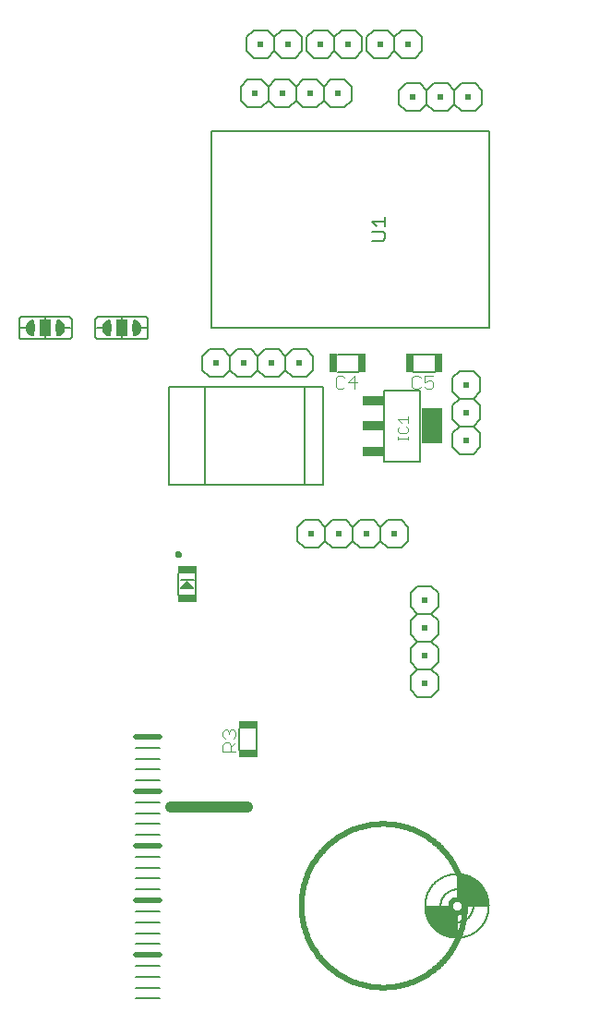
<source format=gbr>
G04 EAGLE Gerber RS-274X export*
G75*
%MOMM*%
%FSLAX34Y34*%
%LPD*%
%INSilkscreen Top*%
%IPPOS*%
%AMOC8*
5,1,8,0,0,1.08239X$1,22.5*%
G01*
%ADD10C,1.016000*%
%ADD11C,0.508000*%
%ADD12C,0.200000*%
%ADD13R,0.236700X0.118381*%
%ADD14R,0.828700X0.118381*%
%ADD15R,0.236800X0.118381*%
%ADD16R,1.065400X0.118381*%
%ADD17R,0.828600X0.118381*%
%ADD18R,1.065500X0.118381*%
%ADD19R,0.591900X0.118381*%
%ADD20R,0.118400X0.118381*%
%ADD21R,0.236700X0.118375*%
%ADD22R,0.236800X0.118375*%
%ADD23R,0.947000X0.118381*%
%ADD24R,0.118300X0.118381*%
%ADD25R,0.473600X0.118381*%
%ADD26R,0.710200X0.118381*%
%ADD27R,0.710300X0.118381*%
%ADD28R,0.355200X0.118375*%
%ADD29R,0.118400X0.118375*%
%ADD30R,0.947100X0.118375*%
%ADD31R,0.355100X0.118375*%
%ADD32R,0.947000X0.118375*%
%ADD33R,0.118300X0.118375*%
%ADD34R,1.183800X0.118375*%
%ADD35R,0.592000X0.118375*%
%ADD36R,0.828600X0.118375*%
%ADD37R,0.355100X0.118381*%
%ADD38R,0.355200X0.118381*%
%ADD39R,1.183800X0.118381*%
%ADD40R,0.591800X0.118381*%
%ADD41R,0.828700X0.118375*%
%ADD42R,0.473500X0.118375*%
%ADD43R,0.591900X0.118375*%
%ADD44R,0.710300X0.118375*%
%ADD45R,0.591800X0.118375*%
%ADD46R,1.065400X0.118375*%
%ADD47R,0.473600X0.118375*%
%ADD48R,1.302200X0.118375*%
%ADD49R,1.420600X0.118381*%
%ADD50R,0.473500X0.118381*%
%ADD51R,1.302200X0.118381*%
%ADD52R,1.657300X0.118381*%
%ADD53R,1.538900X0.118381*%
%ADD54R,2.367700X0.118381*%
%ADD55R,1.420500X0.118381*%
%ADD56R,2.367700X0.118375*%
%ADD57R,0.947100X0.118381*%
%ADD58R,2.604300X0.118375*%
%ADD59R,2.604300X0.118381*%
%ADD60R,1.657300X0.118375*%
%ADD61R,1.538900X0.118375*%
%ADD62R,0.710200X0.118375*%
%ADD63R,1.065500X0.118375*%
%ADD64R,9.944000X0.118375*%
%ADD65R,10.299100X0.118381*%
%ADD66R,10.654200X0.118381*%
%ADD67R,1.183900X0.118375*%
%ADD68R,1.183900X0.118381*%
%ADD69R,0.592000X0.118381*%
%ADD70R,1.775700X0.118381*%
%ADD71R,1.183700X0.118381*%
%ADD72R,10.535800X0.118375*%
%ADD73R,9.707200X0.118375*%
%ADD74R,1.302100X0.118381*%
%ADD75R,1.657400X0.118375*%
%ADD76R,1.775700X0.118375*%
%ADD77R,1.894100X0.118381*%
%ADD78R,1.302100X0.118375*%
%ADD79R,1.539000X0.118375*%
%ADD80R,3.314600X0.118375*%
%ADD81R,3.314600X0.118381*%
%ADD82R,3.196200X0.118381*%
%ADD83R,2.959500X0.118375*%
%ADD84R,2.722700X0.118381*%
%ADD85R,1.775800X0.118375*%
%ADD86R,2.841100X0.118375*%
%ADD87R,3.077800X0.118381*%
%ADD88R,1.657400X0.118381*%
%ADD89R,3.433000X0.118375*%
%ADD90R,3.077800X0.118375*%
%ADD91R,1.894100X0.118375*%
%ADD92R,2.012400X0.118375*%
%ADD93R,2.012500X0.118381*%
%ADD94R,2.130900X0.118381*%
%ADD95R,2.130800X0.118381*%
%ADD96R,2.130900X0.118375*%
%ADD97R,2.130800X0.118375*%
%ADD98R,2.249200X0.118375*%
%ADD99R,2.249200X0.118381*%
%ADD100R,2.012500X0.118375*%
%ADD101R,2.012400X0.118381*%
%ADD102R,2.722800X0.118381*%
%ADD103R,2.959500X0.118381*%
%ADD104R,1.420600X0.118375*%
%ADD105C,0.127000*%
%ADD106C,0.177800*%
%ADD107C,0.203200*%
%ADD108R,1.854200X3.200400*%
%ADD109R,1.854200X0.863600*%
%ADD110C,0.076200*%
%ADD111C,0.152400*%
%ADD112R,0.736600X1.752600*%
%ADD113C,0.101600*%
%ADD114R,1.752600X0.736600*%
%ADD115C,0.304800*%
%ADD116C,0.050800*%
%ADD117C,0.228600*%
%ADD118C,0.457200*%
%ADD119R,0.508000X0.508000*%
%ADD120R,1.016000X1.524000*%

G36*
X171064Y375377D02*
X171064Y375377D01*
X171129Y375379D01*
X171173Y375397D01*
X171221Y375405D01*
X171277Y375438D01*
X171337Y375463D01*
X171373Y375495D01*
X171414Y375520D01*
X171455Y375570D01*
X171503Y375614D01*
X171525Y375656D01*
X171555Y375694D01*
X171576Y375755D01*
X171606Y375813D01*
X171612Y375861D01*
X171627Y375906D01*
X171625Y375971D01*
X171633Y376036D01*
X171622Y376083D01*
X171621Y376131D01*
X171596Y376191D01*
X171581Y376254D01*
X171551Y376302D01*
X171536Y376338D01*
X171510Y376367D01*
X171482Y376413D01*
X165482Y383413D01*
X165480Y383414D01*
X165479Y383415D01*
X165424Y383460D01*
X165405Y383481D01*
X165387Y383490D01*
X165308Y383555D01*
X165306Y383555D01*
X165305Y383556D01*
X165197Y383592D01*
X165095Y383627D01*
X165094Y383627D01*
X165092Y383628D01*
X164981Y383624D01*
X164871Y383621D01*
X164870Y383620D01*
X164868Y383620D01*
X164766Y383579D01*
X164663Y383537D01*
X164662Y383536D01*
X164660Y383536D01*
X164578Y383464D01*
X164566Y383457D01*
X164557Y383446D01*
X164518Y383413D01*
X158518Y376413D01*
X158486Y376357D01*
X158445Y376306D01*
X158429Y376261D01*
X158405Y376219D01*
X158394Y376155D01*
X158373Y376094D01*
X158374Y376046D01*
X158366Y375998D01*
X158377Y375934D01*
X158379Y375869D01*
X158397Y375825D01*
X158406Y375778D01*
X158439Y375722D01*
X158464Y375662D01*
X158496Y375626D01*
X158521Y375585D01*
X158571Y375544D01*
X158615Y375496D01*
X158658Y375474D01*
X158695Y375444D01*
X158757Y375423D01*
X158815Y375393D01*
X158870Y375385D01*
X158908Y375372D01*
X158947Y375374D01*
X159000Y375366D01*
X171000Y375366D01*
X171064Y375377D01*
G37*
D10*
X150000Y176000D02*
X220000Y176000D01*
D11*
X270000Y85000D02*
X270023Y86841D01*
X270090Y88680D01*
X270203Y90517D01*
X270361Y92351D01*
X270564Y94181D01*
X270812Y96005D01*
X271104Y97822D01*
X271441Y99632D01*
X271822Y101433D01*
X272248Y103224D01*
X272717Y105003D01*
X273229Y106771D01*
X273785Y108526D01*
X274384Y110267D01*
X275026Y111992D01*
X275709Y113701D01*
X276434Y115393D01*
X277201Y117067D01*
X278008Y118721D01*
X278856Y120355D01*
X279743Y121967D01*
X280670Y123558D01*
X281636Y125125D01*
X282640Y126668D01*
X283681Y128186D01*
X284759Y129677D01*
X285874Y131142D01*
X287024Y132579D01*
X288209Y133988D01*
X289429Y135367D01*
X290681Y136716D01*
X291967Y138033D01*
X293284Y139319D01*
X294633Y140571D01*
X296012Y141791D01*
X297421Y142976D01*
X298858Y144126D01*
X300323Y145241D01*
X301814Y146319D01*
X303332Y147360D01*
X304875Y148364D01*
X306442Y149330D01*
X308033Y150257D01*
X309645Y151144D01*
X311279Y151992D01*
X312933Y152799D01*
X314607Y153566D01*
X316299Y154291D01*
X318008Y154974D01*
X319733Y155616D01*
X321474Y156215D01*
X323229Y156771D01*
X324997Y157283D01*
X326776Y157752D01*
X328567Y158178D01*
X330368Y158559D01*
X332178Y158896D01*
X333995Y159188D01*
X335819Y159436D01*
X337649Y159639D01*
X339483Y159797D01*
X341320Y159910D01*
X343159Y159977D01*
X345000Y160000D01*
X346841Y159977D01*
X348680Y159910D01*
X350517Y159797D01*
X352351Y159639D01*
X354181Y159436D01*
X356005Y159188D01*
X357822Y158896D01*
X359632Y158559D01*
X361433Y158178D01*
X363224Y157752D01*
X365003Y157283D01*
X366771Y156771D01*
X368526Y156215D01*
X370267Y155616D01*
X371992Y154974D01*
X373701Y154291D01*
X375393Y153566D01*
X377067Y152799D01*
X378721Y151992D01*
X380355Y151144D01*
X381967Y150257D01*
X383558Y149330D01*
X385125Y148364D01*
X386668Y147360D01*
X388186Y146319D01*
X389677Y145241D01*
X391142Y144126D01*
X392579Y142976D01*
X393988Y141791D01*
X395367Y140571D01*
X396716Y139319D01*
X398033Y138033D01*
X399319Y136716D01*
X400571Y135367D01*
X401791Y133988D01*
X402976Y132579D01*
X404126Y131142D01*
X405241Y129677D01*
X406319Y128186D01*
X407360Y126668D01*
X408364Y125125D01*
X409330Y123558D01*
X410257Y121967D01*
X411144Y120355D01*
X411992Y118721D01*
X412799Y117067D01*
X413566Y115393D01*
X414291Y113701D01*
X414974Y111992D01*
X415616Y110267D01*
X416215Y108526D01*
X416771Y106771D01*
X417283Y105003D01*
X417752Y103224D01*
X418178Y101433D01*
X418559Y99632D01*
X418896Y97822D01*
X419188Y96005D01*
X419436Y94181D01*
X419639Y92351D01*
X419797Y90517D01*
X419910Y88680D01*
X419977Y86841D01*
X420000Y85000D01*
X419977Y83159D01*
X419910Y81320D01*
X419797Y79483D01*
X419639Y77649D01*
X419436Y75819D01*
X419188Y73995D01*
X418896Y72178D01*
X418559Y70368D01*
X418178Y68567D01*
X417752Y66776D01*
X417283Y64997D01*
X416771Y63229D01*
X416215Y61474D01*
X415616Y59733D01*
X414974Y58008D01*
X414291Y56299D01*
X413566Y54607D01*
X412799Y52933D01*
X411992Y51279D01*
X411144Y49645D01*
X410257Y48033D01*
X409330Y46442D01*
X408364Y44875D01*
X407360Y43332D01*
X406319Y41814D01*
X405241Y40323D01*
X404126Y38858D01*
X402976Y37421D01*
X401791Y36012D01*
X400571Y34633D01*
X399319Y33284D01*
X398033Y31967D01*
X396716Y30681D01*
X395367Y29429D01*
X393988Y28209D01*
X392579Y27024D01*
X391142Y25874D01*
X389677Y24759D01*
X388186Y23681D01*
X386668Y22640D01*
X385125Y21636D01*
X383558Y20670D01*
X381967Y19743D01*
X380355Y18856D01*
X378721Y18008D01*
X377067Y17201D01*
X375393Y16434D01*
X373701Y15709D01*
X371992Y15026D01*
X370267Y14384D01*
X368526Y13785D01*
X366771Y13229D01*
X365003Y12717D01*
X363224Y12248D01*
X361433Y11822D01*
X359632Y11441D01*
X357822Y11104D01*
X356005Y10812D01*
X354181Y10564D01*
X352351Y10361D01*
X350517Y10203D01*
X348680Y10090D01*
X346841Y10023D01*
X345000Y10000D01*
X343159Y10023D01*
X341320Y10090D01*
X339483Y10203D01*
X337649Y10361D01*
X335819Y10564D01*
X333995Y10812D01*
X332178Y11104D01*
X330368Y11441D01*
X328567Y11822D01*
X326776Y12248D01*
X324997Y12717D01*
X323229Y13229D01*
X321474Y13785D01*
X319733Y14384D01*
X318008Y15026D01*
X316299Y15709D01*
X314607Y16434D01*
X312933Y17201D01*
X311279Y18008D01*
X309645Y18856D01*
X308033Y19743D01*
X306442Y20670D01*
X304875Y21636D01*
X303332Y22640D01*
X301814Y23681D01*
X300323Y24759D01*
X298858Y25874D01*
X297421Y27024D01*
X296012Y28209D01*
X294633Y29429D01*
X293284Y30681D01*
X291967Y31967D01*
X290681Y33284D01*
X289429Y34633D01*
X288209Y36012D01*
X287024Y37421D01*
X285874Y38858D01*
X284759Y40323D01*
X283681Y41814D01*
X282640Y43332D01*
X281636Y44875D01*
X280670Y46442D01*
X279743Y48033D01*
X278856Y49645D01*
X278008Y51279D01*
X277201Y52933D01*
X276434Y54607D01*
X275709Y56299D01*
X275026Y58008D01*
X274384Y59733D01*
X273785Y61474D01*
X273229Y63229D01*
X272717Y64997D01*
X272248Y66776D01*
X271822Y68567D01*
X271441Y70368D01*
X271104Y72178D01*
X270812Y73995D01*
X270564Y75819D01*
X270361Y77649D01*
X270203Y79483D01*
X270090Y81320D01*
X270023Y83159D01*
X270000Y85000D01*
X140000Y40000D02*
X117500Y40000D01*
D12*
X117500Y0D02*
X140000Y0D01*
X140000Y10000D02*
X117500Y10000D01*
X117500Y20000D02*
X140000Y20000D01*
X140000Y30000D02*
X117500Y30000D01*
X117500Y50000D02*
X140000Y50000D01*
X140000Y60000D02*
X117500Y60000D01*
X117500Y70000D02*
X140000Y70000D01*
X140000Y80000D02*
X117500Y80000D01*
D11*
X117500Y90000D02*
X140000Y90000D01*
D12*
X140000Y100000D02*
X117500Y100000D01*
X117500Y110000D02*
X140000Y110000D01*
X140000Y120000D02*
X117500Y120000D01*
X117500Y130000D02*
X140000Y130000D01*
D11*
X140000Y140000D02*
X117500Y140000D01*
D12*
X117500Y150000D02*
X140000Y150000D01*
X140000Y160000D02*
X117500Y160000D01*
X117500Y170000D02*
X140000Y170000D01*
X140000Y180000D02*
X117500Y180000D01*
D11*
X117500Y190000D02*
X140000Y190000D01*
X140000Y240000D02*
X117500Y240000D01*
D12*
X117500Y200000D02*
X140000Y200000D01*
X140000Y210000D02*
X117500Y210000D01*
X117500Y220000D02*
X140000Y220000D01*
X140000Y230000D02*
X117500Y230000D01*
D13*
X176978Y9470D03*
D14*
X187040Y9470D03*
D15*
X197103Y9470D03*
D16*
X211900Y9470D03*
D17*
X226106Y9470D03*
D18*
X240311Y9470D03*
D14*
X254517Y9470D03*
D19*
X477071Y9470D03*
D13*
X176978Y10654D03*
D18*
X187040Y10654D03*
D20*
X197695Y10654D03*
D16*
X211900Y10654D03*
X226106Y10654D03*
D18*
X240311Y10654D03*
D16*
X254517Y10654D03*
D19*
X478255Y10654D03*
D21*
X176978Y11838D03*
X181713Y11838D03*
D22*
X192368Y11838D03*
D21*
X198286Y11838D03*
D22*
X207757Y11838D03*
X220779Y11838D03*
X231433Y11838D03*
X236168Y11838D03*
X249190Y11838D03*
D21*
X259844Y11838D03*
D22*
X480031Y11838D03*
D13*
X176978Y13022D03*
D19*
X183489Y13022D03*
D15*
X192368Y13022D03*
D13*
X199470Y13022D03*
D20*
X207165Y13022D03*
D19*
X222554Y13022D03*
D15*
X231433Y13022D03*
D20*
X235576Y13022D03*
D19*
X250965Y13022D03*
D13*
X259844Y13022D03*
D23*
X427944Y13022D03*
D24*
X436822Y13022D03*
D16*
X446293Y13022D03*
D24*
X454579Y13022D03*
D13*
X458722Y13022D03*
D15*
X468193Y13022D03*
D25*
X475296Y13022D03*
D15*
X480031Y13022D03*
D14*
X488909Y13022D03*
D26*
X498972Y13022D03*
D27*
X510809Y13022D03*
D26*
X522648Y13022D03*
D21*
X176978Y14206D03*
X181713Y14206D03*
D28*
X185857Y14206D03*
D22*
X192368Y14206D03*
D29*
X200062Y14206D03*
D30*
X211308Y14206D03*
D29*
X220187Y14206D03*
D31*
X224922Y14206D03*
D22*
X231433Y14206D03*
D30*
X239719Y14206D03*
D29*
X248598Y14206D03*
D31*
X253333Y14206D03*
D21*
X259844Y14206D03*
D32*
X429128Y14206D03*
D33*
X436822Y14206D03*
D34*
X445701Y14206D03*
D33*
X454579Y14206D03*
D21*
X458722Y14206D03*
D22*
X468193Y14206D03*
D35*
X474704Y14206D03*
D22*
X480031Y14206D03*
D30*
X488317Y14206D03*
D36*
X499564Y14206D03*
D32*
X510810Y14206D03*
X522648Y14206D03*
D13*
X176978Y15389D03*
X181713Y15389D03*
D37*
X188224Y15389D03*
D15*
X192368Y15389D03*
X200654Y15389D03*
D14*
X211900Y15389D03*
D15*
X220779Y15389D03*
D37*
X227289Y15389D03*
D15*
X231433Y15389D03*
D14*
X240311Y15389D03*
D15*
X249190Y15389D03*
D38*
X255701Y15389D03*
D13*
X259844Y15389D03*
D20*
X433271Y15389D03*
D15*
X440966Y15389D03*
X450436Y15389D03*
D39*
X463458Y15389D03*
D15*
X472928Y15389D03*
X480031Y15389D03*
X484766Y15389D03*
X491869Y15389D03*
D13*
X495420Y15389D03*
D15*
X503707Y15389D03*
D13*
X507258Y15389D03*
X514361Y15389D03*
D20*
X518505Y15389D03*
D15*
X526199Y15389D03*
D13*
X176978Y16573D03*
X181713Y16573D03*
D19*
X190592Y16573D03*
D15*
X201838Y16573D03*
D13*
X216043Y16573D03*
D15*
X220779Y16573D03*
D19*
X229657Y16573D03*
D15*
X244455Y16573D03*
X249190Y16573D03*
D19*
X258068Y16573D03*
D20*
X433271Y16573D03*
D15*
X440966Y16573D03*
X450436Y16573D03*
D39*
X463458Y16573D03*
D15*
X472928Y16573D03*
X480031Y16573D03*
X484766Y16573D03*
X491869Y16573D03*
D40*
X498380Y16573D03*
D20*
X503115Y16573D03*
D13*
X507258Y16573D03*
X514361Y16573D03*
D20*
X518505Y16573D03*
D15*
X526199Y16573D03*
D21*
X176978Y17757D03*
X181713Y17757D03*
D28*
X191776Y17757D03*
D22*
X201838Y17757D03*
D21*
X216043Y17757D03*
D22*
X220779Y17757D03*
D28*
X230841Y17757D03*
D22*
X244455Y17757D03*
X249190Y17757D03*
D31*
X259252Y17757D03*
D29*
X433271Y17757D03*
D22*
X440966Y17757D03*
D41*
X447476Y17757D03*
D21*
X458722Y17757D03*
D22*
X468193Y17757D03*
D29*
X472336Y17757D03*
D22*
X480031Y17757D03*
D29*
X484174Y17757D03*
D22*
X491869Y17757D03*
D42*
X498971Y17757D03*
D29*
X503115Y17757D03*
D21*
X507258Y17757D03*
X514361Y17757D03*
X519096Y17757D03*
D22*
X526199Y17757D03*
D37*
X176386Y18941D03*
D18*
X187040Y18941D03*
D15*
X203022Y18941D03*
D14*
X211900Y18941D03*
D16*
X226106Y18941D03*
D14*
X240311Y18941D03*
D16*
X254517Y18941D03*
D20*
X433271Y18941D03*
D15*
X440966Y18941D03*
D27*
X446884Y18941D03*
D13*
X458722Y18941D03*
D15*
X468193Y18941D03*
X472928Y18941D03*
X480031Y18941D03*
X484766Y18941D03*
X491869Y18941D03*
X503707Y18941D03*
D13*
X507258Y18941D03*
X514361Y18941D03*
X519096Y18941D03*
D15*
X526199Y18941D03*
D31*
X176386Y20125D03*
D43*
X187040Y20125D03*
D29*
X203614Y20125D03*
D44*
X211308Y20125D03*
D45*
X226106Y20125D03*
D44*
X239719Y20125D03*
D43*
X254517Y20125D03*
D29*
X433271Y20125D03*
D22*
X440966Y20125D03*
D21*
X458722Y20125D03*
D22*
X468193Y20125D03*
D41*
X475887Y20125D03*
D22*
X484766Y20125D03*
X491869Y20125D03*
D44*
X500155Y20125D03*
D32*
X510810Y20125D03*
D36*
X522056Y20125D03*
D20*
X433271Y21308D03*
D15*
X440966Y21308D03*
D13*
X459906Y21308D03*
D15*
X468193Y21308D03*
D13*
X514361Y21308D03*
D20*
X433271Y22492D03*
D39*
X445701Y22492D03*
D16*
X464050Y22492D03*
D13*
X514361Y22492D03*
D29*
X433271Y23676D03*
D46*
X446293Y23676D03*
D44*
X464641Y23676D03*
D21*
X514361Y23676D03*
D20*
X514953Y24860D03*
D43*
X441557Y29595D03*
D19*
X442741Y30779D03*
D22*
X444517Y31963D03*
D27*
X429127Y33146D03*
D14*
X441557Y33146D03*
D23*
X429128Y34330D03*
D19*
X439190Y34330D03*
D15*
X444517Y34330D03*
D21*
X425576Y35514D03*
D22*
X432679Y35514D03*
D21*
X437414Y35514D03*
D22*
X444517Y35514D03*
D24*
X424984Y36698D03*
D15*
X432679Y36698D03*
D13*
X437414Y36698D03*
D15*
X444517Y36698D03*
D33*
X424984Y37882D03*
D22*
X432679Y37882D03*
D33*
X436822Y37882D03*
D22*
X444517Y37882D03*
D13*
X425576Y39065D03*
D15*
X432679Y39065D03*
D24*
X436822Y39065D03*
D15*
X444517Y39065D03*
D23*
X429128Y40249D03*
D13*
X437414Y40249D03*
D15*
X444517Y40249D03*
D21*
X425576Y41433D03*
D24*
X424984Y42617D03*
D21*
X425576Y43801D03*
D24*
X424984Y44984D03*
D28*
X368162Y174019D03*
D44*
X385327Y174019D03*
X394797Y174019D03*
D25*
X367570Y175202D03*
D27*
X385327Y175202D03*
X394797Y175202D03*
D25*
X367570Y176386D03*
D27*
X385327Y176386D03*
X394797Y176386D03*
D47*
X367570Y177570D03*
D44*
X385327Y177570D03*
X394797Y177570D03*
D48*
X416698Y177570D03*
D31*
X429719Y177570D03*
D21*
X437414Y177570D03*
X443333Y177570D03*
D30*
X453987Y177570D03*
D31*
X464049Y177570D03*
D21*
X478847Y177570D03*
D31*
X488909Y177570D03*
D41*
X511401Y177570D03*
D21*
X525015Y177570D03*
D25*
X367570Y178754D03*
D27*
X385327Y178754D03*
X394797Y178754D03*
D49*
X417290Y178754D03*
D13*
X429127Y178754D03*
X437414Y178754D03*
D37*
X443925Y178754D03*
D39*
X453987Y178754D03*
D15*
X463458Y178754D03*
D13*
X478847Y178754D03*
D37*
X488909Y178754D03*
D16*
X511402Y178754D03*
D13*
X525015Y178754D03*
D47*
X367570Y179938D03*
D44*
X385327Y179938D03*
X394797Y179938D03*
D31*
X423800Y179938D03*
X429719Y179938D03*
D21*
X437414Y179938D03*
X443333Y179938D03*
D22*
X449252Y179938D03*
D21*
X458722Y179938D03*
D31*
X464049Y179938D03*
D21*
X478847Y179938D03*
D31*
X488909Y179938D03*
X506666Y179938D03*
D28*
X516137Y179938D03*
D21*
X525015Y179938D03*
D25*
X367570Y181121D03*
D27*
X385327Y181121D03*
X394797Y181121D03*
D13*
X424392Y181121D03*
D37*
X429719Y181121D03*
D13*
X437414Y181121D03*
X443333Y181121D03*
D15*
X449252Y181121D03*
D13*
X458722Y181121D03*
D15*
X463458Y181121D03*
D13*
X478847Y181121D03*
D37*
X488909Y181121D03*
D27*
X495420Y181121D03*
D13*
X506074Y181121D03*
D15*
X516729Y181121D03*
D13*
X525015Y181121D03*
D25*
X367570Y182305D03*
D20*
X375265Y182305D03*
D27*
X385327Y182305D03*
X394797Y182305D03*
D13*
X424392Y182305D03*
X429127Y182305D03*
X437414Y182305D03*
D37*
X443925Y182305D03*
D14*
X452211Y182305D03*
D37*
X459314Y182305D03*
D15*
X463458Y182305D03*
D13*
X478847Y182305D03*
D37*
X488909Y182305D03*
D23*
X496604Y182305D03*
D13*
X506074Y182305D03*
D15*
X516729Y182305D03*
D13*
X525015Y182305D03*
D47*
X367570Y183489D03*
D31*
X375264Y183489D03*
D44*
X385327Y183489D03*
X394797Y183489D03*
D34*
X419657Y183489D03*
D31*
X429719Y183489D03*
D21*
X437414Y183489D03*
X443333Y183489D03*
D41*
X452211Y183489D03*
D21*
X458722Y183489D03*
D31*
X464049Y183489D03*
D21*
X478847Y183489D03*
D31*
X488909Y183489D03*
D46*
X497196Y183489D03*
D21*
X506074Y183489D03*
D22*
X516729Y183489D03*
D21*
X525015Y183489D03*
D25*
X367570Y184673D03*
D50*
X375856Y184673D03*
D27*
X385327Y184673D03*
X394797Y184673D03*
D51*
X417882Y184673D03*
D37*
X429719Y184673D03*
D13*
X437414Y184673D03*
D37*
X443925Y184673D03*
D19*
X453395Y184673D03*
D37*
X459314Y184673D03*
X464049Y184673D03*
D13*
X478847Y184673D03*
D37*
X488909Y184673D03*
X501931Y184673D03*
D13*
X506074Y184673D03*
D15*
X516729Y184673D03*
D13*
X525015Y184673D03*
D47*
X367570Y185857D03*
D43*
X375264Y185857D03*
D44*
X385327Y185857D03*
D34*
X397165Y185857D03*
D48*
X416698Y185857D03*
D31*
X429719Y185857D03*
X436822Y185857D03*
X443925Y185857D03*
D21*
X458722Y185857D03*
D31*
X464049Y185857D03*
D21*
X478847Y185857D03*
D31*
X488909Y185857D03*
X501931Y185857D03*
X506666Y185857D03*
D28*
X516137Y185857D03*
D21*
X525015Y185857D03*
D25*
X367570Y187040D03*
D27*
X375856Y187040D03*
X385327Y187040D03*
D39*
X397165Y187040D03*
D13*
X411370Y187040D03*
D52*
X436230Y187040D03*
D23*
X455171Y187040D03*
X468193Y187040D03*
D16*
X479439Y187040D03*
D37*
X488909Y187040D03*
X501931Y187040D03*
D16*
X511402Y187040D03*
D18*
X525607Y187040D03*
D25*
X367570Y188224D03*
D17*
X375265Y188224D03*
D27*
X385327Y188224D03*
D39*
X397165Y188224D03*
D13*
X411370Y188224D03*
D53*
X435638Y188224D03*
D14*
X454579Y188224D03*
D17*
X468785Y188224D03*
D16*
X479439Y188224D03*
D37*
X488909Y188224D03*
X501931Y188224D03*
D14*
X511401Y188224D03*
D18*
X525607Y188224D03*
D47*
X367570Y189408D03*
D32*
X375857Y189408D03*
D44*
X385327Y189408D03*
D41*
X395389Y189408D03*
D31*
X411962Y189408D03*
D21*
X478847Y189408D03*
D31*
X488909Y189408D03*
D21*
X501339Y189408D03*
X525015Y189408D03*
D54*
X377040Y190592D03*
D27*
X394797Y190592D03*
D51*
X417882Y190592D03*
D13*
X478847Y190592D03*
D55*
X495420Y190592D03*
D13*
X525015Y190592D03*
D56*
X377040Y191776D03*
D44*
X394797Y191776D03*
D48*
X417882Y191776D03*
D21*
X478847Y191776D03*
D34*
X495420Y191776D03*
D21*
X525015Y191776D03*
D39*
X371121Y192959D03*
D18*
X383551Y192959D03*
D14*
X395389Y192959D03*
D18*
X370529Y194143D03*
D57*
X384143Y194143D03*
D39*
X397165Y194143D03*
D30*
X369937Y195327D03*
D44*
X384143Y195327D03*
D46*
X397757Y195327D03*
D57*
X369937Y196511D03*
D27*
X384143Y196511D03*
D23*
X398349Y196511D03*
D41*
X369345Y197695D03*
D29*
X377632Y197695D03*
D42*
X384143Y197695D03*
D29*
X390654Y197695D03*
D32*
X398349Y197695D03*
D14*
X369345Y198878D03*
D37*
X377632Y198878D03*
X383551Y198878D03*
X390654Y198878D03*
D14*
X398940Y198878D03*
D19*
X369345Y200062D03*
D37*
X377632Y200062D03*
D15*
X384143Y200062D03*
D50*
X390062Y200062D03*
D14*
X398940Y200062D03*
D43*
X377632Y201246D03*
X390654Y201246D03*
D27*
X378224Y202430D03*
X390062Y202430D03*
D41*
X377632Y203614D03*
D36*
X390654Y203614D03*
D16*
X377632Y204797D03*
D23*
X390062Y204797D03*
D37*
X411962Y204797D03*
D13*
X424392Y204797D03*
D37*
X430903Y204797D03*
D15*
X438598Y204797D03*
D38*
X445109Y204797D03*
D23*
X456355Y204797D03*
D37*
X466417Y204797D03*
D27*
X476479Y204797D03*
D15*
X485950Y204797D03*
D13*
X496604Y204797D03*
D15*
X504891Y204797D03*
D16*
X377632Y205981D03*
D39*
X390062Y205981D03*
D37*
X411962Y205981D03*
X424984Y205981D03*
X430903Y205981D03*
D15*
X438598Y205981D03*
D38*
X445109Y205981D03*
D39*
X456355Y205981D03*
D13*
X465825Y205981D03*
D14*
X475887Y205981D03*
D38*
X486542Y205981D03*
D13*
X496604Y205981D03*
D15*
X504891Y205981D03*
D58*
X384143Y207165D03*
D31*
X411962Y207165D03*
D21*
X424392Y207165D03*
D31*
X430903Y207165D03*
D22*
X438598Y207165D03*
X444517Y207165D03*
D28*
X451028Y207165D03*
D31*
X460498Y207165D03*
X466417Y207165D03*
X472336Y207165D03*
D22*
X485950Y207165D03*
D21*
X496604Y207165D03*
D22*
X504891Y207165D03*
D59*
X384143Y208349D03*
D52*
X418473Y208349D03*
D13*
X430311Y208349D03*
D15*
X438598Y208349D03*
D38*
X445109Y208349D03*
D15*
X450436Y208349D03*
X461090Y208349D03*
D13*
X465825Y208349D03*
X471744Y208349D03*
D50*
X477663Y208349D03*
D38*
X486542Y208349D03*
D13*
X496604Y208349D03*
D15*
X504891Y208349D03*
D32*
X374673Y209533D03*
D46*
X385919Y209533D03*
D42*
X395981Y209533D03*
D60*
X418473Y209533D03*
D31*
X430903Y209533D03*
D22*
X438598Y209533D03*
X444517Y209533D03*
X450436Y209533D03*
X461090Y209533D03*
D31*
X466417Y209533D03*
D21*
X471744Y209533D03*
D41*
X478255Y209533D03*
D28*
X486542Y209533D03*
D21*
X496604Y209533D03*
D22*
X504891Y209533D03*
D17*
X374081Y210716D03*
X385919Y210716D03*
D50*
X395981Y210716D03*
D52*
X418473Y210716D03*
D13*
X430311Y210716D03*
D15*
X438598Y210716D03*
D38*
X445109Y210716D03*
D15*
X450436Y210716D03*
X461090Y210716D03*
D37*
X466417Y210716D03*
D13*
X471744Y210716D03*
D17*
X479439Y210716D03*
D15*
X485950Y210716D03*
D13*
X496604Y210716D03*
D15*
X504891Y210716D03*
D23*
X373489Y211900D03*
D17*
X385919Y211900D03*
D25*
X397165Y211900D03*
D37*
X411962Y211900D03*
X424984Y211900D03*
D13*
X430311Y211900D03*
D15*
X438598Y211900D03*
X444517Y211900D03*
D38*
X451028Y211900D03*
D15*
X461090Y211900D03*
D37*
X466417Y211900D03*
D13*
X471744Y211900D03*
X482398Y211900D03*
D15*
X485950Y211900D03*
D13*
X496604Y211900D03*
D15*
X504891Y211900D03*
D36*
X372897Y213084D03*
D35*
X385919Y213084D03*
D47*
X397165Y213084D03*
D31*
X411962Y213084D03*
X424984Y213084D03*
X430903Y213084D03*
X438006Y213084D03*
D22*
X444517Y213084D03*
D28*
X451028Y213084D03*
D31*
X460498Y213084D03*
D21*
X465825Y213084D03*
D31*
X472336Y213084D03*
X481806Y213084D03*
D28*
X486542Y213084D03*
D31*
X496012Y213084D03*
D22*
X504891Y213084D03*
D14*
X371713Y214268D03*
D38*
X385919Y214268D03*
D50*
X398348Y214268D03*
D37*
X411962Y214268D03*
X424984Y214268D03*
D52*
X437414Y214268D03*
D15*
X450436Y214268D03*
D17*
X458131Y214268D03*
D37*
X466417Y214268D03*
D39*
X477663Y214268D03*
X490685Y214268D03*
D16*
X505483Y214268D03*
D30*
X371121Y215452D03*
D28*
X385919Y215452D03*
D42*
X399532Y215452D03*
D21*
X412554Y215452D03*
D31*
X424984Y215452D03*
D61*
X436822Y215452D03*
D22*
X450436Y215452D03*
D62*
X457539Y215452D03*
D21*
X465825Y215452D03*
D30*
X476479Y215452D03*
D63*
X490093Y215452D03*
D46*
X505483Y215452D03*
D14*
X370529Y216635D03*
D20*
X385919Y216635D03*
D50*
X399532Y216635D03*
X413738Y216635D03*
D13*
X424392Y216635D03*
D38*
X451028Y216635D03*
D15*
X504891Y216635D03*
D57*
X369937Y217819D03*
D50*
X400716Y217819D03*
D49*
X419657Y217819D03*
D15*
X450436Y217819D03*
X504891Y217819D03*
D41*
X369345Y219003D03*
D42*
X400716Y219003D03*
D46*
X420249Y219003D03*
D28*
X451028Y219003D03*
D21*
X465825Y219003D03*
D22*
X504891Y219003D03*
D23*
X368754Y220187D03*
D50*
X401900Y220187D03*
D15*
X450436Y220187D03*
D37*
X466417Y220187D03*
D64*
X426760Y227290D03*
D65*
X426168Y228473D03*
D66*
X426760Y229657D03*
D42*
X374672Y230841D03*
X477663Y230841D03*
D50*
X373489Y232025D03*
X478847Y232025D03*
D31*
X372897Y233209D03*
D42*
X480031Y233209D03*
D50*
X372305Y234392D03*
D38*
X480623Y234392D03*
D37*
X371713Y235576D03*
D38*
X480623Y235576D03*
D31*
X371713Y236760D03*
D28*
X480623Y236760D03*
D37*
X371713Y237944D03*
D38*
X480623Y237944D03*
D31*
X371713Y239128D03*
D28*
X480623Y239128D03*
D37*
X371713Y240311D03*
D38*
X480623Y240311D03*
D37*
X371713Y241495D03*
D38*
X480623Y241495D03*
D31*
X371713Y242679D03*
D28*
X480623Y242679D03*
D37*
X371713Y243863D03*
D38*
X480623Y243863D03*
D31*
X371713Y245047D03*
D28*
X480623Y245047D03*
D37*
X371713Y246230D03*
D38*
X480623Y246230D03*
D37*
X371713Y247414D03*
D38*
X480623Y247414D03*
D31*
X371713Y248598D03*
D34*
X385327Y248598D03*
D21*
X394797Y248598D03*
D29*
X401308Y248598D03*
D33*
X407227Y248598D03*
D46*
X416698Y248598D03*
D34*
X435047Y248598D03*
D41*
X447476Y248598D03*
D32*
X462274Y248598D03*
D28*
X480623Y248598D03*
D37*
X371713Y249782D03*
D39*
X386511Y249782D03*
D15*
X395981Y249782D03*
D37*
X401308Y249782D03*
D13*
X407819Y249782D03*
D16*
X416698Y249782D03*
D39*
X435047Y249782D03*
D18*
X448660Y249782D03*
D16*
X462866Y249782D03*
D38*
X480623Y249782D03*
D31*
X371713Y250966D03*
D21*
X381775Y250966D03*
D22*
X392430Y250966D03*
X395981Y250966D03*
D42*
X401900Y250966D03*
D21*
X407819Y250966D03*
X412554Y250966D03*
D22*
X431495Y250966D03*
X444517Y250966D03*
X452804Y250966D03*
D31*
X458130Y250966D03*
D22*
X468193Y250966D03*
D28*
X480623Y250966D03*
D37*
X371713Y252149D03*
D13*
X381775Y252149D03*
D15*
X392430Y252149D03*
X395981Y252149D03*
D13*
X400716Y252149D03*
D15*
X404268Y252149D03*
X409003Y252149D03*
D13*
X412554Y252149D03*
D15*
X431495Y252149D03*
X444517Y252149D03*
D13*
X453987Y252149D03*
D15*
X457539Y252149D03*
X461090Y252149D03*
X469377Y252149D03*
D38*
X480623Y252149D03*
D37*
X371713Y253333D03*
D39*
X387695Y253333D03*
D15*
X397165Y253333D03*
D13*
X400716Y253333D03*
D15*
X405452Y253333D03*
X409003Y253333D03*
D57*
X417289Y253333D03*
D14*
X435638Y253333D03*
D16*
X449844Y253333D03*
D15*
X457539Y253333D03*
D38*
X462866Y253333D03*
D13*
X470560Y253333D03*
D38*
X480623Y253333D03*
D31*
X371713Y254517D03*
D21*
X382959Y254517D03*
D44*
X388878Y254517D03*
D43*
X398940Y254517D03*
D42*
X407819Y254517D03*
D22*
X413738Y254517D03*
D44*
X419657Y254517D03*
D30*
X437414Y254517D03*
D41*
X449844Y254517D03*
D21*
X458722Y254517D03*
D31*
X465233Y254517D03*
D21*
X470560Y254517D03*
D28*
X480623Y254517D03*
D37*
X371713Y255701D03*
D13*
X382959Y255701D03*
D38*
X391838Y255701D03*
D50*
X398348Y255701D03*
D37*
X408411Y255701D03*
D15*
X413738Y255701D03*
D13*
X442149Y255701D03*
X446884Y255701D03*
X453987Y255701D03*
X458722Y255701D03*
D37*
X466417Y255701D03*
D13*
X470560Y255701D03*
D38*
X480623Y255701D03*
D31*
X371713Y256885D03*
D22*
X384143Y256885D03*
X392430Y256885D03*
D31*
X398940Y256885D03*
D28*
X409595Y256885D03*
D22*
X414922Y256885D03*
D21*
X442149Y256885D03*
X446884Y256885D03*
X453987Y256885D03*
X459906Y256885D03*
D42*
X469376Y256885D03*
D28*
X480623Y256885D03*
D37*
X371713Y258068D03*
D15*
X384143Y258068D03*
D37*
X393021Y258068D03*
X398940Y258068D03*
D15*
X410187Y258068D03*
X414922Y258068D03*
D13*
X442149Y258068D03*
X448068Y258068D03*
X453987Y258068D03*
D15*
X461090Y258068D03*
D37*
X469968Y258068D03*
D38*
X480623Y258068D03*
D37*
X371713Y259252D03*
D39*
X388878Y259252D03*
D37*
X398940Y259252D03*
X410778Y259252D03*
D39*
X419657Y259252D03*
D23*
X438598Y259252D03*
D17*
X451028Y259252D03*
D16*
X466417Y259252D03*
D38*
X480623Y259252D03*
D31*
X371713Y260436D03*
D44*
X388878Y260436D03*
D29*
X398941Y260436D03*
D32*
X420841Y260436D03*
D43*
X438006Y260436D03*
D22*
X451620Y260436D03*
D31*
X466417Y260436D03*
D28*
X480623Y260436D03*
D37*
X371713Y261620D03*
D38*
X480623Y261620D03*
D31*
X371713Y262804D03*
D28*
X480623Y262804D03*
D37*
X371713Y263987D03*
D38*
X480623Y263987D03*
D37*
X371713Y265171D03*
D38*
X480623Y265171D03*
D31*
X371713Y266355D03*
D28*
X480623Y266355D03*
D37*
X371713Y267539D03*
D38*
X480623Y267539D03*
D31*
X371713Y268723D03*
D28*
X480623Y268723D03*
D37*
X371713Y269906D03*
D38*
X480623Y269906D03*
D37*
X371713Y271090D03*
D38*
X480623Y271090D03*
D31*
X371713Y272274D03*
D28*
X480623Y272274D03*
D37*
X371713Y273458D03*
D38*
X480623Y273458D03*
D31*
X371713Y274642D03*
D28*
X480623Y274642D03*
D37*
X371713Y275825D03*
D38*
X480623Y275825D03*
D37*
X371713Y277009D03*
D38*
X480623Y277009D03*
D31*
X371713Y278193D03*
D28*
X480623Y278193D03*
D37*
X371713Y279377D03*
D38*
X480623Y279377D03*
D31*
X371713Y280561D03*
D28*
X480623Y280561D03*
D37*
X371713Y281744D03*
D38*
X480623Y281744D03*
D37*
X371713Y282928D03*
D16*
X403676Y282928D03*
D18*
X417881Y282928D03*
D13*
X429127Y282928D03*
D15*
X439782Y282928D03*
D38*
X480623Y282928D03*
D31*
X371713Y284112D03*
D48*
X404860Y284112D03*
D67*
X418473Y284112D03*
D21*
X429127Y284112D03*
D22*
X439782Y284112D03*
D28*
X480623Y284112D03*
D37*
X371713Y285296D03*
D15*
X410187Y285296D03*
X413738Y285296D03*
D37*
X423800Y285296D03*
D13*
X429127Y285296D03*
D15*
X439782Y285296D03*
D38*
X480623Y285296D03*
D31*
X371713Y286480D03*
D22*
X410187Y286480D03*
X413738Y286480D03*
D21*
X424392Y286480D03*
D48*
X434455Y286480D03*
D28*
X480623Y286480D03*
D37*
X371713Y287663D03*
D38*
X409595Y287663D03*
D15*
X413738Y287663D03*
D13*
X424392Y287663D03*
D51*
X434455Y287663D03*
D38*
X480623Y287663D03*
D37*
X371713Y288847D03*
D16*
X404860Y288847D03*
D15*
X413738Y288847D03*
D13*
X424392Y288847D03*
X429127Y288847D03*
D15*
X439782Y288847D03*
D38*
X480623Y288847D03*
D31*
X371713Y290031D03*
D32*
X403084Y290031D03*
D22*
X413738Y290031D03*
D21*
X424392Y290031D03*
X429127Y290031D03*
D22*
X439782Y290031D03*
D28*
X480623Y290031D03*
D37*
X371713Y291215D03*
D13*
X399532Y291215D03*
D15*
X413738Y291215D03*
D13*
X424392Y291215D03*
X429127Y291215D03*
D15*
X439782Y291215D03*
D38*
X480623Y291215D03*
D31*
X371713Y292399D03*
D21*
X399532Y292399D03*
D22*
X413738Y292399D03*
D21*
X424392Y292399D03*
X430311Y292399D03*
D22*
X439782Y292399D03*
D28*
X480623Y292399D03*
D37*
X371713Y293582D03*
D39*
X404268Y293582D03*
D68*
X418473Y293582D03*
D18*
X435638Y293582D03*
D38*
X480623Y293582D03*
D37*
X371713Y294766D03*
D16*
X404860Y294766D03*
D18*
X417881Y294766D03*
D57*
X436230Y294766D03*
D38*
X480623Y294766D03*
D31*
X371713Y295950D03*
D28*
X480623Y295950D03*
D37*
X371713Y297134D03*
D38*
X480623Y297134D03*
D31*
X371713Y298318D03*
D28*
X480623Y298318D03*
D69*
X60374Y299501D03*
D37*
X371713Y299501D03*
D38*
X480623Y299501D03*
D19*
X61557Y300685D03*
D37*
X371713Y300685D03*
D38*
X480623Y300685D03*
D21*
X63333Y301869D03*
D31*
X371713Y301869D03*
D28*
X480623Y301869D03*
D23*
X11246Y303053D03*
D20*
X20125Y303053D03*
D16*
X29595Y303053D03*
D20*
X37882Y303053D03*
D15*
X42025Y303053D03*
D13*
X51495Y303053D03*
D50*
X58598Y303053D03*
D13*
X63333Y303053D03*
D17*
X72212Y303053D03*
D27*
X82274Y303053D03*
X94112Y303053D03*
X105950Y303053D03*
D37*
X371713Y303053D03*
D38*
X480623Y303053D03*
D32*
X12430Y304237D03*
D29*
X20125Y304237D03*
D34*
X29003Y304237D03*
D29*
X37882Y304237D03*
D22*
X42025Y304237D03*
D21*
X51495Y304237D03*
D43*
X58006Y304237D03*
D21*
X63333Y304237D03*
D32*
X71620Y304237D03*
D41*
X82866Y304237D03*
D32*
X94112Y304237D03*
X105950Y304237D03*
D31*
X371713Y304237D03*
D28*
X480623Y304237D03*
D20*
X16573Y305420D03*
D15*
X24268Y305420D03*
D13*
X33738Y305420D03*
D39*
X46760Y305420D03*
D13*
X56230Y305420D03*
X63333Y305420D03*
X68068Y305420D03*
X75171Y305420D03*
D15*
X78723Y305420D03*
D13*
X87009Y305420D03*
D15*
X90561Y305420D03*
D13*
X97663Y305420D03*
D15*
X102399Y305420D03*
D13*
X109501Y305420D03*
D37*
X371713Y305420D03*
D38*
X480623Y305420D03*
D20*
X16573Y306604D03*
D15*
X24268Y306604D03*
D13*
X33738Y306604D03*
D39*
X46760Y306604D03*
D20*
X55639Y306604D03*
D13*
X63333Y306604D03*
X68068Y306604D03*
X75171Y306604D03*
D19*
X81682Y306604D03*
D20*
X86418Y306604D03*
X89969Y306604D03*
D13*
X97663Y306604D03*
D15*
X102399Y306604D03*
D13*
X109501Y306604D03*
D37*
X371713Y306604D03*
D38*
X480623Y306604D03*
D29*
X16573Y307788D03*
D22*
X24268Y307788D03*
D36*
X30779Y307788D03*
D22*
X42025Y307788D03*
D21*
X51495Y307788D03*
X56230Y307788D03*
X63333Y307788D03*
D29*
X67477Y307788D03*
D21*
X75171Y307788D03*
D42*
X82274Y307788D03*
D29*
X86418Y307788D03*
D22*
X90561Y307788D03*
D21*
X97663Y307788D03*
D29*
X101807Y307788D03*
D21*
X109501Y307788D03*
D31*
X371713Y307788D03*
D46*
X403676Y307788D03*
D63*
X419065Y307788D03*
D48*
X433271Y307788D03*
D28*
X480623Y307788D03*
D20*
X16573Y308972D03*
D15*
X24268Y308972D03*
D26*
X30187Y308972D03*
D15*
X42025Y308972D03*
D13*
X51495Y308972D03*
X56230Y308972D03*
X63333Y308972D03*
D20*
X67477Y308972D03*
D13*
X75171Y308972D03*
D20*
X86418Y308972D03*
D15*
X90561Y308972D03*
D13*
X97663Y308972D03*
D15*
X102399Y308972D03*
D13*
X109501Y308972D03*
D37*
X371713Y308972D03*
D39*
X404268Y308972D03*
D68*
X418473Y308972D03*
D51*
X433271Y308972D03*
D38*
X480623Y308972D03*
D29*
X16573Y310156D03*
D22*
X24268Y310156D03*
X42025Y310156D03*
D21*
X51495Y310156D03*
D41*
X59190Y310156D03*
D21*
X68068Y310156D03*
X75171Y310156D03*
D44*
X83458Y310156D03*
D32*
X94112Y310156D03*
D41*
X105358Y310156D03*
D31*
X371713Y310156D03*
D22*
X410187Y310156D03*
X413738Y310156D03*
X427944Y310156D03*
D28*
X480623Y310156D03*
D20*
X16573Y311339D03*
D15*
X24268Y311339D03*
X43209Y311339D03*
D13*
X51495Y311339D03*
X97663Y311339D03*
D37*
X371713Y311339D03*
D15*
X410187Y311339D03*
X413738Y311339D03*
X427944Y311339D03*
D38*
X480623Y311339D03*
D20*
X16573Y312523D03*
D39*
X29003Y312523D03*
D16*
X47352Y312523D03*
D13*
X97663Y312523D03*
D37*
X371713Y312523D03*
D38*
X409595Y312523D03*
D15*
X413738Y312523D03*
X427944Y312523D03*
D38*
X480623Y312523D03*
D29*
X16573Y313707D03*
D46*
X29595Y313707D03*
D62*
X47944Y313707D03*
D21*
X97663Y313707D03*
D31*
X371713Y313707D03*
D46*
X404860Y313707D03*
D22*
X413738Y313707D03*
X427944Y313707D03*
D28*
X480623Y313707D03*
D24*
X98255Y314891D03*
D37*
X371713Y314891D03*
D23*
X403084Y314891D03*
D15*
X413738Y314891D03*
X427944Y314891D03*
D38*
X480623Y314891D03*
D31*
X371713Y316075D03*
D21*
X399532Y316075D03*
D22*
X413738Y316075D03*
X427944Y316075D03*
D28*
X480623Y316075D03*
D37*
X371713Y317258D03*
D13*
X399532Y317258D03*
D15*
X413738Y317258D03*
X427944Y317258D03*
D38*
X480623Y317258D03*
D37*
X371713Y318442D03*
D39*
X404268Y318442D03*
D68*
X418473Y318442D03*
D15*
X427944Y318442D03*
D38*
X480623Y318442D03*
D45*
X24860Y319626D03*
D31*
X371713Y319626D03*
D46*
X404860Y319626D03*
D63*
X419065Y319626D03*
D22*
X427944Y319626D03*
D28*
X480623Y319626D03*
D19*
X26043Y320810D03*
D37*
X371713Y320810D03*
D38*
X480623Y320810D03*
D21*
X27819Y321994D03*
D31*
X371713Y321994D03*
D28*
X480623Y321994D03*
D26*
X12430Y323177D03*
D17*
X24860Y323177D03*
D37*
X371713Y323177D03*
D38*
X480623Y323177D03*
D23*
X12430Y324361D03*
D19*
X22492Y324361D03*
D13*
X27819Y324361D03*
D37*
X371713Y324361D03*
D38*
X480623Y324361D03*
D21*
X8878Y325545D03*
X15981Y325545D03*
D29*
X20125Y325545D03*
D21*
X27819Y325545D03*
D31*
X371713Y325545D03*
D28*
X480623Y325545D03*
D20*
X8287Y326729D03*
D13*
X15981Y326729D03*
D20*
X20125Y326729D03*
D13*
X27819Y326729D03*
D37*
X371713Y326729D03*
D38*
X480623Y326729D03*
D21*
X8878Y327913D03*
X15981Y327913D03*
D29*
X20125Y327913D03*
D21*
X27819Y327913D03*
D31*
X371713Y327913D03*
D28*
X480623Y327913D03*
D13*
X8878Y329096D03*
X15981Y329096D03*
D15*
X20717Y329096D03*
D13*
X27819Y329096D03*
D37*
X371713Y329096D03*
D38*
X480623Y329096D03*
D20*
X8287Y330280D03*
D27*
X13613Y330280D03*
D20*
X20125Y330280D03*
D13*
X27819Y330280D03*
D37*
X371713Y330280D03*
D38*
X480623Y330280D03*
D29*
X8287Y331464D03*
D31*
X371713Y331464D03*
D28*
X480623Y331464D03*
D13*
X8878Y332648D03*
D37*
X371713Y332648D03*
D38*
X480623Y332648D03*
D29*
X8287Y333832D03*
D31*
X371713Y333832D03*
D34*
X405452Y333832D03*
D22*
X414922Y333832D03*
D21*
X425576Y333832D03*
D63*
X435638Y333832D03*
D28*
X480623Y333832D03*
D20*
X8287Y335015D03*
D37*
X371713Y335015D03*
D51*
X404860Y335015D03*
D15*
X414922Y335015D03*
D37*
X424984Y335015D03*
D68*
X436230Y335015D03*
D38*
X480623Y335015D03*
D37*
X371713Y336199D03*
D13*
X399532Y336199D03*
D15*
X410187Y336199D03*
X414922Y336199D03*
D50*
X424392Y336199D03*
D15*
X431495Y336199D03*
D37*
X441557Y336199D03*
D38*
X480623Y336199D03*
D31*
X371713Y337383D03*
D21*
X399532Y337383D03*
D22*
X410187Y337383D03*
X414922Y337383D03*
D42*
X424392Y337383D03*
D22*
X431495Y337383D03*
D21*
X442149Y337383D03*
D28*
X480623Y337383D03*
D37*
X371713Y338567D03*
D13*
X399532Y338567D03*
D15*
X410187Y338567D03*
X414922Y338567D03*
X422025Y338567D03*
D13*
X425576Y338567D03*
D15*
X431495Y338567D03*
D13*
X442149Y338567D03*
D38*
X480623Y338567D03*
D31*
X371713Y339751D03*
D21*
X399532Y339751D03*
D41*
X407227Y339751D03*
D22*
X414922Y339751D03*
X420841Y339751D03*
D21*
X425576Y339751D03*
D22*
X431495Y339751D03*
D21*
X442149Y339751D03*
D28*
X480623Y339751D03*
D37*
X371713Y340934D03*
D13*
X399532Y340934D03*
D27*
X406635Y340934D03*
D15*
X414922Y340934D03*
D13*
X419657Y340934D03*
X425576Y340934D03*
D15*
X431495Y340934D03*
D13*
X442149Y340934D03*
D38*
X480623Y340934D03*
D37*
X371713Y342118D03*
D13*
X399532Y342118D03*
D15*
X414922Y342118D03*
D13*
X418473Y342118D03*
X425576Y342118D03*
D15*
X431495Y342118D03*
D13*
X442149Y342118D03*
D38*
X480623Y342118D03*
D31*
X371713Y343302D03*
D21*
X399532Y343302D03*
D47*
X416106Y343302D03*
D21*
X425576Y343302D03*
D22*
X431495Y343302D03*
D21*
X442149Y343302D03*
D28*
X480623Y343302D03*
D20*
X185857Y344486D03*
D37*
X371713Y344486D03*
D51*
X404860Y344486D03*
D25*
X416106Y344486D03*
D13*
X425576Y344486D03*
D68*
X436230Y344486D03*
D38*
X480623Y344486D03*
D22*
X185265Y345670D03*
D31*
X371713Y345670D03*
D34*
X405452Y345670D03*
D22*
X414922Y345670D03*
D21*
X425576Y345670D03*
D63*
X435638Y345670D03*
D28*
X480623Y345670D03*
D15*
X185265Y346853D03*
D37*
X371713Y346853D03*
D38*
X480623Y346853D03*
D20*
X185857Y348037D03*
D37*
X371713Y348037D03*
D38*
X480623Y348037D03*
D22*
X185265Y349221D03*
D31*
X371713Y349221D03*
D28*
X480623Y349221D03*
D57*
X181713Y350405D03*
D37*
X371713Y350405D03*
D38*
X480623Y350405D03*
D41*
X181121Y351589D03*
D31*
X371713Y351589D03*
D28*
X480623Y351589D03*
D37*
X371713Y352772D03*
D38*
X480623Y352772D03*
X183489Y353956D03*
D37*
X371713Y353956D03*
D38*
X480623Y353956D03*
D43*
X183489Y355140D03*
D31*
X371713Y355140D03*
D28*
X480623Y355140D03*
D13*
X181713Y356324D03*
D20*
X185857Y356324D03*
D37*
X371713Y356324D03*
D38*
X480623Y356324D03*
D22*
X178162Y357508D03*
D21*
X181713Y357508D03*
D29*
X185857Y357508D03*
D31*
X371713Y357508D03*
D28*
X480623Y357508D03*
D13*
X56230Y358691D03*
D15*
X178162Y358691D03*
D13*
X181713Y358691D03*
D20*
X185857Y358691D03*
D37*
X371713Y358691D03*
D38*
X480623Y358691D03*
D37*
X55638Y359875D03*
D15*
X178162Y359875D03*
D13*
X181713Y359875D03*
D15*
X185265Y359875D03*
D37*
X371713Y359875D03*
D38*
X480623Y359875D03*
D31*
X55638Y361059D03*
D22*
X178162Y361059D03*
D29*
X185857Y361059D03*
D31*
X371713Y361059D03*
D22*
X404268Y361059D03*
D63*
X419065Y361059D03*
D46*
X433271Y361059D03*
D28*
X480623Y361059D03*
D37*
X55638Y362243D03*
D57*
X181713Y362243D03*
D37*
X371713Y362243D03*
D38*
X404860Y362243D03*
D68*
X418473Y362243D03*
D39*
X432679Y362243D03*
D38*
X480623Y362243D03*
D60*
X52679Y363427D03*
D44*
X181713Y363427D03*
D31*
X371713Y363427D03*
D47*
X404268Y363427D03*
D22*
X413738Y363427D03*
X427944Y363427D03*
D28*
X480623Y363427D03*
D70*
X53271Y364610D03*
D37*
X371713Y364610D03*
D19*
X404859Y364610D03*
D15*
X413738Y364610D03*
X427944Y364610D03*
D38*
X480623Y364610D03*
D70*
X53271Y365794D03*
D37*
X371713Y365794D03*
D38*
X402492Y365794D03*
D13*
X406635Y365794D03*
D15*
X413738Y365794D03*
X427944Y365794D03*
D38*
X480623Y365794D03*
D31*
X55638Y366978D03*
D22*
X185265Y366978D03*
D31*
X371713Y366978D03*
D22*
X401900Y366978D03*
D31*
X407227Y366978D03*
D22*
X413738Y366978D03*
X427944Y366978D03*
D28*
X480623Y366978D03*
D13*
X56230Y368162D03*
D25*
X184081Y368162D03*
D37*
X371713Y368162D03*
X401308Y368162D03*
D13*
X407819Y368162D03*
D15*
X413738Y368162D03*
X427944Y368162D03*
D38*
X480623Y368162D03*
D21*
X56230Y369346D03*
D31*
X182305Y369346D03*
X371713Y369346D03*
D21*
X400716Y369346D03*
D31*
X408411Y369346D03*
D22*
X413738Y369346D03*
X427944Y369346D03*
D28*
X480623Y369346D03*
D37*
X181121Y370529D03*
X371713Y370529D03*
X400124Y370529D03*
D15*
X409003Y370529D03*
X413738Y370529D03*
X427944Y370529D03*
D38*
X480623Y370529D03*
D15*
X179346Y371713D03*
D37*
X371713Y371713D03*
D13*
X399532Y371713D03*
D15*
X409003Y371713D03*
D68*
X418473Y371713D03*
D39*
X432679Y371713D03*
D38*
X480623Y371713D03*
D46*
X50904Y372897D03*
D30*
X181713Y372897D03*
D31*
X371713Y372897D03*
X398940Y372897D03*
D22*
X410187Y372897D03*
D63*
X419065Y372897D03*
D46*
X433271Y372897D03*
D28*
X480623Y372897D03*
D71*
X51495Y374081D03*
D57*
X181713Y374081D03*
D37*
X372897Y374081D03*
D50*
X480031Y374081D03*
D31*
X46168Y375265D03*
X55638Y375265D03*
D28*
X183489Y375265D03*
D31*
X372897Y375265D03*
X479439Y375265D03*
D37*
X46168Y376448D03*
D13*
X56230Y376448D03*
D15*
X182897Y376448D03*
D50*
X373489Y376448D03*
X478847Y376448D03*
D37*
X46168Y377632D03*
X55638Y377632D03*
X181121Y377632D03*
D27*
X375856Y377632D03*
D19*
X477071Y377632D03*
D31*
X46168Y378816D03*
X55638Y378816D03*
X179937Y378816D03*
D72*
X426168Y378816D03*
D37*
X46168Y380000D03*
D13*
X56230Y380000D03*
D37*
X86417Y380000D03*
D57*
X181713Y380000D03*
D65*
X426168Y380000D03*
D31*
X46168Y381184D03*
X55638Y381184D03*
D21*
X87009Y381184D03*
D30*
X181713Y381184D03*
D73*
X426760Y381184D03*
D37*
X46168Y382367D03*
X55638Y382367D03*
X86417Y382367D03*
D74*
X50903Y383551D03*
D37*
X86417Y383551D03*
D46*
X50904Y384735D03*
D75*
X83458Y384735D03*
D44*
X181713Y384735D03*
D14*
X50903Y385919D03*
D70*
X84049Y385919D03*
D57*
X181713Y385919D03*
D76*
X84049Y387103D03*
D22*
X178162Y387103D03*
X185265Y387103D03*
D37*
X86417Y388286D03*
D15*
X178162Y388286D03*
D20*
X185857Y388286D03*
D27*
X55046Y389470D03*
D13*
X87009Y389470D03*
D15*
X178162Y389470D03*
X185265Y389470D03*
D46*
X55639Y390654D03*
D21*
X87009Y390654D03*
D22*
X178162Y390654D03*
D29*
X185857Y390654D03*
D50*
X51495Y391838D03*
X58598Y391838D03*
D15*
X178162Y391838D03*
X185265Y391838D03*
D31*
X50903Y393022D03*
D22*
X59782Y393022D03*
D30*
X181713Y393022D03*
D13*
X50311Y394205D03*
D38*
X60374Y394205D03*
D14*
X79314Y394205D03*
D27*
X181713Y394205D03*
D13*
X50311Y395389D03*
D38*
X60374Y395389D03*
D18*
X80498Y395389D03*
D21*
X50311Y396573D03*
D28*
X60374Y396573D03*
D67*
X81090Y396573D03*
D13*
X50311Y397757D03*
D38*
X60374Y397757D03*
D50*
X85825Y397757D03*
D27*
X185264Y397757D03*
D21*
X50311Y398941D03*
D28*
X60374Y398941D03*
D31*
X86417Y398941D03*
D32*
X185265Y398941D03*
D13*
X50311Y400124D03*
D38*
X60374Y400124D03*
D13*
X87009Y400124D03*
X181713Y400124D03*
X188816Y400124D03*
X50311Y401308D03*
D38*
X60374Y401308D03*
D37*
X86417Y401308D03*
D13*
X181713Y401308D03*
X188816Y401308D03*
D28*
X60374Y402492D03*
D31*
X86417Y402492D03*
D21*
X181713Y402492D03*
X188816Y402492D03*
D52*
X52679Y403676D03*
D13*
X87009Y403676D03*
X181713Y403676D03*
X188816Y403676D03*
D61*
X52087Y404860D03*
D31*
X86417Y404860D03*
D21*
X181713Y404860D03*
X188816Y404860D03*
D51*
X81682Y406043D03*
D13*
X181713Y406043D03*
X188816Y406043D03*
D51*
X81682Y407227D03*
D13*
X188816Y407227D03*
D67*
X81090Y408411D03*
D48*
X183489Y408411D03*
D37*
X55638Y409595D03*
D39*
X182897Y409595D03*
D21*
X56230Y410779D03*
D37*
X55638Y411962D03*
D19*
X84050Y411962D03*
D37*
X55638Y413146D03*
D27*
X83458Y413146D03*
D15*
X239720Y413146D03*
D20*
X247414Y413146D03*
D60*
X52679Y414330D03*
D31*
X81682Y414330D03*
X86417Y414330D03*
X240311Y414330D03*
D21*
X246822Y414330D03*
D70*
X53271Y415514D03*
D13*
X81090Y415514D03*
D37*
X86417Y415514D03*
X241495Y415514D03*
X246230Y415514D03*
D76*
X53271Y416698D03*
D22*
X76355Y416698D03*
D21*
X81090Y416698D03*
X87009Y416698D03*
D45*
X243863Y416698D03*
D13*
X56230Y417881D03*
D15*
X76355Y417881D03*
D13*
X81090Y417881D03*
D37*
X86417Y417881D03*
D38*
X243863Y417881D03*
D37*
X55638Y419065D03*
D15*
X76355Y419065D03*
D13*
X81090Y419065D03*
X87009Y419065D03*
D40*
X243863Y419065D03*
D31*
X55638Y420249D03*
D22*
X76355Y420249D03*
D21*
X81090Y420249D03*
X87009Y420249D03*
D31*
X241495Y420249D03*
X246230Y420249D03*
D15*
X76355Y421433D03*
D37*
X86417Y421433D03*
X240311Y421433D03*
D13*
X246822Y421433D03*
D21*
X56230Y422617D03*
D48*
X81682Y422617D03*
D29*
X239128Y422617D03*
X247414Y422617D03*
D37*
X55638Y423800D03*
D18*
X81682Y423800D03*
D13*
X56230Y424984D03*
D14*
X81682Y424984D03*
D21*
X56230Y426168D03*
D29*
X239128Y426168D03*
D44*
X248006Y426168D03*
D13*
X56230Y427352D03*
D15*
X239720Y427352D03*
D14*
X247414Y427352D03*
D31*
X55638Y428536D03*
D48*
X81682Y428536D03*
D31*
X92336Y428536D03*
X240311Y428536D03*
D22*
X244455Y428536D03*
X250374Y428536D03*
D37*
X55638Y429719D03*
D51*
X81682Y429719D03*
D37*
X92336Y429719D03*
D19*
X242679Y429719D03*
D15*
X250374Y429719D03*
D74*
X50903Y430903D03*
D51*
X81682Y430903D03*
D37*
X92336Y430903D03*
D50*
X243271Y430903D03*
D15*
X250374Y430903D03*
D34*
X50312Y432087D03*
D28*
X243863Y432087D03*
D22*
X250374Y432087D03*
D16*
X49720Y433271D03*
D15*
X244455Y433271D03*
X250374Y433271D03*
D63*
X81682Y434455D03*
D22*
X244455Y434455D03*
X250374Y434455D03*
D51*
X81682Y435638D03*
D15*
X250374Y435638D03*
D19*
X50903Y436822D03*
D38*
X76947Y436822D03*
D37*
X86417Y436822D03*
D51*
X245047Y436822D03*
D46*
X50904Y438006D03*
D28*
X76947Y438006D03*
D31*
X86417Y438006D03*
D48*
X245047Y438006D03*
D74*
X50903Y439190D03*
D38*
X76947Y439190D03*
D13*
X87009Y439190D03*
D31*
X46168Y440374D03*
X55638Y440374D03*
D28*
X76947Y440374D03*
D31*
X86417Y440374D03*
D13*
X45576Y441557D03*
X51495Y441557D03*
D37*
X55638Y441557D03*
D38*
X76947Y441557D03*
D13*
X87009Y441557D03*
X45576Y442741D03*
X51495Y442741D03*
X56230Y442741D03*
D38*
X76947Y442741D03*
D13*
X87009Y442741D03*
D21*
X45576Y443925D03*
X51495Y443925D03*
D31*
X55638Y443925D03*
D28*
X76947Y443925D03*
D22*
X284704Y443925D03*
D29*
X292399Y443925D03*
D41*
X316074Y443925D03*
D13*
X45576Y445109D03*
X51495Y445109D03*
D37*
X55638Y445109D03*
D77*
X84641Y445109D03*
D38*
X285296Y445109D03*
D15*
X291807Y445109D03*
D16*
X316075Y445109D03*
D13*
X347445Y445109D03*
D21*
X45576Y446293D03*
X51495Y446293D03*
D31*
X55638Y446293D03*
D76*
X85233Y446293D03*
D28*
X286480Y446293D03*
X291215Y446293D03*
D31*
X311339Y446293D03*
D22*
X321402Y446293D03*
D42*
X346261Y446293D03*
D37*
X46168Y447476D03*
D13*
X51495Y447476D03*
X56230Y447476D03*
D53*
X85233Y447476D03*
D19*
X288847Y447476D03*
D13*
X310747Y447476D03*
D15*
X321402Y447476D03*
D40*
X344486Y447476D03*
D17*
X48536Y448660D03*
D37*
X288847Y448660D03*
D13*
X310747Y448660D03*
D15*
X321402Y448660D03*
D19*
X342118Y448660D03*
D45*
X48536Y449844D03*
D43*
X288847Y449844D03*
D21*
X310747Y449844D03*
D22*
X321402Y449844D03*
D43*
X339750Y449844D03*
D18*
X80498Y451028D03*
D38*
X286480Y451028D03*
X291215Y451028D03*
D13*
X310747Y451028D03*
D15*
X321402Y451028D03*
D50*
X337975Y451028D03*
D67*
X81090Y452212D03*
D28*
X285296Y452212D03*
D22*
X291807Y452212D03*
D21*
X310747Y452212D03*
D22*
X321402Y452212D03*
D42*
X337975Y452212D03*
D16*
X49720Y453395D03*
D51*
X81682Y453395D03*
D20*
X284112Y453395D03*
X292399Y453395D03*
D13*
X310747Y453395D03*
D15*
X321402Y453395D03*
D50*
X340342Y453395D03*
D39*
X50312Y454579D03*
D37*
X86417Y454579D03*
D51*
X316075Y454579D03*
D50*
X342710Y454579D03*
D78*
X50903Y455763D03*
D21*
X87009Y455763D03*
D22*
X295358Y455763D03*
D48*
X316075Y455763D03*
D43*
X345669Y455763D03*
D13*
X56230Y456947D03*
D37*
X86417Y456947D03*
D15*
X295358Y456947D03*
D37*
X346853Y456947D03*
D31*
X55638Y458131D03*
D48*
X81682Y458131D03*
D22*
X295358Y458131D03*
D29*
X348037Y458131D03*
D13*
X56230Y459314D03*
D68*
X81090Y459314D03*
D15*
X295358Y459314D03*
D74*
X50903Y460498D03*
D51*
X81682Y460498D03*
X290031Y460498D03*
X316075Y460498D03*
D19*
X339750Y460498D03*
D34*
X50312Y461682D03*
D31*
X86417Y461682D03*
D48*
X290031Y461682D03*
X316075Y461682D03*
D62*
X339159Y461682D03*
D21*
X347445Y461682D03*
D74*
X50903Y462866D03*
D37*
X86417Y462866D03*
D15*
X295358Y462866D03*
D37*
X312523Y462866D03*
D13*
X336791Y462866D03*
D37*
X342118Y462866D03*
D13*
X347445Y462866D03*
D31*
X55638Y464050D03*
D21*
X87009Y464050D03*
D22*
X295358Y464050D03*
D28*
X313707Y464050D03*
D21*
X336791Y464050D03*
X342710Y464050D03*
X347445Y464050D03*
D37*
X55638Y465233D03*
X86417Y465233D03*
D15*
X295358Y465233D03*
X315483Y465233D03*
D13*
X336791Y465233D03*
D37*
X342118Y465233D03*
D13*
X347445Y465233D03*
X56230Y466417D03*
D51*
X81682Y466417D03*
D15*
X295358Y466417D03*
D13*
X316666Y466417D03*
X336791Y466417D03*
X342710Y466417D03*
X347445Y466417D03*
D21*
X56230Y467601D03*
D48*
X81682Y467601D03*
D29*
X295950Y467601D03*
D21*
X317850Y467601D03*
X336791Y467601D03*
X342710Y467601D03*
X347445Y467601D03*
D74*
X50903Y468785D03*
D68*
X81090Y468785D03*
D15*
X319034Y468785D03*
D13*
X336791Y468785D03*
X342710Y468785D03*
X347445Y468785D03*
D78*
X50903Y469969D03*
D28*
X319626Y469969D03*
D21*
X336791Y469969D03*
D62*
X345078Y469969D03*
D39*
X50312Y471152D03*
D51*
X316075Y471152D03*
D13*
X336791Y471152D03*
D19*
X345669Y471152D03*
D51*
X316075Y472336D03*
D22*
X49128Y473520D03*
D75*
X83458Y473520D03*
D26*
X49128Y474704D03*
D70*
X84049Y474704D03*
D32*
X49128Y475888D03*
D28*
X60374Y475888D03*
D76*
X84049Y475888D03*
D36*
X313707Y475888D03*
D22*
X321402Y475888D03*
D37*
X46168Y477071D03*
D15*
X52679Y477071D03*
D38*
X60374Y477071D03*
D13*
X81090Y477071D03*
D37*
X91152Y477071D03*
D17*
X313707Y477071D03*
D15*
X321402Y477071D03*
D37*
X46168Y478255D03*
D38*
X53271Y478255D03*
X60374Y478255D03*
D13*
X81090Y478255D03*
D37*
X91152Y478255D03*
D13*
X310747Y478255D03*
D37*
X316074Y478255D03*
D15*
X321402Y478255D03*
D31*
X46168Y479439D03*
D28*
X53271Y479439D03*
X60374Y479439D03*
D21*
X81090Y479439D03*
D31*
X91152Y479439D03*
D21*
X310747Y479439D03*
D31*
X316074Y479439D03*
D22*
X321402Y479439D03*
D37*
X46168Y480623D03*
D38*
X53271Y480623D03*
X60374Y480623D03*
D13*
X81090Y480623D03*
D37*
X91152Y480623D03*
D13*
X310747Y480623D03*
D37*
X316074Y480623D03*
D15*
X321402Y480623D03*
D31*
X46168Y481807D03*
D28*
X53271Y481807D03*
X60374Y481807D03*
D21*
X81090Y481807D03*
D31*
X91152Y481807D03*
D21*
X310747Y481807D03*
X316666Y481807D03*
D22*
X321402Y481807D03*
X397165Y481807D03*
D31*
X407227Y481807D03*
D67*
X418473Y481807D03*
D34*
X432679Y481807D03*
D37*
X46168Y482990D03*
D38*
X53271Y482990D03*
X60374Y482990D03*
D13*
X81090Y482990D03*
D37*
X91152Y482990D03*
D13*
X310747Y482990D03*
D37*
X316074Y482990D03*
D15*
X321402Y482990D03*
X397165Y482990D03*
D37*
X406043Y482990D03*
D51*
X417882Y482990D03*
X433271Y482990D03*
D37*
X46168Y484174D03*
D38*
X53271Y484174D03*
X60374Y484174D03*
D13*
X81090Y484174D03*
D38*
X89969Y484174D03*
D13*
X310747Y484174D03*
D15*
X321402Y484174D03*
X397165Y484174D03*
D38*
X404860Y484174D03*
D13*
X412554Y484174D03*
D15*
X423209Y484174D03*
X427944Y484174D03*
X438598Y484174D03*
D31*
X46168Y485358D03*
D28*
X53271Y485358D03*
X60374Y485358D03*
D21*
X81090Y485358D03*
D28*
X89969Y485358D03*
D21*
X310747Y485358D03*
D22*
X321402Y485358D03*
X397165Y485358D03*
D28*
X403676Y485358D03*
D21*
X412554Y485358D03*
D22*
X423209Y485358D03*
X427944Y485358D03*
X438598Y485358D03*
D37*
X46168Y486542D03*
D38*
X53271Y486542D03*
X60374Y486542D03*
D13*
X81090Y486542D03*
D37*
X88785Y486542D03*
D51*
X316075Y486542D03*
D15*
X397165Y486542D03*
D17*
X403676Y486542D03*
D13*
X412554Y486542D03*
D15*
X423209Y486542D03*
X427944Y486542D03*
D37*
X438006Y486542D03*
D31*
X46168Y487726D03*
D30*
X56230Y487726D03*
D79*
X82866Y487726D03*
D46*
X316075Y487726D03*
D22*
X397165Y487726D03*
D32*
X404268Y487726D03*
D21*
X412554Y487726D03*
D41*
X420249Y487726D03*
D22*
X427944Y487726D03*
D41*
X434454Y487726D03*
D37*
X46168Y488909D03*
D14*
X56822Y488909D03*
D49*
X82274Y488909D03*
D15*
X397165Y488909D03*
D13*
X407819Y488909D03*
X412554Y488909D03*
D27*
X419657Y488909D03*
D15*
X427944Y488909D03*
D14*
X434454Y488909D03*
D37*
X46168Y490093D03*
D50*
X56230Y490093D03*
D18*
X80498Y490093D03*
D15*
X397165Y490093D03*
D13*
X407819Y490093D03*
X412554Y490093D03*
D15*
X427944Y490093D03*
D13*
X437414Y490093D03*
D22*
X397165Y491277D03*
D21*
X407819Y491277D03*
X412554Y491277D03*
D22*
X427944Y491277D03*
D31*
X438006Y491277D03*
D51*
X402492Y492461D03*
X417882Y492461D03*
D39*
X432679Y492461D03*
D48*
X402492Y493645D03*
D67*
X418473Y493645D03*
D34*
X432679Y493645D03*
D33*
X63925Y503115D03*
D22*
X95296Y503115D03*
D50*
X55046Y504299D03*
D23*
X66885Y504299D03*
D50*
X94112Y504299D03*
D42*
X55046Y505483D03*
D32*
X66885Y505483D03*
D43*
X93520Y505483D03*
D50*
X55046Y506666D03*
D23*
X66885Y506666D03*
D14*
X92336Y506666D03*
D50*
X55046Y507850D03*
D23*
X66885Y507850D03*
D16*
X91153Y507850D03*
D80*
X55047Y509034D03*
D32*
X89377Y509034D03*
D81*
X55047Y510218D03*
D57*
X87009Y510218D03*
D80*
X55047Y511402D03*
D46*
X85234Y511402D03*
D81*
X55047Y512585D03*
D16*
X82866Y512585D03*
D82*
X54455Y513769D03*
D57*
X81090Y513769D03*
D83*
X53271Y514953D03*
D46*
X79315Y514953D03*
D84*
X52087Y516137D03*
D16*
X76947Y516137D03*
D58*
X51495Y517321D03*
D67*
X75171Y517321D03*
D53*
X75763Y518504D03*
D70*
X76947Y519688D03*
D85*
X78131Y520872D03*
D59*
X51495Y522056D03*
D70*
X80498Y522056D03*
D86*
X52679Y523240D03*
D60*
X82274Y523240D03*
D87*
X53863Y524423D03*
D88*
X83458Y524423D03*
D82*
X54455Y525607D03*
D51*
X84050Y525607D03*
D89*
X55639Y526791D03*
D46*
X84050Y526791D03*
D81*
X55047Y527975D03*
D57*
X82274Y527975D03*
D90*
X53863Y529159D03*
D30*
X81090Y529159D03*
D57*
X63333Y530342D03*
D23*
X78723Y530342D03*
D27*
X62149Y531526D03*
D16*
X76947Y531526D03*
D44*
X59782Y532710D03*
D34*
X76355Y532710D03*
D14*
X58006Y533894D03*
D53*
X75763Y533894D03*
D30*
X56230Y535078D03*
D91*
X76355Y535078D03*
D49*
X56231Y536261D03*
D77*
X78722Y536261D03*
D52*
X56230Y537445D03*
D77*
X81090Y537445D03*
D76*
X58006Y538629D03*
D92*
X82866Y538629D03*
D70*
X60373Y539813D03*
D93*
X85233Y539813D03*
D76*
X62741Y540997D03*
D91*
X87009Y540997D03*
D53*
X63925Y542180D03*
D52*
X88193Y542180D03*
D51*
X65109Y543364D03*
D49*
X89377Y543364D03*
D80*
X55047Y544548D03*
D48*
X89969Y544548D03*
D81*
X55047Y545732D03*
D16*
X91153Y545732D03*
D80*
X55047Y546916D03*
D41*
X92336Y546916D03*
D81*
X55047Y548099D03*
D19*
X93520Y548099D03*
D81*
X55047Y549283D03*
D38*
X94704Y549283D03*
D22*
X95296Y550467D03*
D27*
X190000Y559937D03*
D37*
X197694Y559937D03*
D19*
X217819Y559937D03*
D20*
X267539Y559937D03*
D27*
X190000Y561121D03*
D15*
X197103Y561121D03*
D27*
X216043Y561121D03*
D15*
X266947Y561121D03*
D29*
X192960Y562305D03*
X196511Y562305D03*
D22*
X213676Y562305D03*
D44*
X242087Y562305D03*
X266947Y562305D03*
D19*
X190592Y563489D03*
D20*
X196511Y563489D03*
D19*
X216635Y563489D03*
D27*
X242087Y563489D03*
X266947Y563489D03*
D44*
X188816Y564673D03*
D29*
X196511Y564673D03*
D44*
X217227Y564673D03*
D22*
X266947Y564673D03*
D15*
X186449Y565856D03*
D20*
X196511Y565856D03*
X220187Y565856D03*
D15*
X266947Y565856D03*
X186449Y567040D03*
D20*
X196511Y567040D03*
X220187Y567040D03*
D22*
X160405Y568224D03*
D28*
X166916Y568224D03*
D44*
X190000Y568224D03*
D29*
X196511Y568224D03*
D41*
X216635Y568224D03*
D15*
X160405Y569408D03*
D69*
X166916Y569408D03*
D22*
X160405Y570592D03*
D29*
X164548Y570592D03*
X169284Y570592D03*
D15*
X160405Y571775D03*
D20*
X164548Y571775D03*
X169284Y571775D03*
D15*
X160405Y572959D03*
D20*
X164548Y572959D03*
D15*
X168692Y572959D03*
D22*
X160405Y574143D03*
D29*
X164548Y574143D03*
X169284Y574143D03*
D15*
X160405Y575327D03*
D13*
X163956Y575327D03*
D15*
X168692Y575327D03*
D43*
X162180Y576511D03*
D29*
X169284Y576511D03*
D15*
X38474Y578878D03*
D19*
X50903Y578878D03*
D15*
X59782Y578878D03*
X71620Y578878D03*
X78723Y578878D03*
D14*
X87601Y578878D03*
D27*
X97663Y578878D03*
D15*
X107134Y578878D03*
D28*
X37882Y580062D03*
D44*
X50311Y580062D03*
D22*
X59782Y580062D03*
X71620Y580062D03*
X78723Y580062D03*
D30*
X87009Y580062D03*
X97663Y580062D03*
D31*
X106542Y580062D03*
D50*
X38473Y581246D03*
D15*
X47944Y581246D03*
X59782Y581246D03*
X71620Y581246D03*
X78723Y581246D03*
X83458Y581246D03*
D13*
X92928Y581246D03*
D15*
X101215Y581246D03*
D13*
X105950Y581246D03*
D43*
X37881Y582430D03*
D30*
X51495Y582430D03*
D22*
X59782Y582430D03*
X71620Y582430D03*
X78723Y582430D03*
X83458Y582430D03*
D43*
X95887Y582430D03*
D22*
X101215Y582430D03*
D21*
X105950Y582430D03*
D15*
X36106Y583613D03*
D13*
X40841Y583613D03*
D20*
X47352Y583613D03*
D15*
X55047Y583613D03*
X59782Y583613D03*
X71620Y583613D03*
X78723Y583613D03*
X83458Y583613D03*
D57*
X97663Y583613D03*
D13*
X105950Y583613D03*
D15*
X34922Y584797D03*
D13*
X40841Y584797D03*
D15*
X47944Y584797D03*
D20*
X55639Y584797D03*
D15*
X59782Y584797D03*
X71620Y584797D03*
X78723Y584797D03*
X83458Y584797D03*
X101215Y584797D03*
D13*
X105950Y584797D03*
D22*
X34922Y585981D03*
X42025Y585981D03*
D30*
X51495Y585981D03*
D76*
X67476Y585981D03*
D22*
X78723Y585981D03*
D41*
X86417Y585981D03*
X98255Y585981D03*
D21*
X105950Y585981D03*
D31*
X164548Y585981D03*
D15*
X34922Y587165D03*
X42025Y587165D03*
D27*
X51495Y587165D03*
D52*
X68068Y587165D03*
D15*
X78723Y587165D03*
D14*
X87601Y587165D03*
D27*
X97663Y587165D03*
D13*
X105950Y587165D03*
X162772Y587165D03*
D15*
X166324Y587165D03*
D21*
X33738Y588349D03*
D22*
X43209Y588349D03*
X71620Y588349D03*
D21*
X105950Y588349D03*
D29*
X159813Y588349D03*
D21*
X162772Y588349D03*
D22*
X166324Y588349D03*
D13*
X33738Y589532D03*
D15*
X43209Y589532D03*
X71620Y589532D03*
D13*
X105950Y589532D03*
D20*
X159813Y589532D03*
D13*
X162772Y589532D03*
D15*
X166324Y589532D03*
D13*
X32554Y590716D03*
D20*
X43801Y590716D03*
X71028Y590716D03*
D15*
X78723Y590716D03*
D13*
X105950Y590716D03*
D20*
X159813Y590716D03*
D13*
X162772Y590716D03*
D15*
X166324Y590716D03*
D22*
X160405Y591900D03*
X166324Y591900D03*
D19*
X163364Y593084D03*
D27*
X162772Y596635D03*
D91*
X45576Y597819D03*
X115420Y597819D03*
D22*
X160405Y597819D03*
X166324Y597819D03*
D94*
X45576Y599003D03*
D95*
X115421Y599003D03*
D15*
X160405Y599003D03*
X166324Y599003D03*
D96*
X45576Y600187D03*
D97*
X115421Y600187D03*
D22*
X160405Y600187D03*
X166324Y600187D03*
D94*
X45576Y601370D03*
D95*
X115421Y601370D03*
D15*
X160405Y601370D03*
X166324Y601370D03*
D25*
X37290Y602554D03*
X53863Y602554D03*
D50*
X107134Y602554D03*
X123707Y602554D03*
D15*
X160405Y602554D03*
D47*
X37290Y603738D03*
X53863Y603738D03*
D42*
X107134Y603738D03*
X123707Y603738D03*
D46*
X165732Y603738D03*
D25*
X37290Y604922D03*
X53863Y604922D03*
D50*
X107134Y604922D03*
X123707Y604922D03*
D19*
X163364Y607289D03*
D15*
X160405Y608473D03*
X166324Y608473D03*
D22*
X160405Y609657D03*
X166324Y609657D03*
D15*
X160405Y610841D03*
X166324Y610841D03*
D22*
X160405Y612025D03*
X166324Y612025D03*
D15*
X160405Y613208D03*
X166324Y613208D03*
D27*
X162772Y614392D03*
D15*
X166324Y616760D03*
D22*
X166324Y617944D03*
D15*
X166324Y619127D03*
X166324Y620311D03*
D22*
X166324Y621495D03*
D27*
X162772Y622679D03*
D25*
X166324Y625046D03*
D27*
X166324Y626230D03*
D42*
X17165Y627414D03*
X34922Y627414D03*
X87009Y627414D03*
X104766Y627414D03*
D21*
X162772Y627414D03*
D22*
X168692Y627414D03*
D50*
X17165Y628598D03*
X34922Y628598D03*
X87009Y628598D03*
X104766Y628598D03*
D13*
X162772Y628598D03*
D20*
X169284Y628598D03*
D98*
X26044Y629782D03*
D42*
X87009Y629782D03*
X104766Y629782D03*
D21*
X162772Y629782D03*
D22*
X168692Y629782D03*
D99*
X26044Y630965D03*
X95888Y630965D03*
D13*
X162772Y630965D03*
D15*
X168692Y630965D03*
D94*
X26635Y632149D03*
D99*
X95888Y632149D03*
D13*
X162772Y632149D03*
D15*
X168692Y632149D03*
D100*
X26043Y633333D03*
D97*
X96480Y633333D03*
D63*
X164548Y633333D03*
D101*
X95888Y634517D03*
D57*
X163956Y634517D03*
D13*
X23084Y642803D03*
X33738Y642803D03*
D27*
X42025Y642803D03*
D13*
X50311Y642803D03*
D15*
X59782Y642803D03*
D17*
X67477Y642803D03*
D27*
X78722Y642803D03*
D13*
X87009Y642803D03*
D15*
X95296Y642803D03*
X101215Y642803D03*
D27*
X111869Y642803D03*
D15*
X121340Y642803D03*
D13*
X23084Y643987D03*
X33738Y643987D03*
D23*
X42025Y643987D03*
D13*
X50311Y643987D03*
D15*
X59782Y643987D03*
D17*
X67477Y643987D03*
D23*
X78723Y643987D03*
D13*
X87009Y643987D03*
D15*
X95296Y643987D03*
X101215Y643987D03*
D23*
X111869Y643987D03*
D38*
X120748Y643987D03*
D21*
X23084Y645171D03*
X33738Y645171D03*
D22*
X38474Y645171D03*
D21*
X46760Y645171D03*
X50311Y645171D03*
D22*
X59782Y645171D03*
X65701Y645171D03*
D21*
X75171Y645171D03*
D22*
X83458Y645171D03*
D21*
X87009Y645171D03*
D22*
X95296Y645171D03*
X101215Y645171D03*
X107134Y645171D03*
D21*
X115420Y645171D03*
D22*
X120156Y645171D03*
D13*
X23084Y646355D03*
X33738Y646355D03*
D15*
X38474Y646355D03*
D24*
X46168Y646355D03*
D13*
X50311Y646355D03*
D15*
X59782Y646355D03*
X66885Y646355D03*
D13*
X75171Y646355D03*
D20*
X82866Y646355D03*
D13*
X87009Y646355D03*
D15*
X95296Y646355D03*
X101215Y646355D03*
D19*
X110093Y646355D03*
D13*
X115420Y646355D03*
D15*
X120156Y646355D03*
D78*
X28411Y647539D03*
D22*
X38474Y647539D03*
D21*
X46760Y647539D03*
X50311Y647539D03*
D22*
X59782Y647539D03*
D21*
X68068Y647539D03*
X75171Y647539D03*
D29*
X82866Y647539D03*
D21*
X87009Y647539D03*
D22*
X95296Y647539D03*
X101215Y647539D03*
D32*
X111869Y647539D03*
D22*
X120156Y647539D03*
D74*
X28411Y648722D03*
D15*
X38474Y648722D03*
D24*
X46168Y648722D03*
D13*
X50311Y648722D03*
D15*
X59782Y648722D03*
D13*
X69252Y648722D03*
X75171Y648722D03*
D15*
X83458Y648722D03*
D13*
X87009Y648722D03*
D38*
X94704Y648722D03*
D15*
X101215Y648722D03*
D13*
X115420Y648722D03*
D15*
X120156Y648722D03*
D13*
X23084Y649906D03*
X33738Y649906D03*
D23*
X42025Y649906D03*
D17*
X53271Y649906D03*
D15*
X59782Y649906D03*
D17*
X67477Y649906D03*
D23*
X78723Y649906D03*
X90561Y649906D03*
X101215Y649906D03*
D17*
X112461Y649906D03*
D15*
X120156Y649906D03*
D21*
X23084Y651090D03*
X33738Y651090D03*
D44*
X42025Y651090D03*
D62*
X53863Y651090D03*
D22*
X59782Y651090D03*
D36*
X67477Y651090D03*
D44*
X78722Y651090D03*
D36*
X89969Y651090D03*
D32*
X101215Y651090D03*
D44*
X111869Y651090D03*
D22*
X120156Y651090D03*
D13*
X23084Y652274D03*
X33738Y652274D03*
D15*
X101215Y652274D03*
X120156Y652274D03*
D21*
X23084Y653458D03*
X33738Y653458D03*
D22*
X101215Y653458D03*
X120156Y653458D03*
D20*
X23676Y654641D03*
D24*
X33146Y654641D03*
D15*
X59782Y654641D03*
D20*
X100623Y654641D03*
D15*
X120156Y654641D03*
D22*
X409003Y657009D03*
D19*
X408411Y658193D03*
D41*
X407227Y659377D03*
D20*
X397757Y660560D03*
D15*
X404268Y660560D03*
X410187Y660560D03*
X397165Y661744D03*
X404268Y661744D03*
X410187Y661744D03*
D22*
X397165Y662928D03*
D28*
X403676Y662928D03*
D22*
X410187Y662928D03*
D15*
X397165Y664112D03*
X404268Y664112D03*
X410187Y664112D03*
D22*
X397165Y665296D03*
X404268Y665296D03*
X410187Y665296D03*
D15*
X397165Y666479D03*
X404268Y666479D03*
X410187Y666479D03*
X397165Y667663D03*
D38*
X403676Y667663D03*
D15*
X410187Y667663D03*
D22*
X397165Y668847D03*
X404268Y668847D03*
X410187Y668847D03*
D15*
X397165Y670031D03*
D38*
X403676Y670031D03*
D22*
X397165Y671215D03*
D42*
X401900Y671215D03*
D27*
X399532Y672398D03*
D50*
X398348Y673582D03*
D29*
X396573Y674766D03*
D31*
X408411Y674766D03*
D14*
X407227Y675950D03*
D63*
X406043Y677134D03*
D27*
X401900Y678317D03*
D15*
X410187Y678317D03*
D37*
X398940Y679501D03*
D38*
X403676Y679501D03*
D15*
X410187Y679501D03*
D28*
X397757Y680685D03*
D22*
X404268Y680685D03*
X410187Y680685D03*
D15*
X397165Y681869D03*
D38*
X403676Y681869D03*
D15*
X410187Y681869D03*
D22*
X397165Y683053D03*
D28*
X403676Y683053D03*
D22*
X410187Y683053D03*
D15*
X397165Y684236D03*
X404268Y684236D03*
X410187Y684236D03*
X397165Y685420D03*
D38*
X403676Y685420D03*
D15*
X410187Y685420D03*
D22*
X397165Y686604D03*
X404268Y686604D03*
D29*
X409595Y686604D03*
D15*
X397165Y687788D03*
D38*
X403676Y687788D03*
D22*
X397165Y688972D03*
D15*
X44393Y690155D03*
D26*
X53863Y690155D03*
D50*
X64517Y690155D03*
D27*
X83458Y690155D03*
D38*
X95888Y690155D03*
D15*
X397165Y690155D03*
D38*
X43801Y691339D03*
D17*
X53271Y691339D03*
D26*
X65701Y691339D03*
D14*
X82866Y691339D03*
D25*
X95296Y691339D03*
D20*
X396573Y691339D03*
D28*
X42617Y692523D03*
D31*
X49719Y692523D03*
D32*
X66885Y692523D03*
D28*
X79315Y692523D03*
D31*
X93520Y692523D03*
D38*
X42617Y693707D03*
D15*
X49128Y693707D03*
D50*
X55046Y693707D03*
D37*
X63925Y693707D03*
D50*
X70436Y693707D03*
D15*
X78723Y693707D03*
D25*
X84642Y693707D03*
D37*
X93520Y693707D03*
D22*
X42025Y694891D03*
X49128Y694891D03*
D41*
X55638Y694891D03*
D21*
X63333Y694891D03*
D28*
X72212Y694891D03*
D22*
X78723Y694891D03*
D36*
X85234Y694891D03*
D31*
X93520Y694891D03*
D38*
X42617Y696074D03*
D15*
X49128Y696074D03*
D14*
X56822Y696074D03*
D37*
X63925Y696074D03*
D38*
X72212Y696074D03*
D15*
X78723Y696074D03*
D14*
X86417Y696074D03*
D37*
X93520Y696074D03*
D38*
X42617Y697258D03*
D15*
X49128Y697258D03*
X59782Y697258D03*
D37*
X63925Y697258D03*
X73395Y697258D03*
D15*
X78723Y697258D03*
X89377Y697258D03*
D37*
X93520Y697258D03*
X408411Y697258D03*
D28*
X42617Y698442D03*
D31*
X49719Y698442D03*
D28*
X59190Y698442D03*
D21*
X63333Y698442D03*
X73987Y698442D03*
D28*
X79315Y698442D03*
D31*
X88785Y698442D03*
X93520Y698442D03*
D41*
X407227Y698442D03*
D38*
X42617Y699626D03*
D39*
X55047Y699626D03*
D37*
X63925Y699626D03*
X74579Y699626D03*
D39*
X84642Y699626D03*
D37*
X93520Y699626D03*
D57*
X406635Y699626D03*
D28*
X42617Y700810D03*
D32*
X53863Y700810D03*
D31*
X63925Y700810D03*
X74579Y700810D03*
D32*
X83458Y700810D03*
D31*
X93520Y700810D03*
D28*
X402492Y700810D03*
D22*
X410187Y700810D03*
D38*
X42617Y701993D03*
D37*
X93520Y701993D03*
D15*
X401900Y701993D03*
X410187Y701993D03*
D38*
X42617Y703177D03*
D37*
X93520Y703177D03*
X401308Y703177D03*
D15*
X410187Y703177D03*
D28*
X42617Y704361D03*
D31*
X93520Y704361D03*
X401308Y704361D03*
D22*
X410187Y704361D03*
D38*
X42617Y705545D03*
D37*
X93520Y705545D03*
X401308Y705545D03*
D15*
X410187Y705545D03*
D31*
X401308Y706729D03*
D22*
X410187Y706729D03*
D37*
X401308Y707912D03*
D15*
X410187Y707912D03*
D37*
X401308Y709096D03*
D38*
X409595Y709096D03*
D21*
X400716Y710280D03*
D42*
X407819Y710280D03*
D27*
X405451Y711464D03*
D41*
X402492Y712648D03*
D27*
X399532Y713831D03*
D38*
X397757Y715015D03*
D22*
X410187Y716199D03*
D15*
X36106Y717383D03*
X49128Y717383D03*
D23*
X60966Y717383D03*
D13*
X73987Y717383D03*
D27*
X88193Y717383D03*
D13*
X97663Y717383D03*
D15*
X401900Y717383D03*
X410187Y717383D03*
D28*
X36698Y718567D03*
X48536Y718567D03*
D34*
X60966Y718567D03*
D21*
X73987Y718567D03*
D41*
X87601Y718567D03*
D31*
X98255Y718567D03*
D43*
X401308Y718567D03*
D22*
X410187Y718567D03*
D38*
X36698Y719750D03*
D50*
X49127Y719750D03*
D13*
X56230Y719750D03*
D15*
X65701Y719750D03*
D13*
X73987Y719750D03*
D38*
X84050Y719750D03*
D37*
X98255Y719750D03*
D14*
X401308Y719750D03*
D15*
X410187Y719750D03*
D25*
X37290Y720934D03*
D40*
X48536Y720934D03*
D13*
X56230Y720934D03*
D15*
X65701Y720934D03*
D13*
X73987Y720934D03*
D15*
X83458Y720934D03*
D50*
X89377Y720934D03*
D13*
X97663Y720934D03*
D38*
X397757Y720934D03*
X403676Y720934D03*
D15*
X410187Y720934D03*
D44*
X37289Y722118D03*
D45*
X48536Y722118D03*
D41*
X59190Y722118D03*
D28*
X66293Y722118D03*
D21*
X73987Y722118D03*
D22*
X83458Y722118D03*
D36*
X89969Y722118D03*
D21*
X97663Y722118D03*
D22*
X397165Y722118D03*
D28*
X403676Y722118D03*
D22*
X410187Y722118D03*
D27*
X37289Y723302D03*
D37*
X46168Y723302D03*
D13*
X50311Y723302D03*
D14*
X59190Y723302D03*
D15*
X65701Y723302D03*
D13*
X73987Y723302D03*
D15*
X83458Y723302D03*
D17*
X91153Y723302D03*
D37*
X98255Y723302D03*
D15*
X397165Y723302D03*
D38*
X403676Y723302D03*
D15*
X410187Y723302D03*
D22*
X34922Y724486D03*
D31*
X40249Y724486D03*
X44984Y724486D03*
D21*
X50311Y724486D03*
D35*
X60374Y724486D03*
D22*
X65701Y724486D03*
D21*
X73987Y724486D03*
D22*
X83458Y724486D03*
X94112Y724486D03*
D21*
X97663Y724486D03*
D22*
X397165Y724486D03*
X404268Y724486D03*
X410187Y724486D03*
D15*
X34922Y725669D03*
D26*
X43209Y725669D03*
D13*
X50311Y725669D03*
D15*
X65701Y725669D03*
D13*
X73987Y725669D03*
D38*
X84050Y725669D03*
D37*
X93520Y725669D03*
X98255Y725669D03*
D15*
X397165Y725669D03*
X404268Y725669D03*
X410187Y725669D03*
X34922Y726853D03*
D19*
X42617Y726853D03*
D37*
X50903Y726853D03*
D57*
X62149Y726853D03*
D18*
X74579Y726853D03*
D39*
X89377Y726853D03*
D23*
X102399Y726853D03*
D15*
X397165Y726853D03*
D38*
X403676Y726853D03*
D15*
X410187Y726853D03*
D31*
X34330Y728037D03*
D28*
X42617Y728037D03*
D31*
X50903Y728037D03*
D41*
X61557Y728037D03*
D63*
X74579Y728037D03*
D32*
X88193Y728037D03*
D41*
X102990Y728037D03*
D22*
X397165Y728037D03*
D28*
X403676Y728037D03*
D22*
X409003Y728037D03*
D37*
X34330Y729221D03*
D15*
X43209Y729221D03*
D13*
X51495Y729221D03*
X73987Y729221D03*
D15*
X397165Y729221D03*
D27*
X406635Y729221D03*
D21*
X33738Y730405D03*
X51495Y730405D03*
X73987Y730405D03*
D22*
X397165Y730405D03*
D42*
X405451Y730405D03*
D13*
X33738Y731588D03*
X51495Y731588D03*
X73987Y731588D03*
D15*
X397165Y731588D03*
D20*
X410779Y731588D03*
D15*
X397165Y732772D03*
X410187Y732772D03*
D29*
X396573Y733956D03*
D22*
X410187Y733956D03*
D20*
X404860Y735140D03*
D15*
X410187Y735140D03*
D22*
X397165Y736324D03*
X404268Y736324D03*
X410187Y736324D03*
D15*
X397165Y737507D03*
D38*
X403676Y737507D03*
D15*
X410187Y737507D03*
X397165Y738691D03*
X404268Y738691D03*
X410187Y738691D03*
D22*
X397165Y739875D03*
X404268Y739875D03*
X410187Y739875D03*
D15*
X397165Y741059D03*
X404268Y741059D03*
X410187Y741059D03*
D22*
X397165Y742243D03*
D28*
X403676Y742243D03*
D22*
X410187Y742243D03*
D15*
X397165Y743426D03*
D38*
X403676Y743426D03*
D15*
X410187Y743426D03*
X397165Y744610D03*
D19*
X408411Y744610D03*
D22*
X397165Y745794D03*
D41*
X406043Y745794D03*
D18*
X401308Y746978D03*
D44*
X399532Y748162D03*
D15*
X398349Y749345D03*
D39*
X162773Y758816D03*
D34*
X162773Y760000D03*
D15*
X167508Y761183D03*
D20*
X166916Y762367D03*
D13*
X163956Y768286D03*
D42*
X163956Y769470D03*
D20*
X162181Y770654D03*
X165732Y770654D03*
D42*
X160405Y771838D03*
D29*
X165732Y771838D03*
D50*
X160405Y773021D03*
D20*
X165732Y773021D03*
D13*
X159221Y774205D03*
D20*
X162181Y774205D03*
X165732Y774205D03*
D21*
X159221Y775389D03*
D22*
X165140Y775389D03*
D27*
X162772Y776573D03*
D19*
X162180Y780124D03*
D36*
X162181Y781308D03*
D13*
X159221Y782492D03*
D20*
X165732Y782492D03*
D21*
X159221Y783676D03*
D29*
X165732Y783676D03*
D13*
X159221Y784859D03*
D20*
X165732Y784859D03*
D13*
X159221Y786043D03*
D20*
X165732Y786043D03*
D34*
X163957Y787227D03*
D18*
X164548Y788411D03*
D19*
X162180Y791962D03*
D36*
X162181Y793146D03*
D13*
X159221Y794330D03*
D20*
X165732Y794330D03*
D21*
X159221Y795514D03*
D29*
X165732Y795514D03*
D13*
X159221Y796697D03*
D20*
X165732Y796697D03*
D13*
X159221Y797881D03*
D20*
X165732Y797881D03*
D21*
X159221Y799065D03*
D22*
X165140Y799065D03*
D27*
X162772Y800249D03*
D20*
X165732Y803800D03*
D29*
X165732Y804984D03*
D20*
X165732Y806168D03*
D17*
X372897Y806168D03*
D20*
X380000Y806168D03*
D24*
X419065Y806168D03*
D13*
X429127Y806168D03*
D29*
X165732Y807352D03*
D33*
X277009Y807352D03*
D41*
X284112Y807352D03*
D33*
X299501Y807352D03*
D44*
X306012Y807352D03*
D29*
X369346Y807352D03*
D22*
X380592Y807352D03*
D33*
X419065Y807352D03*
D21*
X429127Y807352D03*
D17*
X162181Y808535D03*
D24*
X277009Y808535D03*
D20*
X280561Y808535D03*
D24*
X299501Y808535D03*
D15*
X308380Y808535D03*
D20*
X369346Y808535D03*
X381184Y808535D03*
D24*
X419065Y808535D03*
D13*
X429127Y808535D03*
D26*
X161589Y809719D03*
D13*
X229065Y809719D03*
D24*
X277009Y809719D03*
D20*
X280561Y809719D03*
D24*
X299501Y809719D03*
D20*
X308972Y809719D03*
D27*
X372305Y809719D03*
D13*
X381775Y809719D03*
D24*
X419065Y809719D03*
D17*
X426168Y809719D03*
D21*
X229065Y810903D03*
D33*
X277009Y810903D03*
D44*
X283520Y810903D03*
D33*
X299501Y810903D03*
D44*
X306012Y810903D03*
D43*
X372897Y810903D03*
D21*
X382959Y810903D03*
D44*
X398348Y810903D03*
D33*
X419065Y810903D03*
D36*
X426168Y810903D03*
D50*
X165140Y812087D03*
D27*
X229065Y812087D03*
X253925Y812087D03*
D24*
X277009Y812087D03*
D27*
X284704Y812087D03*
D24*
X299501Y812087D03*
D27*
X306012Y812087D03*
D13*
X375856Y812087D03*
X382959Y812087D03*
D14*
X398940Y812087D03*
D24*
X419065Y812087D03*
D20*
X422617Y812087D03*
D13*
X429127Y812087D03*
D44*
X165140Y813271D03*
D29*
X195327Y813271D03*
D44*
X229065Y813271D03*
X253925Y813271D03*
D33*
X277009Y813271D03*
D22*
X287072Y813271D03*
D33*
X299501Y813271D03*
D29*
X308972Y813271D03*
D62*
X373489Y813271D03*
D44*
X381775Y813271D03*
D21*
X418473Y813271D03*
D29*
X422617Y813271D03*
D21*
X429127Y813271D03*
D20*
X162181Y814454D03*
D15*
X168692Y814454D03*
D38*
X196511Y814454D03*
D13*
X229065Y814454D03*
X276417Y814454D03*
D27*
X284704Y814454D03*
D13*
X298909Y814454D03*
D27*
X306012Y814454D03*
D19*
X371713Y814454D03*
D14*
X381183Y814454D03*
D37*
X417881Y814454D03*
D20*
X422617Y814454D03*
D13*
X429127Y814454D03*
D15*
X161589Y815638D03*
X168692Y815638D03*
D19*
X197694Y815638D03*
D13*
X229065Y815638D03*
D37*
X275825Y815638D03*
D19*
X282928Y815638D03*
D37*
X298317Y815638D03*
D19*
X305420Y815638D03*
D22*
X161589Y816822D03*
X168692Y816822D03*
D41*
X198878Y816822D03*
D15*
X161589Y818006D03*
X168692Y818006D03*
D102*
X191776Y818006D03*
D22*
X161589Y819190D03*
X168692Y819190D03*
D83*
X192959Y819190D03*
D15*
X168692Y820373D03*
D103*
X192959Y820373D03*
D39*
X163957Y821557D03*
D102*
X191776Y821557D03*
D46*
X163365Y822741D03*
D41*
X198878Y822741D03*
D19*
X197694Y823925D03*
D28*
X196511Y825109D03*
D20*
X195327Y826292D03*
D13*
X324953Y844049D03*
X324953Y845233D03*
D15*
X362835Y845233D03*
D21*
X324953Y846417D03*
D22*
X362835Y846417D03*
D51*
X232025Y847601D03*
D16*
X246231Y847601D03*
X259252Y847601D03*
D20*
X272274Y847601D03*
D15*
X279969Y847601D03*
D14*
X300685Y847601D03*
D15*
X308380Y847601D03*
X315483Y847601D03*
X320218Y847601D03*
D13*
X324953Y847601D03*
D19*
X330280Y847601D03*
D14*
X340934Y847601D03*
D38*
X357508Y847601D03*
D15*
X362835Y847601D03*
D39*
X372305Y847601D03*
D34*
X231433Y848785D03*
D46*
X246231Y848785D03*
D34*
X259844Y848785D03*
D42*
X271682Y848785D03*
D22*
X279969Y848785D03*
D30*
X300093Y848785D03*
D22*
X308380Y848785D03*
X315483Y848785D03*
X320218Y848785D03*
D21*
X324953Y848785D03*
D44*
X330872Y848785D03*
D30*
X341526Y848785D03*
D28*
X357508Y848785D03*
D22*
X362835Y848785D03*
D34*
X372305Y848785D03*
D15*
X226698Y849968D03*
D13*
X240903Y849968D03*
D15*
X255109Y849968D03*
D37*
X265171Y849968D03*
D50*
X271682Y849968D03*
D15*
X279969Y849968D03*
X295358Y849968D03*
X303645Y849968D03*
X308380Y849968D03*
X315483Y849968D03*
X320218Y849968D03*
D13*
X324953Y849968D03*
D15*
X333240Y849968D03*
X345078Y849968D03*
D38*
X357508Y849968D03*
D15*
X362835Y849968D03*
X367570Y849968D03*
X226698Y851152D03*
D13*
X240903Y851152D03*
D15*
X255109Y851152D03*
X265763Y851152D03*
D50*
X271682Y851152D03*
D15*
X279969Y851152D03*
D14*
X286479Y851152D03*
D15*
X295358Y851152D03*
X303645Y851152D03*
X308380Y851152D03*
D20*
X314891Y851152D03*
D15*
X320218Y851152D03*
D13*
X324953Y851152D03*
D15*
X333240Y851152D03*
X345078Y851152D03*
D38*
X357508Y851152D03*
D15*
X362835Y851152D03*
X367570Y851152D03*
D22*
X226698Y852336D03*
D21*
X240903Y852336D03*
D22*
X255109Y852336D03*
X265763Y852336D03*
D42*
X271682Y852336D03*
D22*
X279969Y852336D03*
D30*
X287071Y852336D03*
D22*
X295358Y852336D03*
X303645Y852336D03*
X308380Y852336D03*
X315483Y852336D03*
X320218Y852336D03*
D21*
X324953Y852336D03*
D22*
X333240Y852336D03*
D30*
X341526Y852336D03*
D28*
X357508Y852336D03*
D22*
X362835Y852336D03*
X367570Y852336D03*
D15*
X226698Y853520D03*
D13*
X240903Y853520D03*
D27*
X246822Y853520D03*
D15*
X255109Y853520D03*
X265763Y853520D03*
D50*
X271682Y853520D03*
D15*
X279969Y853520D03*
X290623Y853520D03*
X295358Y853520D03*
X303645Y853520D03*
X308380Y853520D03*
D20*
X314891Y853520D03*
D15*
X320218Y853520D03*
D13*
X324953Y853520D03*
D15*
X333240Y853520D03*
D27*
X340342Y853520D03*
D38*
X357508Y853520D03*
D15*
X362835Y853520D03*
D16*
X371713Y853520D03*
D22*
X226698Y854704D03*
D21*
X240903Y854704D03*
D44*
X246822Y854704D03*
D22*
X255109Y854704D03*
X265763Y854704D03*
D42*
X271682Y854704D03*
D22*
X279969Y854704D03*
X290623Y854704D03*
X295358Y854704D03*
X303645Y854704D03*
D104*
X314299Y854704D03*
D46*
X329097Y854704D03*
D41*
X340934Y854704D03*
D28*
X357508Y854704D03*
D22*
X362835Y854704D03*
D32*
X373489Y854704D03*
D15*
X226698Y855887D03*
D13*
X240903Y855887D03*
D15*
X255109Y855887D03*
X265763Y855887D03*
D50*
X271682Y855887D03*
D15*
X279969Y855887D03*
X290623Y855887D03*
X295358Y855887D03*
X303645Y855887D03*
D51*
X313707Y855887D03*
D57*
X329688Y855887D03*
D14*
X340934Y855887D03*
D38*
X357508Y855887D03*
D15*
X362835Y855887D03*
D13*
X377040Y855887D03*
D15*
X226698Y857071D03*
D13*
X240903Y857071D03*
D15*
X255109Y857071D03*
X265763Y857071D03*
D50*
X271682Y857071D03*
D15*
X279969Y857071D03*
X290623Y857071D03*
D38*
X357508Y857071D03*
D15*
X362835Y857071D03*
D13*
X377040Y857071D03*
D22*
X226698Y858255D03*
D34*
X245639Y858255D03*
X259844Y858255D03*
D42*
X271682Y858255D03*
D48*
X285296Y858255D03*
D47*
X356916Y858255D03*
D22*
X362835Y858255D03*
D46*
X372897Y858255D03*
D15*
X226698Y859439D03*
D39*
X245639Y859439D03*
D16*
X259252Y859439D03*
D50*
X271682Y859439D03*
D16*
X285296Y859439D03*
D38*
X356324Y859439D03*
D15*
X362835Y859439D03*
D23*
X372305Y859439D03*
D42*
X271682Y860623D03*
X326137Y860623D03*
D22*
X362835Y860623D03*
D50*
X271682Y861806D03*
X326137Y861806D03*
D15*
X362835Y861806D03*
D50*
X271682Y862990D03*
X326137Y862990D03*
D42*
X271682Y864174D03*
X326137Y864174D03*
D50*
X271682Y865358D03*
X326137Y865358D03*
D42*
X271682Y866542D03*
X326137Y866542D03*
D50*
X271682Y867725D03*
X326137Y867725D03*
X271682Y868909D03*
X326137Y868909D03*
D42*
X271682Y870093D03*
X326137Y870093D03*
D50*
X271682Y871277D03*
X326137Y871277D03*
D42*
X271682Y872461D03*
X326137Y872461D03*
D50*
X271682Y873644D03*
X326137Y873644D03*
X271682Y874828D03*
X326137Y874828D03*
D42*
X271682Y876012D03*
X326137Y876012D03*
D50*
X271682Y877196D03*
X326137Y877196D03*
D42*
X271682Y878380D03*
X326137Y878380D03*
D50*
X271682Y879563D03*
X326137Y879563D03*
X271682Y880747D03*
X326137Y880747D03*
D42*
X271682Y881931D03*
X326137Y881931D03*
D50*
X271682Y883115D03*
X326137Y883115D03*
D42*
X271682Y884299D03*
X326137Y884299D03*
D50*
X271682Y885482D03*
X326137Y885482D03*
X271682Y886666D03*
X326137Y886666D03*
D42*
X271682Y887850D03*
X326137Y887850D03*
D50*
X271682Y889034D03*
X326137Y889034D03*
D42*
X271682Y890218D03*
X326137Y890218D03*
D50*
X271682Y891401D03*
X326137Y891401D03*
X271682Y892585D03*
X326137Y892585D03*
D105*
X442500Y795000D02*
X442500Y615000D01*
X187500Y615000D01*
X187500Y795000D01*
X442500Y795000D01*
D106*
X344647Y694889D02*
X334266Y694889D01*
X344647Y694889D02*
X346723Y696965D01*
X346723Y701117D01*
X344647Y703193D01*
X334266Y703193D01*
X338419Y707986D02*
X334266Y712138D01*
X346723Y712138D01*
X346723Y707986D02*
X346723Y716291D01*
D107*
X345990Y492234D02*
X379010Y492234D01*
X345990Y492234D02*
X345990Y557766D01*
X379010Y557766D01*
X379010Y492234D01*
D108*
X389805Y525000D03*
D109*
X335195Y525000D03*
X335195Y548114D03*
X335195Y501886D03*
D108*
X389805Y525000D03*
D109*
X335195Y525000D03*
X335195Y548114D03*
X335195Y501886D03*
D110*
X367864Y512189D02*
X367864Y515324D01*
X367864Y513756D02*
X358458Y513756D01*
X358458Y512189D02*
X358458Y515324D01*
X358458Y523129D02*
X360026Y524696D01*
X358458Y523129D02*
X358458Y519993D01*
X360026Y518426D01*
X366296Y518426D01*
X367864Y519993D01*
X367864Y523129D01*
X366296Y524696D01*
X361593Y527781D02*
X358458Y530916D01*
X367864Y530916D01*
X367864Y527781D02*
X367864Y534051D01*
D111*
X322152Y590628D02*
X302975Y590628D01*
X302975Y574372D02*
X322152Y574372D01*
D112*
X325708Y582500D03*
X299292Y582500D03*
D113*
X307161Y570852D02*
X309110Y568903D01*
X307161Y570852D02*
X303263Y570852D01*
X301314Y568903D01*
X301314Y561107D01*
X303263Y559158D01*
X307161Y559158D01*
X309110Y561107D01*
X318855Y559158D02*
X318855Y570852D01*
X313008Y565005D01*
X320804Y565005D01*
D111*
X372975Y590628D02*
X392152Y590628D01*
X392152Y574372D02*
X372975Y574372D01*
D112*
X395708Y582500D03*
X369292Y582500D03*
D113*
X377161Y570852D02*
X379110Y568903D01*
X377161Y570852D02*
X373263Y570852D01*
X371314Y568903D01*
X371314Y561107D01*
X373263Y559158D01*
X377161Y559158D01*
X379110Y561107D01*
X383008Y570852D02*
X390804Y570852D01*
X383008Y570852D02*
X383008Y565005D01*
X386906Y566954D01*
X388855Y566954D01*
X390804Y565005D01*
X390804Y561107D01*
X388855Y559158D01*
X384957Y559158D01*
X383008Y561107D01*
D111*
X173128Y389525D02*
X173128Y370348D01*
X156872Y370348D02*
X156872Y389525D01*
D114*
X165000Y366792D03*
X165000Y393208D03*
D105*
X159000Y384000D02*
X171000Y384000D01*
D115*
X155586Y407000D02*
X155588Y407075D01*
X155594Y407149D01*
X155604Y407223D01*
X155617Y407296D01*
X155635Y407369D01*
X155656Y407440D01*
X155681Y407511D01*
X155710Y407580D01*
X155743Y407647D01*
X155779Y407712D01*
X155818Y407776D01*
X155860Y407837D01*
X155906Y407896D01*
X155955Y407953D01*
X156007Y408006D01*
X156061Y408057D01*
X156118Y408106D01*
X156178Y408150D01*
X156240Y408192D01*
X156304Y408231D01*
X156370Y408266D01*
X156437Y408297D01*
X156507Y408325D01*
X156577Y408349D01*
X156649Y408370D01*
X156722Y408386D01*
X156795Y408399D01*
X156870Y408408D01*
X156944Y408413D01*
X157019Y408414D01*
X157093Y408411D01*
X157168Y408404D01*
X157241Y408393D01*
X157315Y408379D01*
X157387Y408360D01*
X157458Y408338D01*
X157528Y408312D01*
X157597Y408282D01*
X157663Y408249D01*
X157728Y408212D01*
X157791Y408172D01*
X157852Y408128D01*
X157910Y408082D01*
X157966Y408032D01*
X158019Y407980D01*
X158070Y407925D01*
X158117Y407867D01*
X158161Y407807D01*
X158202Y407744D01*
X158240Y407680D01*
X158274Y407614D01*
X158305Y407545D01*
X158332Y407476D01*
X158355Y407405D01*
X158374Y407333D01*
X158390Y407260D01*
X158402Y407186D01*
X158410Y407112D01*
X158414Y407037D01*
X158414Y406963D01*
X158410Y406888D01*
X158402Y406814D01*
X158390Y406740D01*
X158374Y406667D01*
X158355Y406595D01*
X158332Y406524D01*
X158305Y406455D01*
X158274Y406386D01*
X158240Y406320D01*
X158202Y406256D01*
X158161Y406193D01*
X158117Y406133D01*
X158070Y406075D01*
X158019Y406020D01*
X157966Y405968D01*
X157910Y405918D01*
X157852Y405872D01*
X157791Y405828D01*
X157728Y405788D01*
X157663Y405751D01*
X157597Y405718D01*
X157528Y405688D01*
X157458Y405662D01*
X157387Y405640D01*
X157315Y405621D01*
X157241Y405607D01*
X157168Y405596D01*
X157093Y405589D01*
X157019Y405586D01*
X156944Y405587D01*
X156870Y405592D01*
X156795Y405601D01*
X156722Y405614D01*
X156649Y405630D01*
X156577Y405651D01*
X156507Y405675D01*
X156437Y405703D01*
X156370Y405734D01*
X156304Y405769D01*
X156240Y405808D01*
X156178Y405850D01*
X156118Y405894D01*
X156061Y405943D01*
X156007Y405994D01*
X155955Y406047D01*
X155906Y406104D01*
X155860Y406163D01*
X155818Y406224D01*
X155779Y406288D01*
X155743Y406353D01*
X155710Y406420D01*
X155681Y406489D01*
X155656Y406560D01*
X155635Y406631D01*
X155617Y406704D01*
X155604Y406777D01*
X155594Y406851D01*
X155588Y406925D01*
X155586Y407000D01*
D116*
X412500Y58330D02*
X412500Y55790D01*
X412500Y111670D02*
X412500Y114210D01*
D117*
X440543Y86142D02*
X419905Y86138D01*
X419906Y86139D02*
X419876Y86318D01*
X419842Y86498D01*
X419803Y86676D01*
X419760Y86853D01*
X419713Y87029D01*
X419661Y87204D01*
X419606Y87378D01*
X419546Y87550D01*
X419482Y87721D01*
X419413Y87890D01*
X419341Y88057D01*
X419264Y88223D01*
X419184Y88387D01*
X419100Y88548D01*
X419011Y88708D01*
X418919Y88865D01*
X418823Y89020D01*
X418723Y89173D01*
X418620Y89323D01*
X418513Y89471D01*
X418402Y89616D01*
X418288Y89758D01*
X418171Y89898D01*
X418050Y90034D01*
X417926Y90168D01*
X417798Y90298D01*
X417668Y90426D01*
X417534Y90550D01*
X417398Y90671D01*
X417258Y90788D01*
X417116Y90902D01*
X416971Y91013D01*
X416823Y91120D01*
X416673Y91223D01*
X416520Y91323D01*
X416365Y91419D01*
X416208Y91511D01*
X416048Y91600D01*
X415887Y91684D01*
X415723Y91764D01*
X415557Y91841D01*
X415390Y91913D01*
X415221Y91982D01*
X415050Y92046D01*
X414878Y92106D01*
X414704Y92161D01*
X414529Y92213D01*
X414353Y92260D01*
X414176Y92303D01*
X413998Y92342D01*
X413818Y92376D01*
X413639Y92406D01*
X413642Y113043D01*
X413643Y113044D01*
X414327Y113007D01*
X415010Y112955D01*
X415692Y112885D01*
X416372Y112799D01*
X417049Y112696D01*
X417724Y112577D01*
X418396Y112441D01*
X419064Y112289D01*
X419728Y112120D01*
X420388Y111936D01*
X421043Y111735D01*
X421693Y111519D01*
X422338Y111286D01*
X422977Y111038D01*
X423609Y110775D01*
X424235Y110496D01*
X424854Y110202D01*
X425466Y109893D01*
X426070Y109569D01*
X426665Y109230D01*
X427253Y108877D01*
X427831Y108510D01*
X428401Y108128D01*
X428961Y107733D01*
X429511Y107325D01*
X430051Y106903D01*
X430580Y106468D01*
X431099Y106020D01*
X431606Y105560D01*
X432103Y105087D01*
X432587Y104603D01*
X433060Y104106D01*
X433520Y103599D01*
X433968Y103080D01*
X434403Y102551D01*
X434825Y102011D01*
X435233Y101461D01*
X435628Y100901D01*
X436010Y100331D01*
X436377Y99753D01*
X436730Y99165D01*
X437069Y98570D01*
X437393Y97966D01*
X437702Y97354D01*
X437996Y96735D01*
X438275Y96109D01*
X438538Y95477D01*
X438786Y94838D01*
X439019Y94193D01*
X439235Y93543D01*
X439436Y92888D01*
X439620Y92228D01*
X439789Y91564D01*
X439941Y90896D01*
X440077Y90224D01*
X440196Y89549D01*
X440299Y88872D01*
X440385Y88192D01*
X440455Y87510D01*
X440507Y86827D01*
X440544Y86143D01*
X438371Y86143D01*
X438335Y86771D01*
X438285Y87398D01*
X438219Y88024D01*
X438138Y88648D01*
X438041Y89270D01*
X437930Y89890D01*
X437804Y90506D01*
X437663Y91119D01*
X437506Y91729D01*
X437336Y92335D01*
X437150Y92936D01*
X436950Y93533D01*
X436735Y94125D01*
X436506Y94711D01*
X436263Y95291D01*
X436006Y95866D01*
X435735Y96434D01*
X435450Y96995D01*
X435152Y97549D01*
X434840Y98096D01*
X434516Y98635D01*
X434178Y99166D01*
X433827Y99689D01*
X433464Y100203D01*
X433088Y100708D01*
X432700Y101203D01*
X432301Y101689D01*
X431889Y102166D01*
X431466Y102632D01*
X431032Y103087D01*
X430587Y103532D01*
X430132Y103966D01*
X429666Y104389D01*
X429189Y104801D01*
X428703Y105200D01*
X428208Y105588D01*
X427703Y105964D01*
X427189Y106327D01*
X426666Y106678D01*
X426135Y107016D01*
X425596Y107340D01*
X425049Y107652D01*
X424495Y107950D01*
X423934Y108235D01*
X423366Y108506D01*
X422791Y108763D01*
X422211Y109006D01*
X421625Y109235D01*
X421033Y109450D01*
X420436Y109650D01*
X419835Y109836D01*
X419229Y110006D01*
X418619Y110163D01*
X418006Y110304D01*
X417390Y110430D01*
X416770Y110541D01*
X416148Y110638D01*
X415524Y110719D01*
X414898Y110785D01*
X414271Y110835D01*
X413643Y110871D01*
X413643Y108697D01*
X414215Y108663D01*
X414786Y108615D01*
X415356Y108552D01*
X415925Y108477D01*
X416491Y108387D01*
X417055Y108284D01*
X417617Y108167D01*
X418175Y108036D01*
X418730Y107892D01*
X419282Y107735D01*
X419829Y107565D01*
X420372Y107381D01*
X420911Y107184D01*
X421445Y106974D01*
X421973Y106752D01*
X422496Y106516D01*
X423013Y106268D01*
X423524Y106008D01*
X424029Y105736D01*
X424527Y105451D01*
X425017Y105154D01*
X425501Y104846D01*
X425977Y104526D01*
X426445Y104194D01*
X426904Y103852D01*
X427356Y103498D01*
X427799Y103134D01*
X428232Y102759D01*
X428657Y102373D01*
X429072Y101978D01*
X429478Y101572D01*
X429873Y101157D01*
X430259Y100732D01*
X430634Y100299D01*
X430998Y99856D01*
X431352Y99404D01*
X431694Y98945D01*
X432026Y98477D01*
X432346Y98001D01*
X432654Y97517D01*
X432951Y97027D01*
X433236Y96529D01*
X433508Y96024D01*
X433768Y95513D01*
X434016Y94996D01*
X434252Y94473D01*
X434474Y93945D01*
X434684Y93411D01*
X434881Y92872D01*
X435065Y92329D01*
X435235Y91782D01*
X435392Y91230D01*
X435536Y90675D01*
X435667Y90117D01*
X435784Y89555D01*
X435887Y88991D01*
X435977Y88425D01*
X436052Y87856D01*
X436115Y87286D01*
X436163Y86715D01*
X436197Y86143D01*
X434024Y86142D01*
X433989Y86668D01*
X433942Y87192D01*
X433882Y87714D01*
X433810Y88235D01*
X433724Y88755D01*
X433626Y89272D01*
X433516Y89786D01*
X433393Y90298D01*
X433257Y90806D01*
X433109Y91311D01*
X432949Y91812D01*
X432777Y92309D01*
X432592Y92802D01*
X432396Y93290D01*
X432188Y93773D01*
X431968Y94251D01*
X431736Y94724D01*
X431493Y95190D01*
X431238Y95651D01*
X430973Y96105D01*
X430696Y96553D01*
X430409Y96994D01*
X430111Y97427D01*
X429802Y97853D01*
X429483Y98272D01*
X429154Y98682D01*
X428815Y99085D01*
X428467Y99479D01*
X428108Y99864D01*
X427741Y100241D01*
X427364Y100608D01*
X426979Y100967D01*
X426585Y101315D01*
X426182Y101654D01*
X425772Y101983D01*
X425353Y102302D01*
X424927Y102611D01*
X424494Y102909D01*
X424053Y103196D01*
X423605Y103473D01*
X423151Y103738D01*
X422690Y103993D01*
X422224Y104236D01*
X421751Y104468D01*
X421273Y104688D01*
X420790Y104896D01*
X420302Y105092D01*
X419809Y105277D01*
X419312Y105449D01*
X418811Y105609D01*
X418306Y105757D01*
X417798Y105893D01*
X417286Y106016D01*
X416772Y106126D01*
X416255Y106224D01*
X415735Y106310D01*
X415214Y106382D01*
X414692Y106442D01*
X414168Y106489D01*
X413642Y106524D01*
X413642Y104349D01*
X414110Y104316D01*
X414578Y104271D01*
X415044Y104215D01*
X415508Y104148D01*
X415971Y104070D01*
X416432Y103980D01*
X416890Y103879D01*
X417346Y103767D01*
X417799Y103645D01*
X418249Y103511D01*
X418695Y103366D01*
X419138Y103211D01*
X419577Y103045D01*
X420012Y102868D01*
X420442Y102681D01*
X420868Y102484D01*
X421289Y102276D01*
X421705Y102058D01*
X422115Y101830D01*
X422520Y101592D01*
X422918Y101345D01*
X423311Y101088D01*
X423697Y100821D01*
X424077Y100546D01*
X424450Y100261D01*
X424816Y99967D01*
X425175Y99664D01*
X425526Y99353D01*
X425870Y99034D01*
X426206Y98706D01*
X426534Y98370D01*
X426853Y98026D01*
X427164Y97675D01*
X427467Y97316D01*
X427761Y96950D01*
X428046Y96577D01*
X428321Y96197D01*
X428588Y95811D01*
X428845Y95418D01*
X429092Y95020D01*
X429330Y94615D01*
X429558Y94205D01*
X429776Y93789D01*
X429984Y93368D01*
X430181Y92942D01*
X430368Y92512D01*
X430545Y92077D01*
X430711Y91638D01*
X430866Y91195D01*
X431011Y90749D01*
X431145Y90299D01*
X431267Y89846D01*
X431379Y89390D01*
X431480Y88932D01*
X431570Y88471D01*
X431648Y88008D01*
X431715Y87544D01*
X431771Y87078D01*
X431816Y86610D01*
X431849Y86142D01*
X429674Y86142D01*
X429641Y86560D01*
X429598Y86978D01*
X429545Y87394D01*
X429481Y87808D01*
X429408Y88221D01*
X429324Y88632D01*
X429231Y89041D01*
X429127Y89448D01*
X429014Y89852D01*
X428891Y90253D01*
X428758Y90651D01*
X428615Y91045D01*
X428463Y91436D01*
X428302Y91823D01*
X428131Y92206D01*
X427951Y92585D01*
X427761Y92959D01*
X427563Y93329D01*
X427355Y93694D01*
X427139Y94053D01*
X426914Y94407D01*
X426680Y94756D01*
X426438Y95098D01*
X426188Y95435D01*
X425930Y95765D01*
X425663Y96090D01*
X425389Y96407D01*
X425107Y96718D01*
X424818Y97022D01*
X424522Y97318D01*
X424218Y97607D01*
X423907Y97889D01*
X423590Y98163D01*
X423265Y98430D01*
X422935Y98688D01*
X422598Y98938D01*
X422256Y99180D01*
X421907Y99414D01*
X421553Y99639D01*
X421194Y99855D01*
X420829Y100063D01*
X420459Y100261D01*
X420085Y100451D01*
X419706Y100631D01*
X419323Y100802D01*
X418936Y100963D01*
X418545Y101115D01*
X418151Y101258D01*
X417753Y101391D01*
X417352Y101514D01*
X416948Y101627D01*
X416541Y101731D01*
X416132Y101824D01*
X415721Y101908D01*
X415308Y101981D01*
X414894Y102045D01*
X414478Y102098D01*
X414060Y102141D01*
X413642Y102174D01*
X413642Y99998D01*
X414008Y99965D01*
X414374Y99924D01*
X414738Y99873D01*
X415102Y99814D01*
X415463Y99746D01*
X415823Y99669D01*
X416181Y99584D01*
X416536Y99489D01*
X416890Y99386D01*
X417240Y99275D01*
X417588Y99154D01*
X417933Y99026D01*
X418274Y98889D01*
X418612Y98743D01*
X418946Y98590D01*
X419277Y98428D01*
X419603Y98258D01*
X419925Y98080D01*
X420243Y97895D01*
X420556Y97702D01*
X420864Y97501D01*
X421168Y97292D01*
X421466Y97077D01*
X421759Y96854D01*
X422046Y96624D01*
X422327Y96387D01*
X422603Y96143D01*
X422872Y95893D01*
X423136Y95636D01*
X423393Y95372D01*
X423643Y95103D01*
X423887Y94827D01*
X424124Y94546D01*
X424354Y94259D01*
X424577Y93966D01*
X424792Y93668D01*
X425001Y93364D01*
X425202Y93056D01*
X425395Y92743D01*
X425580Y92425D01*
X425758Y92103D01*
X425928Y91777D01*
X426090Y91446D01*
X426243Y91112D01*
X426389Y90774D01*
X426526Y90433D01*
X426654Y90088D01*
X426775Y89740D01*
X426886Y89390D01*
X426989Y89036D01*
X427084Y88681D01*
X427169Y88323D01*
X427246Y87963D01*
X427314Y87602D01*
X427373Y87238D01*
X427424Y86874D01*
X427465Y86508D01*
X427498Y86142D01*
X425319Y86141D01*
X425288Y86454D01*
X425248Y86767D01*
X425201Y87078D01*
X425147Y87387D01*
X425085Y87696D01*
X425015Y88002D01*
X424938Y88307D01*
X424853Y88610D01*
X424761Y88911D01*
X424662Y89210D01*
X424556Y89506D01*
X424442Y89799D01*
X424321Y90089D01*
X424193Y90377D01*
X424058Y90661D01*
X423916Y90942D01*
X423768Y91219D01*
X423612Y91492D01*
X423450Y91762D01*
X423282Y92028D01*
X423107Y92289D01*
X422926Y92546D01*
X422738Y92799D01*
X422544Y93047D01*
X422345Y93290D01*
X422139Y93528D01*
X421928Y93761D01*
X421711Y93989D01*
X421489Y94211D01*
X421261Y94428D01*
X421028Y94639D01*
X420790Y94845D01*
X420547Y95044D01*
X420299Y95238D01*
X420046Y95426D01*
X419789Y95607D01*
X419528Y95782D01*
X419262Y95950D01*
X418992Y96112D01*
X418719Y96268D01*
X418442Y96416D01*
X418161Y96558D01*
X417877Y96693D01*
X417589Y96821D01*
X417299Y96942D01*
X417006Y97056D01*
X416710Y97162D01*
X416411Y97261D01*
X416110Y97353D01*
X415807Y97438D01*
X415502Y97515D01*
X415196Y97585D01*
X414887Y97647D01*
X414578Y97701D01*
X414267Y97748D01*
X413954Y97788D01*
X413641Y97819D01*
X413641Y95638D01*
X413898Y95607D01*
X414155Y95570D01*
X414411Y95527D01*
X414665Y95478D01*
X414918Y95422D01*
X415170Y95360D01*
X415420Y95293D01*
X415669Y95219D01*
X415916Y95139D01*
X416160Y95053D01*
X416403Y94962D01*
X416643Y94864D01*
X416881Y94761D01*
X417116Y94652D01*
X417349Y94537D01*
X417578Y94417D01*
X417805Y94291D01*
X418029Y94160D01*
X418249Y94023D01*
X418466Y93881D01*
X418679Y93734D01*
X418889Y93582D01*
X419095Y93424D01*
X419298Y93262D01*
X419496Y93095D01*
X419690Y92923D01*
X419880Y92746D01*
X420065Y92565D01*
X420246Y92380D01*
X420423Y92190D01*
X420595Y91996D01*
X420762Y91798D01*
X420924Y91595D01*
X421082Y91389D01*
X421234Y91179D01*
X421381Y90966D01*
X421523Y90749D01*
X421660Y90529D01*
X421791Y90305D01*
X421917Y90078D01*
X422037Y89849D01*
X422152Y89616D01*
X422261Y89381D01*
X422364Y89143D01*
X422462Y88903D01*
X422553Y88660D01*
X422639Y88416D01*
X422719Y88169D01*
X422793Y87920D01*
X422860Y87670D01*
X422922Y87418D01*
X422978Y87165D01*
X423027Y86911D01*
X423070Y86655D01*
X423107Y86398D01*
X423138Y86141D01*
X420952Y86140D01*
X420922Y86343D01*
X420887Y86546D01*
X420847Y86748D01*
X420802Y86949D01*
X420753Y87148D01*
X420699Y87347D01*
X420640Y87544D01*
X420576Y87739D01*
X420508Y87933D01*
X420435Y88126D01*
X420357Y88316D01*
X420275Y88505D01*
X420188Y88691D01*
X420096Y88876D01*
X420001Y89058D01*
X419901Y89238D01*
X419796Y89415D01*
X419688Y89590D01*
X419575Y89762D01*
X419458Y89931D01*
X419337Y90097D01*
X419212Y90261D01*
X419083Y90421D01*
X418950Y90578D01*
X418814Y90732D01*
X418674Y90883D01*
X418530Y91030D01*
X418383Y91174D01*
X418232Y91314D01*
X418078Y91450D01*
X417921Y91583D01*
X417761Y91712D01*
X417597Y91837D01*
X417431Y91958D01*
X417262Y92075D01*
X417090Y92188D01*
X416915Y92296D01*
X416738Y92401D01*
X416558Y92501D01*
X416376Y92596D01*
X416191Y92688D01*
X416005Y92775D01*
X415816Y92857D01*
X415626Y92935D01*
X415433Y93008D01*
X415239Y93076D01*
X415044Y93140D01*
X414847Y93199D01*
X414648Y93253D01*
X414449Y93302D01*
X414248Y93347D01*
X414046Y93387D01*
X413843Y93422D01*
X413640Y93452D01*
X384457Y83858D02*
X405095Y83862D01*
X405094Y83861D02*
X405124Y83682D01*
X405158Y83502D01*
X405197Y83324D01*
X405240Y83147D01*
X405287Y82971D01*
X405339Y82796D01*
X405394Y82622D01*
X405454Y82450D01*
X405518Y82279D01*
X405587Y82110D01*
X405659Y81943D01*
X405736Y81777D01*
X405816Y81613D01*
X405900Y81452D01*
X405989Y81292D01*
X406081Y81135D01*
X406177Y80980D01*
X406277Y80827D01*
X406380Y80677D01*
X406487Y80529D01*
X406598Y80384D01*
X406712Y80242D01*
X406829Y80102D01*
X406950Y79966D01*
X407074Y79832D01*
X407202Y79702D01*
X407332Y79574D01*
X407466Y79450D01*
X407602Y79329D01*
X407742Y79212D01*
X407884Y79098D01*
X408029Y78987D01*
X408177Y78880D01*
X408327Y78777D01*
X408480Y78677D01*
X408635Y78581D01*
X408792Y78489D01*
X408952Y78400D01*
X409113Y78316D01*
X409277Y78236D01*
X409443Y78159D01*
X409610Y78087D01*
X409779Y78018D01*
X409950Y77954D01*
X410122Y77894D01*
X410296Y77839D01*
X410471Y77787D01*
X410647Y77740D01*
X410824Y77697D01*
X411002Y77658D01*
X411182Y77624D01*
X411361Y77594D01*
X411358Y56957D01*
X411357Y56956D01*
X410673Y56993D01*
X409990Y57045D01*
X409308Y57115D01*
X408628Y57201D01*
X407951Y57304D01*
X407276Y57423D01*
X406604Y57559D01*
X405936Y57711D01*
X405272Y57880D01*
X404612Y58064D01*
X403957Y58265D01*
X403307Y58481D01*
X402662Y58714D01*
X402023Y58962D01*
X401391Y59225D01*
X400765Y59504D01*
X400146Y59798D01*
X399534Y60107D01*
X398930Y60431D01*
X398335Y60770D01*
X397747Y61123D01*
X397169Y61490D01*
X396599Y61872D01*
X396039Y62267D01*
X395489Y62675D01*
X394949Y63097D01*
X394420Y63532D01*
X393901Y63980D01*
X393394Y64440D01*
X392897Y64913D01*
X392413Y65397D01*
X391940Y65894D01*
X391480Y66401D01*
X391032Y66920D01*
X390597Y67449D01*
X390175Y67989D01*
X389767Y68539D01*
X389372Y69099D01*
X388990Y69669D01*
X388623Y70247D01*
X388270Y70835D01*
X387931Y71430D01*
X387607Y72034D01*
X387298Y72646D01*
X387004Y73265D01*
X386725Y73891D01*
X386462Y74523D01*
X386214Y75162D01*
X385981Y75807D01*
X385765Y76457D01*
X385564Y77112D01*
X385380Y77772D01*
X385211Y78436D01*
X385059Y79104D01*
X384923Y79776D01*
X384804Y80451D01*
X384701Y81128D01*
X384615Y81808D01*
X384545Y82490D01*
X384493Y83173D01*
X384456Y83857D01*
X386629Y83857D01*
X386665Y83229D01*
X386715Y82602D01*
X386781Y81976D01*
X386862Y81352D01*
X386959Y80730D01*
X387070Y80110D01*
X387196Y79494D01*
X387337Y78881D01*
X387494Y78271D01*
X387664Y77665D01*
X387850Y77064D01*
X388050Y76467D01*
X388265Y75875D01*
X388494Y75289D01*
X388737Y74709D01*
X388994Y74134D01*
X389265Y73566D01*
X389550Y73005D01*
X389848Y72451D01*
X390160Y71904D01*
X390484Y71365D01*
X390822Y70834D01*
X391173Y70311D01*
X391536Y69797D01*
X391912Y69292D01*
X392300Y68797D01*
X392699Y68311D01*
X393111Y67834D01*
X393534Y67368D01*
X393968Y66913D01*
X394413Y66468D01*
X394868Y66034D01*
X395334Y65611D01*
X395811Y65199D01*
X396297Y64800D01*
X396792Y64412D01*
X397297Y64036D01*
X397811Y63673D01*
X398334Y63322D01*
X398865Y62984D01*
X399404Y62660D01*
X399951Y62348D01*
X400505Y62050D01*
X401066Y61765D01*
X401634Y61494D01*
X402209Y61237D01*
X402789Y60994D01*
X403375Y60765D01*
X403967Y60550D01*
X404564Y60350D01*
X405165Y60164D01*
X405771Y59994D01*
X406381Y59837D01*
X406994Y59696D01*
X407610Y59570D01*
X408230Y59459D01*
X408852Y59362D01*
X409476Y59281D01*
X410102Y59215D01*
X410729Y59165D01*
X411357Y59129D01*
X411357Y61303D01*
X410785Y61337D01*
X410214Y61385D01*
X409644Y61448D01*
X409075Y61523D01*
X408509Y61613D01*
X407945Y61716D01*
X407383Y61833D01*
X406825Y61964D01*
X406270Y62108D01*
X405718Y62265D01*
X405171Y62435D01*
X404628Y62619D01*
X404089Y62816D01*
X403555Y63026D01*
X403027Y63248D01*
X402504Y63484D01*
X401987Y63732D01*
X401476Y63992D01*
X400971Y64264D01*
X400473Y64549D01*
X399983Y64846D01*
X399499Y65154D01*
X399023Y65474D01*
X398555Y65806D01*
X398096Y66148D01*
X397644Y66502D01*
X397201Y66866D01*
X396768Y67241D01*
X396343Y67627D01*
X395928Y68022D01*
X395522Y68428D01*
X395127Y68843D01*
X394741Y69268D01*
X394366Y69701D01*
X394002Y70144D01*
X393648Y70596D01*
X393306Y71055D01*
X392974Y71523D01*
X392654Y71999D01*
X392346Y72483D01*
X392049Y72973D01*
X391764Y73471D01*
X391492Y73976D01*
X391232Y74487D01*
X390984Y75004D01*
X390748Y75527D01*
X390526Y76055D01*
X390316Y76589D01*
X390119Y77128D01*
X389935Y77671D01*
X389765Y78218D01*
X389608Y78770D01*
X389464Y79325D01*
X389333Y79883D01*
X389216Y80445D01*
X389113Y81009D01*
X389023Y81575D01*
X388948Y82144D01*
X388885Y82714D01*
X388837Y83285D01*
X388803Y83857D01*
X390976Y83858D01*
X391011Y83332D01*
X391058Y82808D01*
X391118Y82286D01*
X391190Y81765D01*
X391276Y81245D01*
X391374Y80728D01*
X391484Y80214D01*
X391607Y79702D01*
X391743Y79194D01*
X391891Y78689D01*
X392051Y78188D01*
X392223Y77691D01*
X392408Y77198D01*
X392604Y76710D01*
X392812Y76227D01*
X393032Y75749D01*
X393264Y75276D01*
X393507Y74810D01*
X393762Y74349D01*
X394027Y73895D01*
X394304Y73447D01*
X394591Y73006D01*
X394889Y72573D01*
X395198Y72147D01*
X395517Y71728D01*
X395846Y71318D01*
X396185Y70915D01*
X396533Y70521D01*
X396892Y70136D01*
X397259Y69759D01*
X397636Y69392D01*
X398021Y69033D01*
X398415Y68685D01*
X398818Y68346D01*
X399228Y68017D01*
X399647Y67698D01*
X400073Y67389D01*
X400506Y67091D01*
X400947Y66804D01*
X401395Y66527D01*
X401849Y66262D01*
X402310Y66007D01*
X402776Y65764D01*
X403249Y65532D01*
X403727Y65312D01*
X404210Y65104D01*
X404698Y64908D01*
X405191Y64723D01*
X405688Y64551D01*
X406189Y64391D01*
X406694Y64243D01*
X407202Y64107D01*
X407714Y63984D01*
X408228Y63874D01*
X408745Y63776D01*
X409265Y63690D01*
X409786Y63618D01*
X410308Y63558D01*
X410832Y63511D01*
X411358Y63476D01*
X411358Y65651D01*
X410890Y65684D01*
X410422Y65729D01*
X409956Y65785D01*
X409492Y65852D01*
X409029Y65930D01*
X408568Y66020D01*
X408110Y66121D01*
X407654Y66233D01*
X407201Y66355D01*
X406751Y66489D01*
X406305Y66634D01*
X405862Y66789D01*
X405423Y66955D01*
X404988Y67132D01*
X404558Y67319D01*
X404132Y67516D01*
X403711Y67724D01*
X403295Y67942D01*
X402885Y68170D01*
X402480Y68408D01*
X402082Y68655D01*
X401689Y68912D01*
X401303Y69179D01*
X400923Y69454D01*
X400550Y69739D01*
X400184Y70033D01*
X399825Y70336D01*
X399474Y70647D01*
X399130Y70966D01*
X398794Y71294D01*
X398466Y71630D01*
X398147Y71974D01*
X397836Y72325D01*
X397533Y72684D01*
X397239Y73050D01*
X396954Y73423D01*
X396679Y73803D01*
X396412Y74189D01*
X396155Y74582D01*
X395908Y74980D01*
X395670Y75385D01*
X395442Y75795D01*
X395224Y76211D01*
X395016Y76632D01*
X394819Y77058D01*
X394632Y77488D01*
X394455Y77923D01*
X394289Y78362D01*
X394134Y78805D01*
X393989Y79251D01*
X393855Y79701D01*
X393733Y80154D01*
X393621Y80610D01*
X393520Y81068D01*
X393430Y81529D01*
X393352Y81992D01*
X393285Y82456D01*
X393229Y82922D01*
X393184Y83390D01*
X393151Y83858D01*
X395326Y83858D01*
X395359Y83440D01*
X395402Y83022D01*
X395455Y82606D01*
X395519Y82192D01*
X395592Y81779D01*
X395676Y81368D01*
X395769Y80959D01*
X395873Y80552D01*
X395986Y80148D01*
X396109Y79747D01*
X396242Y79349D01*
X396385Y78955D01*
X396537Y78564D01*
X396698Y78177D01*
X396869Y77794D01*
X397049Y77415D01*
X397239Y77041D01*
X397437Y76671D01*
X397645Y76306D01*
X397861Y75947D01*
X398086Y75593D01*
X398320Y75244D01*
X398562Y74902D01*
X398812Y74565D01*
X399070Y74235D01*
X399337Y73910D01*
X399611Y73593D01*
X399893Y73282D01*
X400182Y72978D01*
X400478Y72682D01*
X400782Y72393D01*
X401093Y72111D01*
X401410Y71837D01*
X401735Y71570D01*
X402065Y71312D01*
X402402Y71062D01*
X402744Y70820D01*
X403093Y70586D01*
X403447Y70361D01*
X403806Y70145D01*
X404171Y69937D01*
X404541Y69739D01*
X404915Y69549D01*
X405294Y69369D01*
X405677Y69198D01*
X406064Y69037D01*
X406455Y68885D01*
X406849Y68742D01*
X407247Y68609D01*
X407648Y68486D01*
X408052Y68373D01*
X408459Y68269D01*
X408868Y68176D01*
X409279Y68092D01*
X409692Y68019D01*
X410106Y67955D01*
X410522Y67902D01*
X410940Y67859D01*
X411358Y67826D01*
X411358Y70002D01*
X410992Y70035D01*
X410626Y70076D01*
X410262Y70127D01*
X409898Y70186D01*
X409537Y70254D01*
X409177Y70331D01*
X408819Y70416D01*
X408464Y70511D01*
X408110Y70614D01*
X407760Y70725D01*
X407412Y70846D01*
X407067Y70974D01*
X406726Y71111D01*
X406388Y71257D01*
X406054Y71410D01*
X405723Y71572D01*
X405397Y71742D01*
X405075Y71920D01*
X404757Y72105D01*
X404444Y72298D01*
X404136Y72499D01*
X403832Y72708D01*
X403534Y72923D01*
X403241Y73146D01*
X402954Y73376D01*
X402673Y73613D01*
X402397Y73857D01*
X402128Y74107D01*
X401864Y74364D01*
X401607Y74628D01*
X401357Y74897D01*
X401113Y75173D01*
X400876Y75454D01*
X400646Y75741D01*
X400423Y76034D01*
X400208Y76332D01*
X399999Y76636D01*
X399798Y76944D01*
X399605Y77257D01*
X399420Y77575D01*
X399242Y77897D01*
X399072Y78223D01*
X398910Y78554D01*
X398757Y78888D01*
X398611Y79226D01*
X398474Y79567D01*
X398346Y79912D01*
X398225Y80260D01*
X398114Y80610D01*
X398011Y80964D01*
X397916Y81319D01*
X397831Y81677D01*
X397754Y82037D01*
X397686Y82398D01*
X397627Y82762D01*
X397576Y83126D01*
X397535Y83492D01*
X397502Y83858D01*
X399681Y83859D01*
X399712Y83546D01*
X399752Y83233D01*
X399799Y82922D01*
X399853Y82613D01*
X399915Y82304D01*
X399985Y81998D01*
X400062Y81693D01*
X400147Y81390D01*
X400239Y81089D01*
X400338Y80790D01*
X400444Y80494D01*
X400558Y80201D01*
X400679Y79911D01*
X400807Y79623D01*
X400942Y79339D01*
X401084Y79058D01*
X401232Y78781D01*
X401388Y78508D01*
X401550Y78238D01*
X401718Y77972D01*
X401893Y77711D01*
X402074Y77454D01*
X402262Y77201D01*
X402456Y76953D01*
X402655Y76710D01*
X402861Y76472D01*
X403072Y76239D01*
X403289Y76011D01*
X403511Y75789D01*
X403739Y75572D01*
X403972Y75361D01*
X404210Y75155D01*
X404453Y74956D01*
X404701Y74762D01*
X404954Y74574D01*
X405211Y74393D01*
X405472Y74218D01*
X405738Y74050D01*
X406008Y73888D01*
X406281Y73732D01*
X406558Y73584D01*
X406839Y73442D01*
X407123Y73307D01*
X407411Y73179D01*
X407701Y73058D01*
X407994Y72944D01*
X408290Y72838D01*
X408589Y72739D01*
X408890Y72647D01*
X409193Y72562D01*
X409498Y72485D01*
X409804Y72415D01*
X410113Y72353D01*
X410422Y72299D01*
X410733Y72252D01*
X411046Y72212D01*
X411359Y72181D01*
X411359Y74362D01*
X411102Y74393D01*
X410845Y74430D01*
X410589Y74473D01*
X410335Y74522D01*
X410082Y74578D01*
X409830Y74640D01*
X409580Y74707D01*
X409331Y74781D01*
X409084Y74861D01*
X408840Y74947D01*
X408597Y75038D01*
X408357Y75136D01*
X408119Y75239D01*
X407884Y75348D01*
X407651Y75463D01*
X407422Y75583D01*
X407195Y75709D01*
X406971Y75840D01*
X406751Y75977D01*
X406534Y76119D01*
X406321Y76266D01*
X406111Y76418D01*
X405905Y76576D01*
X405702Y76738D01*
X405504Y76905D01*
X405310Y77077D01*
X405120Y77254D01*
X404935Y77435D01*
X404754Y77620D01*
X404577Y77810D01*
X404405Y78004D01*
X404238Y78202D01*
X404076Y78405D01*
X403918Y78611D01*
X403766Y78821D01*
X403619Y79034D01*
X403477Y79251D01*
X403340Y79471D01*
X403209Y79695D01*
X403083Y79922D01*
X402963Y80151D01*
X402848Y80384D01*
X402739Y80619D01*
X402636Y80857D01*
X402538Y81097D01*
X402447Y81340D01*
X402361Y81584D01*
X402281Y81831D01*
X402207Y82080D01*
X402140Y82330D01*
X402078Y82582D01*
X402022Y82835D01*
X401973Y83089D01*
X401930Y83345D01*
X401893Y83602D01*
X401862Y83859D01*
X404048Y83860D01*
X404078Y83657D01*
X404113Y83454D01*
X404153Y83252D01*
X404198Y83051D01*
X404247Y82852D01*
X404301Y82653D01*
X404360Y82456D01*
X404424Y82261D01*
X404492Y82067D01*
X404565Y81874D01*
X404643Y81684D01*
X404725Y81495D01*
X404812Y81309D01*
X404904Y81124D01*
X404999Y80942D01*
X405099Y80762D01*
X405204Y80585D01*
X405312Y80410D01*
X405425Y80238D01*
X405542Y80069D01*
X405663Y79903D01*
X405788Y79739D01*
X405917Y79579D01*
X406050Y79422D01*
X406186Y79268D01*
X406326Y79117D01*
X406470Y78970D01*
X406617Y78826D01*
X406768Y78686D01*
X406922Y78550D01*
X407079Y78417D01*
X407239Y78288D01*
X407403Y78163D01*
X407569Y78042D01*
X407738Y77925D01*
X407910Y77812D01*
X408085Y77704D01*
X408262Y77599D01*
X408442Y77499D01*
X408624Y77404D01*
X408809Y77312D01*
X408995Y77225D01*
X409184Y77143D01*
X409374Y77065D01*
X409567Y76992D01*
X409761Y76924D01*
X409956Y76860D01*
X410153Y76801D01*
X410352Y76747D01*
X410551Y76698D01*
X410752Y76653D01*
X410954Y76613D01*
X411157Y76578D01*
X411360Y76548D01*
D118*
X406150Y85000D02*
X406152Y85159D01*
X406158Y85318D01*
X406168Y85476D01*
X406182Y85635D01*
X406200Y85793D01*
X406221Y85950D01*
X406247Y86107D01*
X406277Y86263D01*
X406310Y86419D01*
X406348Y86573D01*
X406389Y86727D01*
X406434Y86879D01*
X406483Y87030D01*
X406536Y87180D01*
X406592Y87329D01*
X406653Y87476D01*
X406716Y87621D01*
X406784Y87765D01*
X406855Y87908D01*
X406929Y88048D01*
X407007Y88186D01*
X407089Y88323D01*
X407174Y88457D01*
X407262Y88590D01*
X407353Y88720D01*
X407448Y88847D01*
X407546Y88972D01*
X407647Y89095D01*
X407751Y89215D01*
X407858Y89333D01*
X407968Y89448D01*
X408081Y89560D01*
X408196Y89669D01*
X408314Y89775D01*
X408435Y89879D01*
X408559Y89979D01*
X408684Y90076D01*
X408813Y90170D01*
X408943Y90260D01*
X409076Y90348D01*
X409211Y90432D01*
X409348Y90512D01*
X409487Y90590D01*
X409628Y90663D01*
X409770Y90733D01*
X409915Y90800D01*
X410061Y90863D01*
X410208Y90922D01*
X410357Y90978D01*
X410508Y91029D01*
X410659Y91077D01*
X410812Y91121D01*
X410966Y91162D01*
X411120Y91198D01*
X411276Y91231D01*
X411432Y91260D01*
X411589Y91284D01*
X411747Y91305D01*
X411905Y91322D01*
X412063Y91335D01*
X412222Y91344D01*
X412381Y91349D01*
X412540Y91350D01*
X412699Y91347D01*
X412857Y91340D01*
X413016Y91329D01*
X413174Y91314D01*
X413332Y91295D01*
X413489Y91272D01*
X413646Y91246D01*
X413802Y91215D01*
X413957Y91181D01*
X414111Y91142D01*
X414265Y91100D01*
X414417Y91054D01*
X414568Y91004D01*
X414717Y90950D01*
X414866Y90893D01*
X415012Y90832D01*
X415158Y90767D01*
X415301Y90699D01*
X415443Y90627D01*
X415583Y90551D01*
X415721Y90473D01*
X415857Y90390D01*
X415991Y90305D01*
X416122Y90216D01*
X416252Y90123D01*
X416379Y90028D01*
X416503Y89929D01*
X416626Y89827D01*
X416745Y89723D01*
X416862Y89615D01*
X416976Y89504D01*
X417087Y89391D01*
X417196Y89275D01*
X417301Y89156D01*
X417404Y89034D01*
X417503Y88910D01*
X417600Y88784D01*
X417693Y88655D01*
X417783Y88524D01*
X417869Y88390D01*
X417952Y88255D01*
X418032Y88117D01*
X418108Y87978D01*
X418181Y87837D01*
X418250Y87694D01*
X418316Y87549D01*
X418378Y87402D01*
X418436Y87255D01*
X418491Y87105D01*
X418542Y86955D01*
X418589Y86803D01*
X418632Y86650D01*
X418671Y86496D01*
X418707Y86341D01*
X418738Y86185D01*
X418766Y86029D01*
X418790Y85872D01*
X418810Y85714D01*
X418826Y85556D01*
X418838Y85397D01*
X418846Y85238D01*
X418850Y85079D01*
X418850Y84921D01*
X418846Y84762D01*
X418838Y84603D01*
X418826Y84444D01*
X418810Y84286D01*
X418790Y84128D01*
X418766Y83971D01*
X418738Y83815D01*
X418707Y83659D01*
X418671Y83504D01*
X418632Y83350D01*
X418589Y83197D01*
X418542Y83045D01*
X418491Y82895D01*
X418436Y82745D01*
X418378Y82598D01*
X418316Y82451D01*
X418250Y82306D01*
X418181Y82163D01*
X418108Y82022D01*
X418032Y81883D01*
X417952Y81745D01*
X417869Y81610D01*
X417783Y81476D01*
X417693Y81345D01*
X417600Y81216D01*
X417503Y81090D01*
X417404Y80966D01*
X417301Y80844D01*
X417196Y80725D01*
X417087Y80609D01*
X416976Y80496D01*
X416862Y80385D01*
X416745Y80277D01*
X416626Y80173D01*
X416503Y80071D01*
X416379Y79972D01*
X416252Y79877D01*
X416122Y79784D01*
X415991Y79695D01*
X415857Y79610D01*
X415721Y79527D01*
X415583Y79449D01*
X415443Y79373D01*
X415301Y79301D01*
X415158Y79233D01*
X415012Y79168D01*
X414866Y79107D01*
X414717Y79050D01*
X414568Y78996D01*
X414417Y78946D01*
X414265Y78900D01*
X414111Y78858D01*
X413957Y78819D01*
X413802Y78785D01*
X413646Y78754D01*
X413489Y78728D01*
X413332Y78705D01*
X413174Y78686D01*
X413016Y78671D01*
X412857Y78660D01*
X412699Y78653D01*
X412540Y78650D01*
X412381Y78651D01*
X412222Y78656D01*
X412063Y78665D01*
X411905Y78678D01*
X411747Y78695D01*
X411589Y78716D01*
X411432Y78740D01*
X411276Y78769D01*
X411120Y78802D01*
X410966Y78838D01*
X410812Y78879D01*
X410659Y78923D01*
X410508Y78971D01*
X410357Y79022D01*
X410208Y79078D01*
X410061Y79137D01*
X409915Y79200D01*
X409770Y79267D01*
X409628Y79337D01*
X409487Y79410D01*
X409348Y79488D01*
X409211Y79568D01*
X409076Y79652D01*
X408943Y79740D01*
X408813Y79830D01*
X408684Y79924D01*
X408559Y80021D01*
X408435Y80121D01*
X408314Y80225D01*
X408196Y80331D01*
X408081Y80440D01*
X407968Y80552D01*
X407858Y80667D01*
X407751Y80785D01*
X407647Y80905D01*
X407546Y81028D01*
X407448Y81153D01*
X407353Y81280D01*
X407262Y81410D01*
X407174Y81543D01*
X407089Y81677D01*
X407007Y81814D01*
X406929Y81952D01*
X406855Y82092D01*
X406784Y82235D01*
X406716Y82379D01*
X406653Y82524D01*
X406592Y82671D01*
X406536Y82820D01*
X406483Y82970D01*
X406434Y83121D01*
X406389Y83273D01*
X406348Y83427D01*
X406310Y83581D01*
X406277Y83737D01*
X406247Y83893D01*
X406221Y84050D01*
X406200Y84207D01*
X406182Y84365D01*
X406168Y84524D01*
X406158Y84682D01*
X406152Y84841D01*
X406150Y85000D01*
D111*
X383290Y85000D02*
X383299Y85717D01*
X383325Y86433D01*
X383369Y87149D01*
X383431Y87863D01*
X383510Y88576D01*
X383606Y89286D01*
X383720Y89994D01*
X383851Y90699D01*
X384000Y91400D01*
X384165Y92097D01*
X384348Y92791D01*
X384548Y93479D01*
X384764Y94163D01*
X384997Y94841D01*
X385247Y95513D01*
X385513Y96178D01*
X385796Y96837D01*
X386094Y97489D01*
X386409Y98133D01*
X386739Y98769D01*
X387085Y99398D01*
X387446Y100017D01*
X387822Y100627D01*
X388213Y101228D01*
X388618Y101819D01*
X389038Y102400D01*
X389472Y102971D01*
X389920Y103531D01*
X390382Y104079D01*
X390857Y104616D01*
X391345Y105141D01*
X391845Y105655D01*
X392359Y106155D01*
X392884Y106643D01*
X393421Y107118D01*
X393969Y107580D01*
X394529Y108028D01*
X395100Y108462D01*
X395681Y108882D01*
X396272Y109287D01*
X396873Y109678D01*
X397483Y110054D01*
X398102Y110415D01*
X398731Y110761D01*
X399367Y111091D01*
X400011Y111406D01*
X400663Y111704D01*
X401322Y111987D01*
X401987Y112253D01*
X402659Y112503D01*
X403337Y112736D01*
X404021Y112952D01*
X404709Y113152D01*
X405403Y113335D01*
X406100Y113500D01*
X406801Y113649D01*
X407506Y113780D01*
X408214Y113894D01*
X408924Y113990D01*
X409637Y114069D01*
X410351Y114131D01*
X411067Y114175D01*
X411783Y114201D01*
X412500Y114210D01*
X413217Y114201D01*
X413933Y114175D01*
X414649Y114131D01*
X415363Y114069D01*
X416076Y113990D01*
X416786Y113894D01*
X417494Y113780D01*
X418199Y113649D01*
X418900Y113500D01*
X419597Y113335D01*
X420291Y113152D01*
X420979Y112952D01*
X421663Y112736D01*
X422341Y112503D01*
X423013Y112253D01*
X423678Y111987D01*
X424337Y111704D01*
X424989Y111406D01*
X425633Y111091D01*
X426269Y110761D01*
X426898Y110415D01*
X427517Y110054D01*
X428127Y109678D01*
X428728Y109287D01*
X429319Y108882D01*
X429900Y108462D01*
X430471Y108028D01*
X431031Y107580D01*
X431579Y107118D01*
X432116Y106643D01*
X432641Y106155D01*
X433155Y105655D01*
X433655Y105141D01*
X434143Y104616D01*
X434618Y104079D01*
X435080Y103531D01*
X435528Y102971D01*
X435962Y102400D01*
X436382Y101819D01*
X436787Y101228D01*
X437178Y100627D01*
X437554Y100017D01*
X437915Y99398D01*
X438261Y98769D01*
X438591Y98133D01*
X438906Y97489D01*
X439204Y96837D01*
X439487Y96178D01*
X439753Y95513D01*
X440003Y94841D01*
X440236Y94163D01*
X440452Y93479D01*
X440652Y92791D01*
X440835Y92097D01*
X441000Y91400D01*
X441149Y90699D01*
X441280Y89994D01*
X441394Y89286D01*
X441490Y88576D01*
X441569Y87863D01*
X441631Y87149D01*
X441675Y86433D01*
X441701Y85717D01*
X441710Y85000D01*
X441701Y84283D01*
X441675Y83567D01*
X441631Y82851D01*
X441569Y82137D01*
X441490Y81424D01*
X441394Y80714D01*
X441280Y80006D01*
X441149Y79301D01*
X441000Y78600D01*
X440835Y77903D01*
X440652Y77209D01*
X440452Y76521D01*
X440236Y75837D01*
X440003Y75159D01*
X439753Y74487D01*
X439487Y73822D01*
X439204Y73163D01*
X438906Y72511D01*
X438591Y71867D01*
X438261Y71231D01*
X437915Y70602D01*
X437554Y69983D01*
X437178Y69373D01*
X436787Y68772D01*
X436382Y68181D01*
X435962Y67600D01*
X435528Y67029D01*
X435080Y66469D01*
X434618Y65921D01*
X434143Y65384D01*
X433655Y64859D01*
X433155Y64345D01*
X432641Y63845D01*
X432116Y63357D01*
X431579Y62882D01*
X431031Y62420D01*
X430471Y61972D01*
X429900Y61538D01*
X429319Y61118D01*
X428728Y60713D01*
X428127Y60322D01*
X427517Y59946D01*
X426898Y59585D01*
X426269Y59239D01*
X425633Y58909D01*
X424989Y58594D01*
X424337Y58296D01*
X423678Y58013D01*
X423013Y57747D01*
X422341Y57497D01*
X421663Y57264D01*
X420979Y57048D01*
X420291Y56848D01*
X419597Y56665D01*
X418900Y56500D01*
X418199Y56351D01*
X417494Y56220D01*
X416786Y56106D01*
X416076Y56010D01*
X415363Y55931D01*
X414649Y55869D01*
X413933Y55825D01*
X413217Y55799D01*
X412500Y55790D01*
X411783Y55799D01*
X411067Y55825D01*
X410351Y55869D01*
X409637Y55931D01*
X408924Y56010D01*
X408214Y56106D01*
X407506Y56220D01*
X406801Y56351D01*
X406100Y56500D01*
X405403Y56665D01*
X404709Y56848D01*
X404021Y57048D01*
X403337Y57264D01*
X402659Y57497D01*
X401987Y57747D01*
X401322Y58013D01*
X400663Y58296D01*
X400011Y58594D01*
X399367Y58909D01*
X398731Y59239D01*
X398102Y59585D01*
X397483Y59946D01*
X396873Y60322D01*
X396272Y60713D01*
X395681Y61118D01*
X395100Y61538D01*
X394529Y61972D01*
X393969Y62420D01*
X393421Y62882D01*
X392884Y63357D01*
X392359Y63845D01*
X391845Y64345D01*
X391345Y64859D01*
X390857Y65384D01*
X390382Y65921D01*
X389920Y66469D01*
X389472Y67029D01*
X389038Y67600D01*
X388618Y68181D01*
X388213Y68772D01*
X387822Y69373D01*
X387446Y69983D01*
X387085Y70602D01*
X386739Y71231D01*
X386409Y71867D01*
X386094Y72511D01*
X385796Y73163D01*
X385513Y73822D01*
X385247Y74487D01*
X384997Y75159D01*
X384764Y75837D01*
X384548Y76521D01*
X384348Y77209D01*
X384165Y77903D01*
X384000Y78600D01*
X383851Y79301D01*
X383720Y80006D01*
X383606Y80714D01*
X383510Y81424D01*
X383431Y82137D01*
X383369Y82851D01*
X383325Y83567D01*
X383299Y84283D01*
X383290Y85000D01*
D107*
X397500Y85000D02*
X397505Y85368D01*
X397518Y85736D01*
X397541Y86103D01*
X397572Y86470D01*
X397613Y86836D01*
X397662Y87201D01*
X397721Y87564D01*
X397788Y87926D01*
X397864Y88287D01*
X397950Y88645D01*
X398043Y89001D01*
X398146Y89354D01*
X398257Y89705D01*
X398377Y90053D01*
X398505Y90398D01*
X398642Y90740D01*
X398787Y91079D01*
X398940Y91413D01*
X399102Y91744D01*
X399271Y92071D01*
X399449Y92393D01*
X399634Y92712D01*
X399827Y93025D01*
X400028Y93334D01*
X400236Y93637D01*
X400452Y93935D01*
X400675Y94228D01*
X400905Y94516D01*
X401142Y94798D01*
X401386Y95073D01*
X401636Y95343D01*
X401893Y95607D01*
X402157Y95864D01*
X402427Y96114D01*
X402702Y96358D01*
X402984Y96595D01*
X403272Y96825D01*
X403565Y97048D01*
X403863Y97264D01*
X404166Y97472D01*
X404475Y97673D01*
X404788Y97866D01*
X405107Y98051D01*
X405429Y98229D01*
X405756Y98398D01*
X406087Y98560D01*
X406421Y98713D01*
X406760Y98858D01*
X407102Y98995D01*
X407447Y99123D01*
X407795Y99243D01*
X408146Y99354D01*
X408499Y99457D01*
X408855Y99550D01*
X409213Y99636D01*
X409574Y99712D01*
X409936Y99779D01*
X410299Y99838D01*
X410664Y99887D01*
X411030Y99928D01*
X411397Y99959D01*
X411764Y99982D01*
X412132Y99995D01*
X412500Y100000D01*
X412868Y99995D01*
X413236Y99982D01*
X413603Y99959D01*
X413970Y99928D01*
X414336Y99887D01*
X414701Y99838D01*
X415064Y99779D01*
X415426Y99712D01*
X415787Y99636D01*
X416145Y99550D01*
X416501Y99457D01*
X416854Y99354D01*
X417205Y99243D01*
X417553Y99123D01*
X417898Y98995D01*
X418240Y98858D01*
X418579Y98713D01*
X418913Y98560D01*
X419244Y98398D01*
X419571Y98229D01*
X419893Y98051D01*
X420212Y97866D01*
X420525Y97673D01*
X420834Y97472D01*
X421137Y97264D01*
X421435Y97048D01*
X421728Y96825D01*
X422016Y96595D01*
X422298Y96358D01*
X422573Y96114D01*
X422843Y95864D01*
X423107Y95607D01*
X423364Y95343D01*
X423614Y95073D01*
X423858Y94798D01*
X424095Y94516D01*
X424325Y94228D01*
X424548Y93935D01*
X424764Y93637D01*
X424972Y93334D01*
X425173Y93025D01*
X425366Y92712D01*
X425551Y92393D01*
X425729Y92071D01*
X425898Y91744D01*
X426060Y91413D01*
X426213Y91079D01*
X426358Y90740D01*
X426495Y90398D01*
X426623Y90053D01*
X426743Y89705D01*
X426854Y89354D01*
X426957Y89001D01*
X427050Y88645D01*
X427136Y88287D01*
X427212Y87926D01*
X427279Y87564D01*
X427338Y87201D01*
X427387Y86836D01*
X427428Y86470D01*
X427459Y86103D01*
X427482Y85736D01*
X427495Y85368D01*
X427500Y85000D01*
X427495Y84632D01*
X427482Y84264D01*
X427459Y83897D01*
X427428Y83530D01*
X427387Y83164D01*
X427338Y82799D01*
X427279Y82436D01*
X427212Y82074D01*
X427136Y81713D01*
X427050Y81355D01*
X426957Y80999D01*
X426854Y80646D01*
X426743Y80295D01*
X426623Y79947D01*
X426495Y79602D01*
X426358Y79260D01*
X426213Y78921D01*
X426060Y78587D01*
X425898Y78256D01*
X425729Y77929D01*
X425551Y77607D01*
X425366Y77288D01*
X425173Y76975D01*
X424972Y76666D01*
X424764Y76363D01*
X424548Y76065D01*
X424325Y75772D01*
X424095Y75484D01*
X423858Y75202D01*
X423614Y74927D01*
X423364Y74657D01*
X423107Y74393D01*
X422843Y74136D01*
X422573Y73886D01*
X422298Y73642D01*
X422016Y73405D01*
X421728Y73175D01*
X421435Y72952D01*
X421137Y72736D01*
X420834Y72528D01*
X420525Y72327D01*
X420212Y72134D01*
X419893Y71949D01*
X419571Y71771D01*
X419244Y71602D01*
X418913Y71440D01*
X418579Y71287D01*
X418240Y71142D01*
X417898Y71005D01*
X417553Y70877D01*
X417205Y70757D01*
X416854Y70646D01*
X416501Y70543D01*
X416145Y70450D01*
X415787Y70364D01*
X415426Y70288D01*
X415064Y70221D01*
X414701Y70162D01*
X414336Y70113D01*
X413970Y70072D01*
X413603Y70041D01*
X413236Y70018D01*
X412868Y70005D01*
X412500Y70000D01*
X412132Y70005D01*
X411764Y70018D01*
X411397Y70041D01*
X411030Y70072D01*
X410664Y70113D01*
X410299Y70162D01*
X409936Y70221D01*
X409574Y70288D01*
X409213Y70364D01*
X408855Y70450D01*
X408499Y70543D01*
X408146Y70646D01*
X407795Y70757D01*
X407447Y70877D01*
X407102Y71005D01*
X406760Y71142D01*
X406421Y71287D01*
X406087Y71440D01*
X405756Y71602D01*
X405429Y71771D01*
X405107Y71949D01*
X404788Y72134D01*
X404475Y72327D01*
X404166Y72528D01*
X403863Y72736D01*
X403565Y72952D01*
X403272Y73175D01*
X402984Y73405D01*
X402702Y73642D01*
X402427Y73886D01*
X402157Y74136D01*
X401893Y74393D01*
X401636Y74657D01*
X401386Y74927D01*
X401142Y75202D01*
X400905Y75484D01*
X400675Y75772D01*
X400452Y76065D01*
X400236Y76363D01*
X400028Y76666D01*
X399827Y76975D01*
X399634Y77288D01*
X399449Y77607D01*
X399271Y77929D01*
X399102Y78256D01*
X398940Y78587D01*
X398787Y78921D01*
X398642Y79260D01*
X398505Y79602D01*
X398377Y79947D01*
X398257Y80295D01*
X398146Y80646D01*
X398043Y80999D01*
X397950Y81355D01*
X397864Y81713D01*
X397788Y82074D01*
X397721Y82436D01*
X397662Y82799D01*
X397613Y83164D01*
X397572Y83530D01*
X397541Y83897D01*
X397518Y84264D01*
X397505Y84632D01*
X397500Y85000D01*
D111*
X316838Y432534D02*
X323188Y438884D01*
X335888Y438884D01*
X342238Y432534D01*
X342238Y419834D01*
X335888Y413484D01*
X323188Y413484D01*
X316838Y419834D01*
X285088Y438884D02*
X272388Y438884D01*
X285088Y438884D02*
X291438Y432534D01*
X291438Y419834D01*
X285088Y413484D01*
X291438Y432534D02*
X297788Y438884D01*
X310488Y438884D01*
X316838Y432534D01*
X316838Y419834D01*
X310488Y413484D01*
X297788Y413484D01*
X291438Y419834D01*
X266038Y419834D02*
X266038Y432534D01*
X272388Y438884D01*
X266038Y419834D02*
X272388Y413484D01*
X285088Y413484D01*
X348588Y438884D02*
X361288Y438884D01*
X367638Y432534D01*
X367638Y419834D01*
X361288Y413484D01*
X342238Y432534D02*
X348588Y438884D01*
X342238Y419834D02*
X348588Y413484D01*
X361288Y413484D01*
D119*
X329538Y426184D03*
X304138Y426184D03*
X278738Y426184D03*
X354938Y426184D03*
D111*
X408616Y505750D02*
X408616Y518450D01*
X414966Y524800D01*
X427666Y524800D01*
X434016Y518450D01*
X414966Y524800D02*
X408616Y531150D01*
X408616Y543850D01*
X414966Y550200D01*
X427666Y550200D01*
X434016Y543850D01*
X434016Y531150D01*
X427666Y524800D01*
X427666Y499400D02*
X414966Y499400D01*
X408616Y505750D01*
X427666Y499400D02*
X434016Y505750D01*
X434016Y518450D01*
X414966Y550200D02*
X408616Y556550D01*
X408616Y569250D01*
X414966Y575600D01*
X427666Y575600D01*
X434016Y569250D01*
X434016Y556550D01*
X427666Y550200D01*
D119*
X421316Y537500D03*
X421316Y512100D03*
X421316Y562900D03*
D111*
X236350Y595200D02*
X230000Y588850D01*
X236350Y595200D02*
X249050Y595200D01*
X255400Y588850D01*
X255400Y576150D01*
X249050Y569800D01*
X236350Y569800D01*
X230000Y576150D01*
X198250Y595200D02*
X185550Y595200D01*
X198250Y595200D02*
X204600Y588850D01*
X204600Y576150D01*
X198250Y569800D01*
X204600Y588850D02*
X210950Y595200D01*
X223650Y595200D01*
X230000Y588850D01*
X230000Y576150D01*
X223650Y569800D01*
X210950Y569800D01*
X204600Y576150D01*
X179200Y576150D02*
X179200Y588850D01*
X185550Y595200D01*
X179200Y576150D02*
X185550Y569800D01*
X198250Y569800D01*
X261750Y595200D02*
X274450Y595200D01*
X280800Y588850D01*
X280800Y576150D01*
X274450Y569800D01*
X255400Y588850D02*
X261750Y595200D01*
X255400Y576150D02*
X261750Y569800D01*
X274450Y569800D01*
D119*
X242700Y582500D03*
X217300Y582500D03*
X191900Y582500D03*
X268100Y582500D03*
D111*
X258650Y817300D02*
X265000Y823650D01*
X258650Y817300D02*
X245950Y817300D01*
X239600Y823650D01*
X239600Y836350D01*
X245950Y842700D01*
X258650Y842700D01*
X265000Y836350D01*
X296750Y817300D02*
X309450Y817300D01*
X296750Y817300D02*
X290400Y823650D01*
X290400Y836350D01*
X296750Y842700D01*
X290400Y823650D02*
X284050Y817300D01*
X271350Y817300D01*
X265000Y823650D01*
X265000Y836350D01*
X271350Y842700D01*
X284050Y842700D01*
X290400Y836350D01*
X315800Y836350D02*
X315800Y823650D01*
X309450Y817300D01*
X315800Y836350D02*
X309450Y842700D01*
X296750Y842700D01*
X233250Y817300D02*
X220550Y817300D01*
X214200Y823650D01*
X214200Y836350D01*
X220550Y842700D01*
X239600Y823650D02*
X233250Y817300D01*
X239600Y836350D02*
X233250Y842700D01*
X220550Y842700D01*
D119*
X252300Y830000D03*
X277700Y830000D03*
X303100Y830000D03*
X226900Y830000D03*
D111*
X416550Y813616D02*
X429250Y813616D01*
X416550Y813616D02*
X410200Y819966D01*
X410200Y832666D01*
X416550Y839016D01*
X410200Y819966D02*
X403850Y813616D01*
X391150Y813616D01*
X384800Y819966D01*
X384800Y832666D01*
X391150Y839016D01*
X403850Y839016D01*
X410200Y832666D01*
X435600Y832666D02*
X435600Y819966D01*
X429250Y813616D01*
X435600Y832666D02*
X429250Y839016D01*
X416550Y839016D01*
X384800Y819966D02*
X378450Y813616D01*
X365750Y813616D01*
X359400Y819966D01*
X359400Y832666D01*
X365750Y839016D01*
X378450Y839016D01*
X384800Y832666D01*
D119*
X397500Y826316D03*
X422900Y826316D03*
X372100Y826316D03*
D111*
X369800Y333850D02*
X376150Y327500D01*
X369800Y333850D02*
X369800Y346550D01*
X376150Y352900D01*
X388850Y352900D01*
X395200Y346550D01*
X395200Y333850D01*
X388850Y327500D01*
X369800Y295750D02*
X369800Y283050D01*
X369800Y295750D02*
X376150Y302100D01*
X388850Y302100D01*
X395200Y295750D01*
X376150Y302100D02*
X369800Y308450D01*
X369800Y321150D01*
X376150Y327500D01*
X388850Y327500D01*
X395200Y321150D01*
X395200Y308450D01*
X388850Y302100D01*
X388850Y276700D02*
X376150Y276700D01*
X369800Y283050D01*
X388850Y276700D02*
X395200Y283050D01*
X395200Y295750D01*
X369800Y359250D02*
X369800Y371950D01*
X376150Y378300D01*
X388850Y378300D01*
X395200Y371950D01*
X376150Y352900D02*
X369800Y359250D01*
X388850Y352900D02*
X395200Y359250D01*
X395200Y371950D01*
D119*
X382500Y340200D03*
X382500Y314800D03*
X382500Y289400D03*
X382500Y365600D03*
D111*
X319050Y862300D02*
X306350Y862300D01*
X300000Y868650D01*
X300000Y881350D01*
X306350Y887700D01*
X325400Y881350D02*
X325400Y868650D01*
X319050Y862300D01*
X325400Y881350D02*
X319050Y887700D01*
X306350Y887700D01*
X300000Y868650D02*
X293650Y862300D01*
X280950Y862300D01*
X274600Y868650D01*
X274600Y881350D01*
X280950Y887700D01*
X293650Y887700D01*
X300000Y881350D01*
D119*
X312700Y875000D03*
X287300Y875000D03*
D111*
X335950Y887700D02*
X348650Y887700D01*
X355000Y881350D01*
X355000Y868650D01*
X348650Y862300D01*
X329600Y868650D02*
X329600Y881350D01*
X335950Y887700D01*
X329600Y868650D02*
X335950Y862300D01*
X348650Y862300D01*
X355000Y881350D02*
X361350Y887700D01*
X374050Y887700D01*
X380400Y881350D01*
X380400Y868650D01*
X374050Y862300D01*
X361350Y862300D01*
X355000Y868650D01*
D119*
X342300Y875000D03*
X367700Y875000D03*
D111*
X264050Y862300D02*
X251350Y862300D01*
X245000Y868650D01*
X245000Y881350D01*
X251350Y887700D01*
X270400Y881350D02*
X270400Y868650D01*
X264050Y862300D01*
X270400Y881350D02*
X264050Y887700D01*
X251350Y887700D01*
X245000Y868650D02*
X238650Y862300D01*
X225950Y862300D01*
X219600Y868650D01*
X219600Y881350D01*
X225950Y887700D01*
X238650Y887700D01*
X245000Y881350D01*
D119*
X257700Y875000D03*
X232300Y875000D03*
D111*
X126590Y604840D02*
X83410Y604840D01*
X126590Y625160D02*
X126690Y625158D01*
X126789Y625152D01*
X126889Y625142D01*
X126987Y625129D01*
X127086Y625111D01*
X127183Y625090D01*
X127279Y625065D01*
X127375Y625036D01*
X127469Y625003D01*
X127562Y624967D01*
X127653Y624927D01*
X127743Y624883D01*
X127831Y624836D01*
X127917Y624786D01*
X128001Y624732D01*
X128083Y624675D01*
X128162Y624615D01*
X128240Y624551D01*
X128314Y624485D01*
X128386Y624416D01*
X128455Y624344D01*
X128521Y624270D01*
X128585Y624192D01*
X128645Y624113D01*
X128702Y624031D01*
X128756Y623947D01*
X128806Y623861D01*
X128853Y623773D01*
X128897Y623683D01*
X128937Y623592D01*
X128973Y623499D01*
X129006Y623405D01*
X129035Y623309D01*
X129060Y623213D01*
X129081Y623116D01*
X129099Y623017D01*
X129112Y622919D01*
X129122Y622819D01*
X129128Y622720D01*
X129130Y622620D01*
X83410Y625160D02*
X83310Y625158D01*
X83211Y625152D01*
X83111Y625142D01*
X83013Y625129D01*
X82914Y625111D01*
X82817Y625090D01*
X82721Y625065D01*
X82625Y625036D01*
X82531Y625003D01*
X82438Y624967D01*
X82347Y624927D01*
X82257Y624883D01*
X82169Y624836D01*
X82083Y624786D01*
X81999Y624732D01*
X81917Y624675D01*
X81838Y624615D01*
X81760Y624551D01*
X81686Y624485D01*
X81614Y624416D01*
X81545Y624344D01*
X81479Y624270D01*
X81415Y624192D01*
X81355Y624113D01*
X81298Y624031D01*
X81244Y623947D01*
X81194Y623861D01*
X81147Y623773D01*
X81103Y623683D01*
X81063Y623592D01*
X81027Y623499D01*
X80994Y623405D01*
X80965Y623309D01*
X80940Y623213D01*
X80919Y623116D01*
X80901Y623017D01*
X80888Y622919D01*
X80878Y622819D01*
X80872Y622720D01*
X80870Y622620D01*
X80870Y607380D02*
X80872Y607280D01*
X80878Y607181D01*
X80888Y607081D01*
X80901Y606983D01*
X80919Y606884D01*
X80940Y606787D01*
X80965Y606691D01*
X80994Y606595D01*
X81027Y606501D01*
X81063Y606408D01*
X81103Y606317D01*
X81147Y606227D01*
X81194Y606139D01*
X81244Y606053D01*
X81298Y605969D01*
X81355Y605887D01*
X81415Y605808D01*
X81479Y605730D01*
X81545Y605656D01*
X81614Y605584D01*
X81686Y605515D01*
X81760Y605449D01*
X81838Y605385D01*
X81917Y605325D01*
X81999Y605268D01*
X82083Y605214D01*
X82169Y605164D01*
X82257Y605117D01*
X82347Y605073D01*
X82438Y605033D01*
X82531Y604997D01*
X82625Y604964D01*
X82721Y604935D01*
X82817Y604910D01*
X82914Y604889D01*
X83013Y604871D01*
X83111Y604858D01*
X83211Y604848D01*
X83310Y604842D01*
X83410Y604840D01*
X126590Y604840D02*
X126690Y604842D01*
X126789Y604848D01*
X126889Y604858D01*
X126987Y604871D01*
X127086Y604889D01*
X127183Y604910D01*
X127279Y604935D01*
X127375Y604964D01*
X127469Y604997D01*
X127562Y605033D01*
X127653Y605073D01*
X127743Y605117D01*
X127831Y605164D01*
X127917Y605214D01*
X128001Y605268D01*
X128083Y605325D01*
X128162Y605385D01*
X128240Y605449D01*
X128314Y605515D01*
X128386Y605584D01*
X128455Y605656D01*
X128521Y605730D01*
X128585Y605808D01*
X128645Y605887D01*
X128702Y605969D01*
X128756Y606053D01*
X128806Y606139D01*
X128853Y606227D01*
X128897Y606317D01*
X128937Y606408D01*
X128973Y606501D01*
X129006Y606595D01*
X129035Y606691D01*
X129060Y606787D01*
X129081Y606884D01*
X129099Y606983D01*
X129112Y607081D01*
X129122Y607181D01*
X129128Y607280D01*
X129130Y607380D01*
X129130Y622620D01*
X80870Y622620D02*
X80870Y607380D01*
X83410Y625160D02*
X126590Y625160D01*
X127860Y615000D02*
X122780Y615000D01*
X87220Y615000D02*
X82140Y615000D01*
X105000Y622620D02*
X105000Y625160D01*
X105000Y607380D02*
X105000Y604840D01*
D105*
X115794Y608044D02*
X115161Y615000D01*
X115161Y615000D01*
X115794Y621956D01*
X115964Y621939D01*
X116134Y621917D01*
X116302Y621891D01*
X116471Y621861D01*
X116638Y621827D01*
X116805Y621789D01*
X116970Y621746D01*
X117135Y621700D01*
X117298Y621650D01*
X117460Y621596D01*
X117621Y621537D01*
X117780Y621475D01*
X117937Y621409D01*
X118093Y621339D01*
X118247Y621266D01*
X118400Y621188D01*
X118550Y621107D01*
X118698Y621022D01*
X118845Y620934D01*
X118989Y620842D01*
X119130Y620747D01*
X119270Y620648D01*
X119407Y620546D01*
X119541Y620440D01*
X119673Y620331D01*
X119802Y620219D01*
X119928Y620104D01*
X120052Y619986D01*
X120172Y619865D01*
X120290Y619741D01*
X120404Y619614D01*
X120515Y619485D01*
X120623Y619352D01*
X120728Y619217D01*
X120830Y619080D01*
X120928Y618940D01*
X121022Y618798D01*
X121114Y618653D01*
X121201Y618506D01*
X121285Y618358D01*
X121365Y618207D01*
X121442Y618054D01*
X121515Y617900D01*
X121584Y617743D01*
X121649Y617585D01*
X121710Y617426D01*
X121768Y617265D01*
X121821Y617103D01*
X121870Y616939D01*
X121916Y616774D01*
X121957Y616609D01*
X121995Y616442D01*
X122028Y616274D01*
X122057Y616106D01*
X122082Y615937D01*
X122103Y615767D01*
X122119Y615597D01*
X122132Y615427D01*
X122140Y615256D01*
X122144Y615085D01*
X122144Y614915D01*
X122140Y614744D01*
X122132Y614573D01*
X122119Y614403D01*
X122103Y614233D01*
X122082Y614063D01*
X122057Y613894D01*
X122028Y613726D01*
X121995Y613558D01*
X121957Y613391D01*
X121916Y613226D01*
X121870Y613061D01*
X121821Y612897D01*
X121768Y612735D01*
X121710Y612574D01*
X121649Y612415D01*
X121584Y612257D01*
X121515Y612100D01*
X121442Y611946D01*
X121365Y611793D01*
X121285Y611642D01*
X121201Y611494D01*
X121114Y611347D01*
X121022Y611202D01*
X120928Y611060D01*
X120830Y610920D01*
X120728Y610783D01*
X120623Y610648D01*
X120515Y610515D01*
X120404Y610386D01*
X120290Y610259D01*
X120172Y610135D01*
X120052Y610014D01*
X119928Y609896D01*
X119802Y609781D01*
X119673Y609669D01*
X119541Y609560D01*
X119407Y609454D01*
X119270Y609352D01*
X119130Y609253D01*
X118989Y609158D01*
X118845Y609066D01*
X118698Y608978D01*
X118550Y608893D01*
X118400Y608812D01*
X118247Y608734D01*
X118093Y608661D01*
X117937Y608591D01*
X117780Y608525D01*
X117621Y608463D01*
X117460Y608404D01*
X117298Y608350D01*
X117135Y608300D01*
X116970Y608254D01*
X116805Y608211D01*
X116638Y608173D01*
X116471Y608139D01*
X116302Y608109D01*
X116134Y608083D01*
X115964Y608061D01*
X115794Y608044D01*
X115794Y609256D01*
X115943Y609274D01*
X116092Y609297D01*
X116241Y609323D01*
X116389Y609353D01*
X116535Y609387D01*
X116681Y609425D01*
X116826Y609466D01*
X116970Y609512D01*
X117113Y609561D01*
X117254Y609614D01*
X117394Y609670D01*
X117532Y609730D01*
X117669Y609794D01*
X117804Y609861D01*
X117937Y609932D01*
X118068Y610006D01*
X118197Y610083D01*
X118324Y610164D01*
X118449Y610249D01*
X118572Y610336D01*
X118693Y610427D01*
X118811Y610520D01*
X118927Y610617D01*
X119040Y610717D01*
X119150Y610819D01*
X119258Y610925D01*
X119363Y611033D01*
X119465Y611144D01*
X119564Y611258D01*
X119660Y611374D01*
X119753Y611493D01*
X119843Y611614D01*
X119930Y611737D01*
X120013Y611862D01*
X120093Y611990D01*
X120170Y612120D01*
X120244Y612251D01*
X120313Y612385D01*
X120380Y612520D01*
X120443Y612657D01*
X120502Y612796D01*
X120558Y612936D01*
X120610Y613077D01*
X120658Y613220D01*
X120703Y613364D01*
X120743Y613509D01*
X120780Y613656D01*
X120814Y613803D01*
X120843Y613951D01*
X120868Y614099D01*
X120890Y614248D01*
X120908Y614398D01*
X120921Y614548D01*
X120931Y614699D01*
X120937Y614849D01*
X120939Y615000D01*
X120937Y615151D01*
X120931Y615301D01*
X120921Y615452D01*
X120908Y615602D01*
X120890Y615752D01*
X120868Y615901D01*
X120843Y616049D01*
X120814Y616197D01*
X120780Y616344D01*
X120743Y616491D01*
X120703Y616636D01*
X120658Y616780D01*
X120610Y616923D01*
X120558Y617064D01*
X120502Y617204D01*
X120443Y617343D01*
X120380Y617480D01*
X120313Y617615D01*
X120244Y617749D01*
X120170Y617880D01*
X120093Y618010D01*
X120013Y618138D01*
X119930Y618263D01*
X119843Y618386D01*
X119753Y618507D01*
X119660Y618626D01*
X119564Y618742D01*
X119465Y618856D01*
X119363Y618967D01*
X119258Y619075D01*
X119150Y619181D01*
X119040Y619283D01*
X118927Y619383D01*
X118811Y619480D01*
X118693Y619573D01*
X118572Y619664D01*
X118449Y619751D01*
X118324Y619836D01*
X118197Y619917D01*
X118068Y619994D01*
X117937Y620068D01*
X117804Y620139D01*
X117669Y620206D01*
X117532Y620270D01*
X117394Y620330D01*
X117254Y620386D01*
X117113Y620439D01*
X116970Y620488D01*
X116826Y620534D01*
X116681Y620575D01*
X116535Y620613D01*
X116389Y620647D01*
X116241Y620677D01*
X116092Y620703D01*
X115943Y620726D01*
X115794Y620744D01*
X115793Y619529D01*
X115925Y619509D01*
X116056Y619484D01*
X116187Y619456D01*
X116317Y619424D01*
X116446Y619389D01*
X116573Y619349D01*
X116700Y619306D01*
X116825Y619259D01*
X116949Y619209D01*
X117071Y619155D01*
X117191Y619097D01*
X117310Y619036D01*
X117427Y618971D01*
X117542Y618903D01*
X117655Y618832D01*
X117766Y618758D01*
X117875Y618680D01*
X117981Y618599D01*
X118085Y618515D01*
X118187Y618428D01*
X118286Y618338D01*
X118382Y618245D01*
X118475Y618150D01*
X118566Y618052D01*
X118654Y617951D01*
X118738Y617847D01*
X118820Y617742D01*
X118899Y617634D01*
X118974Y617523D01*
X119046Y617411D01*
X119115Y617296D01*
X119180Y617180D01*
X119242Y617061D01*
X119301Y616941D01*
X119356Y616819D01*
X119407Y616696D01*
X119455Y616571D01*
X119499Y616445D01*
X119539Y616317D01*
X119576Y616189D01*
X119609Y616059D01*
X119638Y615929D01*
X119663Y615798D01*
X119684Y615666D01*
X119702Y615533D01*
X119715Y615400D01*
X119725Y615267D01*
X119731Y615134D01*
X119733Y615000D01*
X119731Y614866D01*
X119725Y614733D01*
X119715Y614600D01*
X119702Y614467D01*
X119684Y614334D01*
X119663Y614202D01*
X119638Y614071D01*
X119609Y613941D01*
X119576Y613811D01*
X119539Y613683D01*
X119499Y613555D01*
X119455Y613429D01*
X119407Y613304D01*
X119356Y613181D01*
X119301Y613059D01*
X119242Y612939D01*
X119180Y612820D01*
X119115Y612704D01*
X119046Y612589D01*
X118974Y612477D01*
X118899Y612366D01*
X118820Y612258D01*
X118738Y612153D01*
X118654Y612049D01*
X118566Y611948D01*
X118475Y611850D01*
X118382Y611755D01*
X118286Y611662D01*
X118187Y611572D01*
X118085Y611485D01*
X117981Y611401D01*
X117875Y611320D01*
X117766Y611242D01*
X117655Y611168D01*
X117542Y611097D01*
X117427Y611029D01*
X117310Y610964D01*
X117191Y610903D01*
X117071Y610845D01*
X116949Y610791D01*
X116825Y610741D01*
X116700Y610694D01*
X116573Y610651D01*
X116446Y610611D01*
X116317Y610576D01*
X116187Y610544D01*
X116056Y610516D01*
X115925Y610491D01*
X115793Y610471D01*
X115791Y611693D01*
X115904Y611716D01*
X116015Y611743D01*
X116126Y611775D01*
X116235Y611809D01*
X116344Y611848D01*
X116451Y611890D01*
X116556Y611936D01*
X116660Y611985D01*
X116762Y612038D01*
X116862Y612095D01*
X116960Y612154D01*
X117056Y612218D01*
X117150Y612284D01*
X117241Y612353D01*
X117330Y612426D01*
X117417Y612501D01*
X117501Y612580D01*
X117582Y612661D01*
X117661Y612745D01*
X117736Y612832D01*
X117809Y612921D01*
X117878Y613013D01*
X117944Y613107D01*
X118007Y613203D01*
X118067Y613301D01*
X118123Y613401D01*
X118176Y613503D01*
X118225Y613607D01*
X118271Y613712D01*
X118313Y613819D01*
X118352Y613927D01*
X118386Y614037D01*
X118417Y614148D01*
X118444Y614259D01*
X118468Y614372D01*
X118487Y614485D01*
X118503Y614599D01*
X118515Y614713D01*
X118523Y614828D01*
X118527Y614943D01*
X118527Y615057D01*
X118523Y615172D01*
X118515Y615287D01*
X118503Y615401D01*
X118487Y615515D01*
X118468Y615628D01*
X118444Y615741D01*
X118417Y615852D01*
X118386Y615963D01*
X118352Y616073D01*
X118313Y616181D01*
X118271Y616288D01*
X118225Y616393D01*
X118176Y616497D01*
X118123Y616599D01*
X118067Y616699D01*
X118007Y616797D01*
X117944Y616893D01*
X117878Y616987D01*
X117809Y617079D01*
X117736Y617168D01*
X117661Y617255D01*
X117582Y617339D01*
X117501Y617420D01*
X117417Y617499D01*
X117330Y617574D01*
X117241Y617647D01*
X117150Y617716D01*
X117056Y617782D01*
X116960Y617846D01*
X116862Y617905D01*
X116762Y617962D01*
X116660Y618015D01*
X116556Y618064D01*
X116451Y618110D01*
X116344Y618152D01*
X116235Y618191D01*
X116126Y618225D01*
X116015Y618257D01*
X115904Y618284D01*
X115791Y618307D01*
X115786Y617068D01*
X115873Y617040D01*
X115960Y617008D01*
X116044Y616972D01*
X116127Y616932D01*
X116209Y616890D01*
X116288Y616843D01*
X116366Y616793D01*
X116441Y616741D01*
X116514Y616684D01*
X116584Y616625D01*
X116652Y616563D01*
X116717Y616498D01*
X116780Y616431D01*
X116839Y616361D01*
X116895Y616288D01*
X116949Y616213D01*
X116999Y616136D01*
X117045Y616056D01*
X117088Y615975D01*
X117128Y615892D01*
X117164Y615808D01*
X117197Y615722D01*
X117226Y615634D01*
X117251Y615546D01*
X117272Y615456D01*
X117290Y615366D01*
X117303Y615275D01*
X117313Y615184D01*
X117319Y615092D01*
X117321Y615000D01*
X117319Y614908D01*
X117313Y614816D01*
X117303Y614725D01*
X117290Y614634D01*
X117272Y614544D01*
X117251Y614454D01*
X117226Y614366D01*
X117197Y614278D01*
X117164Y614192D01*
X117128Y614108D01*
X117088Y614025D01*
X117045Y613944D01*
X116999Y613864D01*
X116949Y613787D01*
X116895Y613712D01*
X116839Y613639D01*
X116780Y613569D01*
X116717Y613502D01*
X116652Y613437D01*
X116584Y613375D01*
X116514Y613316D01*
X116441Y613259D01*
X116366Y613207D01*
X116288Y613157D01*
X116209Y613110D01*
X116127Y613068D01*
X116044Y613028D01*
X115960Y612992D01*
X115873Y612960D01*
X115786Y612932D01*
X115749Y614248D01*
X115795Y614287D01*
X115838Y614328D01*
X115879Y614371D01*
X115917Y614418D01*
X115952Y614466D01*
X115983Y614516D01*
X116012Y614569D01*
X116037Y614623D01*
X116059Y614678D01*
X116078Y614735D01*
X116092Y614793D01*
X116103Y614851D01*
X116111Y614911D01*
X116115Y614970D01*
X116115Y615030D01*
X116111Y615089D01*
X116103Y615149D01*
X116092Y615207D01*
X116078Y615265D01*
X116059Y615322D01*
X116037Y615377D01*
X116012Y615431D01*
X115983Y615484D01*
X115952Y615534D01*
X115917Y615582D01*
X115879Y615629D01*
X115838Y615672D01*
X115795Y615713D01*
X115749Y615752D01*
X94206Y621956D02*
X94839Y615000D01*
X94839Y615000D01*
X94206Y608044D01*
X94036Y608061D01*
X93866Y608083D01*
X93698Y608109D01*
X93529Y608139D01*
X93362Y608173D01*
X93195Y608211D01*
X93030Y608254D01*
X92865Y608300D01*
X92702Y608350D01*
X92540Y608404D01*
X92379Y608463D01*
X92220Y608525D01*
X92063Y608591D01*
X91907Y608661D01*
X91753Y608734D01*
X91600Y608812D01*
X91450Y608893D01*
X91302Y608978D01*
X91155Y609066D01*
X91011Y609158D01*
X90870Y609253D01*
X90730Y609352D01*
X90593Y609454D01*
X90459Y609560D01*
X90327Y609669D01*
X90198Y609781D01*
X90072Y609896D01*
X89948Y610014D01*
X89828Y610135D01*
X89710Y610259D01*
X89596Y610386D01*
X89485Y610515D01*
X89377Y610648D01*
X89272Y610783D01*
X89170Y610920D01*
X89072Y611060D01*
X88978Y611202D01*
X88886Y611347D01*
X88799Y611494D01*
X88715Y611642D01*
X88635Y611793D01*
X88558Y611946D01*
X88485Y612100D01*
X88416Y612257D01*
X88351Y612415D01*
X88290Y612574D01*
X88232Y612735D01*
X88179Y612897D01*
X88130Y613061D01*
X88084Y613226D01*
X88043Y613391D01*
X88005Y613558D01*
X87972Y613726D01*
X87943Y613894D01*
X87918Y614063D01*
X87897Y614233D01*
X87881Y614403D01*
X87868Y614573D01*
X87860Y614744D01*
X87856Y614915D01*
X87856Y615085D01*
X87860Y615256D01*
X87868Y615427D01*
X87881Y615597D01*
X87897Y615767D01*
X87918Y615937D01*
X87943Y616106D01*
X87972Y616274D01*
X88005Y616442D01*
X88043Y616609D01*
X88084Y616774D01*
X88130Y616939D01*
X88179Y617103D01*
X88232Y617265D01*
X88290Y617426D01*
X88351Y617585D01*
X88416Y617743D01*
X88485Y617900D01*
X88558Y618054D01*
X88635Y618207D01*
X88715Y618358D01*
X88799Y618506D01*
X88886Y618653D01*
X88978Y618798D01*
X89072Y618940D01*
X89170Y619080D01*
X89272Y619217D01*
X89377Y619352D01*
X89485Y619485D01*
X89596Y619614D01*
X89710Y619741D01*
X89828Y619865D01*
X89948Y619986D01*
X90072Y620104D01*
X90198Y620219D01*
X90327Y620331D01*
X90459Y620440D01*
X90593Y620546D01*
X90730Y620648D01*
X90870Y620747D01*
X91011Y620842D01*
X91155Y620934D01*
X91302Y621022D01*
X91450Y621107D01*
X91600Y621188D01*
X91753Y621266D01*
X91907Y621339D01*
X92063Y621409D01*
X92220Y621475D01*
X92379Y621537D01*
X92540Y621596D01*
X92702Y621650D01*
X92865Y621700D01*
X93030Y621746D01*
X93195Y621789D01*
X93362Y621827D01*
X93529Y621861D01*
X93698Y621891D01*
X93866Y621917D01*
X94036Y621939D01*
X94206Y621956D01*
X94206Y620744D01*
X94057Y620726D01*
X93908Y620703D01*
X93759Y620677D01*
X93611Y620647D01*
X93465Y620613D01*
X93319Y620575D01*
X93174Y620534D01*
X93030Y620488D01*
X92887Y620439D01*
X92746Y620386D01*
X92606Y620330D01*
X92468Y620270D01*
X92331Y620206D01*
X92196Y620139D01*
X92063Y620068D01*
X91932Y619994D01*
X91803Y619917D01*
X91676Y619836D01*
X91551Y619751D01*
X91428Y619664D01*
X91307Y619573D01*
X91189Y619480D01*
X91073Y619383D01*
X90960Y619283D01*
X90850Y619181D01*
X90742Y619075D01*
X90637Y618967D01*
X90535Y618856D01*
X90436Y618742D01*
X90340Y618626D01*
X90247Y618507D01*
X90157Y618386D01*
X90070Y618263D01*
X89987Y618138D01*
X89907Y618010D01*
X89830Y617880D01*
X89756Y617749D01*
X89687Y617615D01*
X89620Y617480D01*
X89557Y617343D01*
X89498Y617204D01*
X89442Y617064D01*
X89390Y616923D01*
X89342Y616780D01*
X89297Y616636D01*
X89257Y616491D01*
X89220Y616344D01*
X89186Y616197D01*
X89157Y616049D01*
X89132Y615901D01*
X89110Y615752D01*
X89092Y615602D01*
X89079Y615452D01*
X89069Y615301D01*
X89063Y615151D01*
X89061Y615000D01*
X89063Y614849D01*
X89069Y614699D01*
X89079Y614548D01*
X89092Y614398D01*
X89110Y614248D01*
X89132Y614099D01*
X89157Y613951D01*
X89186Y613803D01*
X89220Y613656D01*
X89257Y613509D01*
X89297Y613364D01*
X89342Y613220D01*
X89390Y613077D01*
X89442Y612936D01*
X89498Y612796D01*
X89557Y612657D01*
X89620Y612520D01*
X89687Y612385D01*
X89756Y612251D01*
X89830Y612120D01*
X89907Y611990D01*
X89987Y611862D01*
X90070Y611737D01*
X90157Y611614D01*
X90247Y611493D01*
X90340Y611374D01*
X90436Y611258D01*
X90535Y611144D01*
X90637Y611033D01*
X90742Y610925D01*
X90850Y610819D01*
X90960Y610717D01*
X91073Y610617D01*
X91189Y610520D01*
X91307Y610427D01*
X91428Y610336D01*
X91551Y610249D01*
X91676Y610164D01*
X91803Y610083D01*
X91932Y610006D01*
X92063Y609932D01*
X92196Y609861D01*
X92331Y609794D01*
X92468Y609730D01*
X92606Y609670D01*
X92746Y609614D01*
X92887Y609561D01*
X93030Y609512D01*
X93174Y609466D01*
X93319Y609425D01*
X93465Y609387D01*
X93611Y609353D01*
X93759Y609323D01*
X93908Y609297D01*
X94057Y609274D01*
X94206Y609256D01*
X94207Y610471D01*
X94075Y610491D01*
X93944Y610516D01*
X93813Y610544D01*
X93683Y610576D01*
X93554Y610611D01*
X93427Y610651D01*
X93300Y610694D01*
X93175Y610741D01*
X93051Y610791D01*
X92929Y610845D01*
X92809Y610903D01*
X92690Y610964D01*
X92573Y611029D01*
X92458Y611097D01*
X92345Y611168D01*
X92234Y611242D01*
X92125Y611320D01*
X92019Y611401D01*
X91915Y611485D01*
X91813Y611572D01*
X91714Y611662D01*
X91618Y611755D01*
X91525Y611850D01*
X91434Y611948D01*
X91346Y612049D01*
X91262Y612153D01*
X91180Y612258D01*
X91101Y612366D01*
X91026Y612477D01*
X90954Y612589D01*
X90885Y612704D01*
X90820Y612820D01*
X90758Y612939D01*
X90699Y613059D01*
X90644Y613181D01*
X90593Y613304D01*
X90545Y613429D01*
X90501Y613555D01*
X90461Y613683D01*
X90424Y613811D01*
X90391Y613941D01*
X90362Y614071D01*
X90337Y614202D01*
X90316Y614334D01*
X90298Y614467D01*
X90285Y614600D01*
X90275Y614733D01*
X90269Y614866D01*
X90267Y615000D01*
X90269Y615134D01*
X90275Y615267D01*
X90285Y615400D01*
X90298Y615533D01*
X90316Y615666D01*
X90337Y615798D01*
X90362Y615929D01*
X90391Y616059D01*
X90424Y616189D01*
X90461Y616317D01*
X90501Y616445D01*
X90545Y616571D01*
X90593Y616696D01*
X90644Y616819D01*
X90699Y616941D01*
X90758Y617061D01*
X90820Y617180D01*
X90885Y617296D01*
X90954Y617411D01*
X91026Y617523D01*
X91101Y617634D01*
X91180Y617742D01*
X91262Y617847D01*
X91346Y617951D01*
X91434Y618052D01*
X91525Y618150D01*
X91618Y618245D01*
X91714Y618338D01*
X91813Y618428D01*
X91915Y618515D01*
X92019Y618599D01*
X92125Y618680D01*
X92234Y618758D01*
X92345Y618832D01*
X92458Y618903D01*
X92573Y618971D01*
X92690Y619036D01*
X92809Y619097D01*
X92929Y619155D01*
X93051Y619209D01*
X93175Y619259D01*
X93300Y619306D01*
X93427Y619349D01*
X93554Y619389D01*
X93683Y619424D01*
X93813Y619456D01*
X93944Y619484D01*
X94075Y619509D01*
X94207Y619529D01*
X94209Y618307D01*
X94096Y618284D01*
X93985Y618257D01*
X93874Y618225D01*
X93765Y618191D01*
X93656Y618152D01*
X93549Y618110D01*
X93444Y618064D01*
X93340Y618015D01*
X93238Y617962D01*
X93138Y617905D01*
X93040Y617846D01*
X92944Y617782D01*
X92850Y617716D01*
X92759Y617647D01*
X92670Y617574D01*
X92583Y617499D01*
X92499Y617420D01*
X92418Y617339D01*
X92339Y617255D01*
X92264Y617168D01*
X92191Y617079D01*
X92122Y616987D01*
X92056Y616893D01*
X91993Y616797D01*
X91933Y616699D01*
X91877Y616599D01*
X91824Y616497D01*
X91775Y616393D01*
X91729Y616288D01*
X91687Y616181D01*
X91648Y616073D01*
X91614Y615963D01*
X91583Y615852D01*
X91556Y615741D01*
X91532Y615628D01*
X91513Y615515D01*
X91497Y615401D01*
X91485Y615287D01*
X91477Y615172D01*
X91473Y615057D01*
X91473Y614943D01*
X91477Y614828D01*
X91485Y614713D01*
X91497Y614599D01*
X91513Y614485D01*
X91532Y614372D01*
X91556Y614259D01*
X91583Y614148D01*
X91614Y614037D01*
X91648Y613927D01*
X91687Y613819D01*
X91729Y613712D01*
X91775Y613607D01*
X91824Y613503D01*
X91877Y613401D01*
X91933Y613301D01*
X91993Y613203D01*
X92056Y613107D01*
X92122Y613013D01*
X92191Y612921D01*
X92264Y612832D01*
X92339Y612745D01*
X92418Y612661D01*
X92499Y612580D01*
X92583Y612501D01*
X92670Y612426D01*
X92759Y612353D01*
X92850Y612284D01*
X92944Y612218D01*
X93040Y612154D01*
X93138Y612095D01*
X93238Y612038D01*
X93340Y611985D01*
X93444Y611936D01*
X93549Y611890D01*
X93656Y611848D01*
X93765Y611809D01*
X93874Y611775D01*
X93985Y611743D01*
X94096Y611716D01*
X94209Y611693D01*
X94214Y612932D01*
X94127Y612960D01*
X94040Y612992D01*
X93956Y613028D01*
X93873Y613068D01*
X93791Y613110D01*
X93712Y613157D01*
X93634Y613207D01*
X93559Y613259D01*
X93486Y613316D01*
X93416Y613375D01*
X93348Y613437D01*
X93283Y613502D01*
X93220Y613569D01*
X93161Y613639D01*
X93105Y613712D01*
X93051Y613787D01*
X93001Y613864D01*
X92955Y613944D01*
X92912Y614025D01*
X92872Y614108D01*
X92836Y614192D01*
X92803Y614278D01*
X92774Y614366D01*
X92749Y614454D01*
X92728Y614544D01*
X92710Y614634D01*
X92697Y614725D01*
X92687Y614816D01*
X92681Y614908D01*
X92679Y615000D01*
X92681Y615092D01*
X92687Y615184D01*
X92697Y615275D01*
X92710Y615366D01*
X92728Y615456D01*
X92749Y615546D01*
X92774Y615634D01*
X92803Y615722D01*
X92836Y615808D01*
X92872Y615892D01*
X92912Y615975D01*
X92955Y616056D01*
X93001Y616136D01*
X93051Y616213D01*
X93105Y616288D01*
X93161Y616361D01*
X93220Y616431D01*
X93283Y616498D01*
X93348Y616563D01*
X93416Y616625D01*
X93486Y616684D01*
X93559Y616741D01*
X93634Y616793D01*
X93712Y616843D01*
X93791Y616890D01*
X93873Y616932D01*
X93956Y616972D01*
X94040Y617008D01*
X94127Y617040D01*
X94214Y617068D01*
X94251Y615752D01*
X94205Y615713D01*
X94162Y615672D01*
X94121Y615629D01*
X94083Y615582D01*
X94048Y615534D01*
X94017Y615484D01*
X93988Y615431D01*
X93963Y615377D01*
X93941Y615322D01*
X93922Y615265D01*
X93908Y615207D01*
X93897Y615149D01*
X93889Y615089D01*
X93885Y615030D01*
X93885Y614970D01*
X93889Y614911D01*
X93897Y614851D01*
X93908Y614793D01*
X93922Y614735D01*
X93941Y614678D01*
X93963Y614623D01*
X93988Y614569D01*
X94017Y614516D01*
X94048Y614466D01*
X94083Y614418D01*
X94121Y614371D01*
X94162Y614328D01*
X94205Y614287D01*
X94251Y614248D01*
D120*
X105000Y615000D03*
D111*
X56590Y604840D02*
X13410Y604840D01*
X56590Y625160D02*
X56690Y625158D01*
X56789Y625152D01*
X56889Y625142D01*
X56987Y625129D01*
X57086Y625111D01*
X57183Y625090D01*
X57279Y625065D01*
X57375Y625036D01*
X57469Y625003D01*
X57562Y624967D01*
X57653Y624927D01*
X57743Y624883D01*
X57831Y624836D01*
X57917Y624786D01*
X58001Y624732D01*
X58083Y624675D01*
X58162Y624615D01*
X58240Y624551D01*
X58314Y624485D01*
X58386Y624416D01*
X58455Y624344D01*
X58521Y624270D01*
X58585Y624192D01*
X58645Y624113D01*
X58702Y624031D01*
X58756Y623947D01*
X58806Y623861D01*
X58853Y623773D01*
X58897Y623683D01*
X58937Y623592D01*
X58973Y623499D01*
X59006Y623405D01*
X59035Y623309D01*
X59060Y623213D01*
X59081Y623116D01*
X59099Y623017D01*
X59112Y622919D01*
X59122Y622819D01*
X59128Y622720D01*
X59130Y622620D01*
X13410Y625160D02*
X13310Y625158D01*
X13211Y625152D01*
X13111Y625142D01*
X13013Y625129D01*
X12914Y625111D01*
X12817Y625090D01*
X12721Y625065D01*
X12625Y625036D01*
X12531Y625003D01*
X12438Y624967D01*
X12347Y624927D01*
X12257Y624883D01*
X12169Y624836D01*
X12083Y624786D01*
X11999Y624732D01*
X11917Y624675D01*
X11838Y624615D01*
X11760Y624551D01*
X11686Y624485D01*
X11614Y624416D01*
X11545Y624344D01*
X11479Y624270D01*
X11415Y624192D01*
X11355Y624113D01*
X11298Y624031D01*
X11244Y623947D01*
X11194Y623861D01*
X11147Y623773D01*
X11103Y623683D01*
X11063Y623592D01*
X11027Y623499D01*
X10994Y623405D01*
X10965Y623309D01*
X10940Y623213D01*
X10919Y623116D01*
X10901Y623017D01*
X10888Y622919D01*
X10878Y622819D01*
X10872Y622720D01*
X10870Y622620D01*
X10870Y607380D02*
X10872Y607280D01*
X10878Y607181D01*
X10888Y607081D01*
X10901Y606983D01*
X10919Y606884D01*
X10940Y606787D01*
X10965Y606691D01*
X10994Y606595D01*
X11027Y606501D01*
X11063Y606408D01*
X11103Y606317D01*
X11147Y606227D01*
X11194Y606139D01*
X11244Y606053D01*
X11298Y605969D01*
X11355Y605887D01*
X11415Y605808D01*
X11479Y605730D01*
X11545Y605656D01*
X11614Y605584D01*
X11686Y605515D01*
X11760Y605449D01*
X11838Y605385D01*
X11917Y605325D01*
X11999Y605268D01*
X12083Y605214D01*
X12169Y605164D01*
X12257Y605117D01*
X12347Y605073D01*
X12438Y605033D01*
X12531Y604997D01*
X12625Y604964D01*
X12721Y604935D01*
X12817Y604910D01*
X12914Y604889D01*
X13013Y604871D01*
X13111Y604858D01*
X13211Y604848D01*
X13310Y604842D01*
X13410Y604840D01*
X56590Y604840D02*
X56690Y604842D01*
X56789Y604848D01*
X56889Y604858D01*
X56987Y604871D01*
X57086Y604889D01*
X57183Y604910D01*
X57279Y604935D01*
X57375Y604964D01*
X57469Y604997D01*
X57562Y605033D01*
X57653Y605073D01*
X57743Y605117D01*
X57831Y605164D01*
X57917Y605214D01*
X58001Y605268D01*
X58083Y605325D01*
X58162Y605385D01*
X58240Y605449D01*
X58314Y605515D01*
X58386Y605584D01*
X58455Y605656D01*
X58521Y605730D01*
X58585Y605808D01*
X58645Y605887D01*
X58702Y605969D01*
X58756Y606053D01*
X58806Y606139D01*
X58853Y606227D01*
X58897Y606317D01*
X58937Y606408D01*
X58973Y606501D01*
X59006Y606595D01*
X59035Y606691D01*
X59060Y606787D01*
X59081Y606884D01*
X59099Y606983D01*
X59112Y607081D01*
X59122Y607181D01*
X59128Y607280D01*
X59130Y607380D01*
X59130Y622620D01*
X10870Y622620D02*
X10870Y607380D01*
X13410Y625160D02*
X56590Y625160D01*
X57860Y615000D02*
X52780Y615000D01*
X17220Y615000D02*
X12140Y615000D01*
X35000Y622620D02*
X35000Y625160D01*
X35000Y607380D02*
X35000Y604840D01*
D105*
X45794Y608044D02*
X45161Y615000D01*
X45161Y615000D01*
X45794Y621956D01*
X45964Y621939D01*
X46134Y621917D01*
X46302Y621891D01*
X46471Y621861D01*
X46638Y621827D01*
X46805Y621789D01*
X46970Y621746D01*
X47135Y621700D01*
X47298Y621650D01*
X47460Y621596D01*
X47621Y621537D01*
X47780Y621475D01*
X47937Y621409D01*
X48093Y621339D01*
X48247Y621266D01*
X48400Y621188D01*
X48550Y621107D01*
X48698Y621022D01*
X48845Y620934D01*
X48989Y620842D01*
X49130Y620747D01*
X49270Y620648D01*
X49407Y620546D01*
X49541Y620440D01*
X49673Y620331D01*
X49802Y620219D01*
X49928Y620104D01*
X50052Y619986D01*
X50172Y619865D01*
X50290Y619741D01*
X50404Y619614D01*
X50515Y619485D01*
X50623Y619352D01*
X50728Y619217D01*
X50830Y619080D01*
X50928Y618940D01*
X51022Y618798D01*
X51114Y618653D01*
X51201Y618506D01*
X51285Y618358D01*
X51365Y618207D01*
X51442Y618054D01*
X51515Y617900D01*
X51584Y617743D01*
X51649Y617585D01*
X51710Y617426D01*
X51768Y617265D01*
X51821Y617103D01*
X51870Y616939D01*
X51916Y616774D01*
X51957Y616609D01*
X51995Y616442D01*
X52028Y616274D01*
X52057Y616106D01*
X52082Y615937D01*
X52103Y615767D01*
X52119Y615597D01*
X52132Y615427D01*
X52140Y615256D01*
X52144Y615085D01*
X52144Y614915D01*
X52140Y614744D01*
X52132Y614573D01*
X52119Y614403D01*
X52103Y614233D01*
X52082Y614063D01*
X52057Y613894D01*
X52028Y613726D01*
X51995Y613558D01*
X51957Y613391D01*
X51916Y613226D01*
X51870Y613061D01*
X51821Y612897D01*
X51768Y612735D01*
X51710Y612574D01*
X51649Y612415D01*
X51584Y612257D01*
X51515Y612100D01*
X51442Y611946D01*
X51365Y611793D01*
X51285Y611642D01*
X51201Y611494D01*
X51114Y611347D01*
X51022Y611202D01*
X50928Y611060D01*
X50830Y610920D01*
X50728Y610783D01*
X50623Y610648D01*
X50515Y610515D01*
X50404Y610386D01*
X50290Y610259D01*
X50172Y610135D01*
X50052Y610014D01*
X49928Y609896D01*
X49802Y609781D01*
X49673Y609669D01*
X49541Y609560D01*
X49407Y609454D01*
X49270Y609352D01*
X49130Y609253D01*
X48989Y609158D01*
X48845Y609066D01*
X48698Y608978D01*
X48550Y608893D01*
X48400Y608812D01*
X48247Y608734D01*
X48093Y608661D01*
X47937Y608591D01*
X47780Y608525D01*
X47621Y608463D01*
X47460Y608404D01*
X47298Y608350D01*
X47135Y608300D01*
X46970Y608254D01*
X46805Y608211D01*
X46638Y608173D01*
X46471Y608139D01*
X46302Y608109D01*
X46134Y608083D01*
X45964Y608061D01*
X45794Y608044D01*
X45794Y609256D01*
X45943Y609274D01*
X46092Y609297D01*
X46241Y609323D01*
X46389Y609353D01*
X46535Y609387D01*
X46681Y609425D01*
X46826Y609466D01*
X46970Y609512D01*
X47113Y609561D01*
X47254Y609614D01*
X47394Y609670D01*
X47532Y609730D01*
X47669Y609794D01*
X47804Y609861D01*
X47937Y609932D01*
X48068Y610006D01*
X48197Y610083D01*
X48324Y610164D01*
X48449Y610249D01*
X48572Y610336D01*
X48693Y610427D01*
X48811Y610520D01*
X48927Y610617D01*
X49040Y610717D01*
X49150Y610819D01*
X49258Y610925D01*
X49363Y611033D01*
X49465Y611144D01*
X49564Y611258D01*
X49660Y611374D01*
X49753Y611493D01*
X49843Y611614D01*
X49930Y611737D01*
X50013Y611862D01*
X50093Y611990D01*
X50170Y612120D01*
X50244Y612251D01*
X50313Y612385D01*
X50380Y612520D01*
X50443Y612657D01*
X50502Y612796D01*
X50558Y612936D01*
X50610Y613077D01*
X50658Y613220D01*
X50703Y613364D01*
X50743Y613509D01*
X50780Y613656D01*
X50814Y613803D01*
X50843Y613951D01*
X50868Y614099D01*
X50890Y614248D01*
X50908Y614398D01*
X50921Y614548D01*
X50931Y614699D01*
X50937Y614849D01*
X50939Y615000D01*
X50937Y615151D01*
X50931Y615301D01*
X50921Y615452D01*
X50908Y615602D01*
X50890Y615752D01*
X50868Y615901D01*
X50843Y616049D01*
X50814Y616197D01*
X50780Y616344D01*
X50743Y616491D01*
X50703Y616636D01*
X50658Y616780D01*
X50610Y616923D01*
X50558Y617064D01*
X50502Y617204D01*
X50443Y617343D01*
X50380Y617480D01*
X50313Y617615D01*
X50244Y617749D01*
X50170Y617880D01*
X50093Y618010D01*
X50013Y618138D01*
X49930Y618263D01*
X49843Y618386D01*
X49753Y618507D01*
X49660Y618626D01*
X49564Y618742D01*
X49465Y618856D01*
X49363Y618967D01*
X49258Y619075D01*
X49150Y619181D01*
X49040Y619283D01*
X48927Y619383D01*
X48811Y619480D01*
X48693Y619573D01*
X48572Y619664D01*
X48449Y619751D01*
X48324Y619836D01*
X48197Y619917D01*
X48068Y619994D01*
X47937Y620068D01*
X47804Y620139D01*
X47669Y620206D01*
X47532Y620270D01*
X47394Y620330D01*
X47254Y620386D01*
X47113Y620439D01*
X46970Y620488D01*
X46826Y620534D01*
X46681Y620575D01*
X46535Y620613D01*
X46389Y620647D01*
X46241Y620677D01*
X46092Y620703D01*
X45943Y620726D01*
X45794Y620744D01*
X45793Y619529D01*
X45925Y619509D01*
X46056Y619484D01*
X46187Y619456D01*
X46317Y619424D01*
X46446Y619389D01*
X46573Y619349D01*
X46700Y619306D01*
X46825Y619259D01*
X46949Y619209D01*
X47071Y619155D01*
X47191Y619097D01*
X47310Y619036D01*
X47427Y618971D01*
X47542Y618903D01*
X47655Y618832D01*
X47766Y618758D01*
X47875Y618680D01*
X47981Y618599D01*
X48085Y618515D01*
X48187Y618428D01*
X48286Y618338D01*
X48382Y618245D01*
X48475Y618150D01*
X48566Y618052D01*
X48654Y617951D01*
X48738Y617847D01*
X48820Y617742D01*
X48899Y617634D01*
X48974Y617523D01*
X49046Y617411D01*
X49115Y617296D01*
X49180Y617180D01*
X49242Y617061D01*
X49301Y616941D01*
X49356Y616819D01*
X49407Y616696D01*
X49455Y616571D01*
X49499Y616445D01*
X49539Y616317D01*
X49576Y616189D01*
X49609Y616059D01*
X49638Y615929D01*
X49663Y615798D01*
X49684Y615666D01*
X49702Y615533D01*
X49715Y615400D01*
X49725Y615267D01*
X49731Y615134D01*
X49733Y615000D01*
X49731Y614866D01*
X49725Y614733D01*
X49715Y614600D01*
X49702Y614467D01*
X49684Y614334D01*
X49663Y614202D01*
X49638Y614071D01*
X49609Y613941D01*
X49576Y613811D01*
X49539Y613683D01*
X49499Y613555D01*
X49455Y613429D01*
X49407Y613304D01*
X49356Y613181D01*
X49301Y613059D01*
X49242Y612939D01*
X49180Y612820D01*
X49115Y612704D01*
X49046Y612589D01*
X48974Y612477D01*
X48899Y612366D01*
X48820Y612258D01*
X48738Y612153D01*
X48654Y612049D01*
X48566Y611948D01*
X48475Y611850D01*
X48382Y611755D01*
X48286Y611662D01*
X48187Y611572D01*
X48085Y611485D01*
X47981Y611401D01*
X47875Y611320D01*
X47766Y611242D01*
X47655Y611168D01*
X47542Y611097D01*
X47427Y611029D01*
X47310Y610964D01*
X47191Y610903D01*
X47071Y610845D01*
X46949Y610791D01*
X46825Y610741D01*
X46700Y610694D01*
X46573Y610651D01*
X46446Y610611D01*
X46317Y610576D01*
X46187Y610544D01*
X46056Y610516D01*
X45925Y610491D01*
X45793Y610471D01*
X45791Y611693D01*
X45904Y611716D01*
X46015Y611743D01*
X46126Y611775D01*
X46235Y611809D01*
X46344Y611848D01*
X46451Y611890D01*
X46556Y611936D01*
X46660Y611985D01*
X46762Y612038D01*
X46862Y612095D01*
X46960Y612154D01*
X47056Y612218D01*
X47150Y612284D01*
X47241Y612353D01*
X47330Y612426D01*
X47417Y612501D01*
X47501Y612580D01*
X47582Y612661D01*
X47661Y612745D01*
X47736Y612832D01*
X47809Y612921D01*
X47878Y613013D01*
X47944Y613107D01*
X48007Y613203D01*
X48067Y613301D01*
X48123Y613401D01*
X48176Y613503D01*
X48225Y613607D01*
X48271Y613712D01*
X48313Y613819D01*
X48352Y613927D01*
X48386Y614037D01*
X48417Y614148D01*
X48444Y614259D01*
X48468Y614372D01*
X48487Y614485D01*
X48503Y614599D01*
X48515Y614713D01*
X48523Y614828D01*
X48527Y614943D01*
X48527Y615057D01*
X48523Y615172D01*
X48515Y615287D01*
X48503Y615401D01*
X48487Y615515D01*
X48468Y615628D01*
X48444Y615741D01*
X48417Y615852D01*
X48386Y615963D01*
X48352Y616073D01*
X48313Y616181D01*
X48271Y616288D01*
X48225Y616393D01*
X48176Y616497D01*
X48123Y616599D01*
X48067Y616699D01*
X48007Y616797D01*
X47944Y616893D01*
X47878Y616987D01*
X47809Y617079D01*
X47736Y617168D01*
X47661Y617255D01*
X47582Y617339D01*
X47501Y617420D01*
X47417Y617499D01*
X47330Y617574D01*
X47241Y617647D01*
X47150Y617716D01*
X47056Y617782D01*
X46960Y617846D01*
X46862Y617905D01*
X46762Y617962D01*
X46660Y618015D01*
X46556Y618064D01*
X46451Y618110D01*
X46344Y618152D01*
X46235Y618191D01*
X46126Y618225D01*
X46015Y618257D01*
X45904Y618284D01*
X45791Y618307D01*
X45786Y617068D01*
X45873Y617040D01*
X45960Y617008D01*
X46044Y616972D01*
X46127Y616932D01*
X46209Y616890D01*
X46288Y616843D01*
X46366Y616793D01*
X46441Y616741D01*
X46514Y616684D01*
X46584Y616625D01*
X46652Y616563D01*
X46717Y616498D01*
X46780Y616431D01*
X46839Y616361D01*
X46895Y616288D01*
X46949Y616213D01*
X46999Y616136D01*
X47045Y616056D01*
X47088Y615975D01*
X47128Y615892D01*
X47164Y615808D01*
X47197Y615722D01*
X47226Y615634D01*
X47251Y615546D01*
X47272Y615456D01*
X47290Y615366D01*
X47303Y615275D01*
X47313Y615184D01*
X47319Y615092D01*
X47321Y615000D01*
X47319Y614908D01*
X47313Y614816D01*
X47303Y614725D01*
X47290Y614634D01*
X47272Y614544D01*
X47251Y614454D01*
X47226Y614366D01*
X47197Y614278D01*
X47164Y614192D01*
X47128Y614108D01*
X47088Y614025D01*
X47045Y613944D01*
X46999Y613864D01*
X46949Y613787D01*
X46895Y613712D01*
X46839Y613639D01*
X46780Y613569D01*
X46717Y613502D01*
X46652Y613437D01*
X46584Y613375D01*
X46514Y613316D01*
X46441Y613259D01*
X46366Y613207D01*
X46288Y613157D01*
X46209Y613110D01*
X46127Y613068D01*
X46044Y613028D01*
X45960Y612992D01*
X45873Y612960D01*
X45786Y612932D01*
X45749Y614248D01*
X45795Y614287D01*
X45838Y614328D01*
X45879Y614371D01*
X45917Y614418D01*
X45952Y614466D01*
X45983Y614516D01*
X46012Y614569D01*
X46037Y614623D01*
X46059Y614678D01*
X46078Y614735D01*
X46092Y614793D01*
X46103Y614851D01*
X46111Y614911D01*
X46115Y614970D01*
X46115Y615030D01*
X46111Y615089D01*
X46103Y615149D01*
X46092Y615207D01*
X46078Y615265D01*
X46059Y615322D01*
X46037Y615377D01*
X46012Y615431D01*
X45983Y615484D01*
X45952Y615534D01*
X45917Y615582D01*
X45879Y615629D01*
X45838Y615672D01*
X45795Y615713D01*
X45749Y615752D01*
X24206Y621956D02*
X24839Y615000D01*
X24839Y615000D01*
X24206Y608044D01*
X24036Y608061D01*
X23866Y608083D01*
X23698Y608109D01*
X23529Y608139D01*
X23362Y608173D01*
X23195Y608211D01*
X23030Y608254D01*
X22865Y608300D01*
X22702Y608350D01*
X22540Y608404D01*
X22379Y608463D01*
X22220Y608525D01*
X22063Y608591D01*
X21907Y608661D01*
X21753Y608734D01*
X21600Y608812D01*
X21450Y608893D01*
X21302Y608978D01*
X21155Y609066D01*
X21011Y609158D01*
X20870Y609253D01*
X20730Y609352D01*
X20593Y609454D01*
X20459Y609560D01*
X20327Y609669D01*
X20198Y609781D01*
X20072Y609896D01*
X19948Y610014D01*
X19828Y610135D01*
X19710Y610259D01*
X19596Y610386D01*
X19485Y610515D01*
X19377Y610648D01*
X19272Y610783D01*
X19170Y610920D01*
X19072Y611060D01*
X18978Y611202D01*
X18886Y611347D01*
X18799Y611494D01*
X18715Y611642D01*
X18635Y611793D01*
X18558Y611946D01*
X18485Y612100D01*
X18416Y612257D01*
X18351Y612415D01*
X18290Y612574D01*
X18232Y612735D01*
X18179Y612897D01*
X18130Y613061D01*
X18084Y613226D01*
X18043Y613391D01*
X18005Y613558D01*
X17972Y613726D01*
X17943Y613894D01*
X17918Y614063D01*
X17897Y614233D01*
X17881Y614403D01*
X17868Y614573D01*
X17860Y614744D01*
X17856Y614915D01*
X17856Y615085D01*
X17860Y615256D01*
X17868Y615427D01*
X17881Y615597D01*
X17897Y615767D01*
X17918Y615937D01*
X17943Y616106D01*
X17972Y616274D01*
X18005Y616442D01*
X18043Y616609D01*
X18084Y616774D01*
X18130Y616939D01*
X18179Y617103D01*
X18232Y617265D01*
X18290Y617426D01*
X18351Y617585D01*
X18416Y617743D01*
X18485Y617900D01*
X18558Y618054D01*
X18635Y618207D01*
X18715Y618358D01*
X18799Y618506D01*
X18886Y618653D01*
X18978Y618798D01*
X19072Y618940D01*
X19170Y619080D01*
X19272Y619217D01*
X19377Y619352D01*
X19485Y619485D01*
X19596Y619614D01*
X19710Y619741D01*
X19828Y619865D01*
X19948Y619986D01*
X20072Y620104D01*
X20198Y620219D01*
X20327Y620331D01*
X20459Y620440D01*
X20593Y620546D01*
X20730Y620648D01*
X20870Y620747D01*
X21011Y620842D01*
X21155Y620934D01*
X21302Y621022D01*
X21450Y621107D01*
X21600Y621188D01*
X21753Y621266D01*
X21907Y621339D01*
X22063Y621409D01*
X22220Y621475D01*
X22379Y621537D01*
X22540Y621596D01*
X22702Y621650D01*
X22865Y621700D01*
X23030Y621746D01*
X23195Y621789D01*
X23362Y621827D01*
X23529Y621861D01*
X23698Y621891D01*
X23866Y621917D01*
X24036Y621939D01*
X24206Y621956D01*
X24206Y620744D01*
X24057Y620726D01*
X23908Y620703D01*
X23759Y620677D01*
X23611Y620647D01*
X23465Y620613D01*
X23319Y620575D01*
X23174Y620534D01*
X23030Y620488D01*
X22887Y620439D01*
X22746Y620386D01*
X22606Y620330D01*
X22468Y620270D01*
X22331Y620206D01*
X22196Y620139D01*
X22063Y620068D01*
X21932Y619994D01*
X21803Y619917D01*
X21676Y619836D01*
X21551Y619751D01*
X21428Y619664D01*
X21307Y619573D01*
X21189Y619480D01*
X21073Y619383D01*
X20960Y619283D01*
X20850Y619181D01*
X20742Y619075D01*
X20637Y618967D01*
X20535Y618856D01*
X20436Y618742D01*
X20340Y618626D01*
X20247Y618507D01*
X20157Y618386D01*
X20070Y618263D01*
X19987Y618138D01*
X19907Y618010D01*
X19830Y617880D01*
X19756Y617749D01*
X19687Y617615D01*
X19620Y617480D01*
X19557Y617343D01*
X19498Y617204D01*
X19442Y617064D01*
X19390Y616923D01*
X19342Y616780D01*
X19297Y616636D01*
X19257Y616491D01*
X19220Y616344D01*
X19186Y616197D01*
X19157Y616049D01*
X19132Y615901D01*
X19110Y615752D01*
X19092Y615602D01*
X19079Y615452D01*
X19069Y615301D01*
X19063Y615151D01*
X19061Y615000D01*
X19063Y614849D01*
X19069Y614699D01*
X19079Y614548D01*
X19092Y614398D01*
X19110Y614248D01*
X19132Y614099D01*
X19157Y613951D01*
X19186Y613803D01*
X19220Y613656D01*
X19257Y613509D01*
X19297Y613364D01*
X19342Y613220D01*
X19390Y613077D01*
X19442Y612936D01*
X19498Y612796D01*
X19557Y612657D01*
X19620Y612520D01*
X19687Y612385D01*
X19756Y612251D01*
X19830Y612120D01*
X19907Y611990D01*
X19987Y611862D01*
X20070Y611737D01*
X20157Y611614D01*
X20247Y611493D01*
X20340Y611374D01*
X20436Y611258D01*
X20535Y611144D01*
X20637Y611033D01*
X20742Y610925D01*
X20850Y610819D01*
X20960Y610717D01*
X21073Y610617D01*
X21189Y610520D01*
X21307Y610427D01*
X21428Y610336D01*
X21551Y610249D01*
X21676Y610164D01*
X21803Y610083D01*
X21932Y610006D01*
X22063Y609932D01*
X22196Y609861D01*
X22331Y609794D01*
X22468Y609730D01*
X22606Y609670D01*
X22746Y609614D01*
X22887Y609561D01*
X23030Y609512D01*
X23174Y609466D01*
X23319Y609425D01*
X23465Y609387D01*
X23611Y609353D01*
X23759Y609323D01*
X23908Y609297D01*
X24057Y609274D01*
X24206Y609256D01*
X24207Y610471D01*
X24075Y610491D01*
X23944Y610516D01*
X23813Y610544D01*
X23683Y610576D01*
X23554Y610611D01*
X23427Y610651D01*
X23300Y610694D01*
X23175Y610741D01*
X23051Y610791D01*
X22929Y610845D01*
X22809Y610903D01*
X22690Y610964D01*
X22573Y611029D01*
X22458Y611097D01*
X22345Y611168D01*
X22234Y611242D01*
X22125Y611320D01*
X22019Y611401D01*
X21915Y611485D01*
X21813Y611572D01*
X21714Y611662D01*
X21618Y611755D01*
X21525Y611850D01*
X21434Y611948D01*
X21346Y612049D01*
X21262Y612153D01*
X21180Y612258D01*
X21101Y612366D01*
X21026Y612477D01*
X20954Y612589D01*
X20885Y612704D01*
X20820Y612820D01*
X20758Y612939D01*
X20699Y613059D01*
X20644Y613181D01*
X20593Y613304D01*
X20545Y613429D01*
X20501Y613555D01*
X20461Y613683D01*
X20424Y613811D01*
X20391Y613941D01*
X20362Y614071D01*
X20337Y614202D01*
X20316Y614334D01*
X20298Y614467D01*
X20285Y614600D01*
X20275Y614733D01*
X20269Y614866D01*
X20267Y615000D01*
X20269Y615134D01*
X20275Y615267D01*
X20285Y615400D01*
X20298Y615533D01*
X20316Y615666D01*
X20337Y615798D01*
X20362Y615929D01*
X20391Y616059D01*
X20424Y616189D01*
X20461Y616317D01*
X20501Y616445D01*
X20545Y616571D01*
X20593Y616696D01*
X20644Y616819D01*
X20699Y616941D01*
X20758Y617061D01*
X20820Y617180D01*
X20885Y617296D01*
X20954Y617411D01*
X21026Y617523D01*
X21101Y617634D01*
X21180Y617742D01*
X21262Y617847D01*
X21346Y617951D01*
X21434Y618052D01*
X21525Y618150D01*
X21618Y618245D01*
X21714Y618338D01*
X21813Y618428D01*
X21915Y618515D01*
X22019Y618599D01*
X22125Y618680D01*
X22234Y618758D01*
X22345Y618832D01*
X22458Y618903D01*
X22573Y618971D01*
X22690Y619036D01*
X22809Y619097D01*
X22929Y619155D01*
X23051Y619209D01*
X23175Y619259D01*
X23300Y619306D01*
X23427Y619349D01*
X23554Y619389D01*
X23683Y619424D01*
X23813Y619456D01*
X23944Y619484D01*
X24075Y619509D01*
X24207Y619529D01*
X24209Y618307D01*
X24096Y618284D01*
X23985Y618257D01*
X23874Y618225D01*
X23765Y618191D01*
X23656Y618152D01*
X23549Y618110D01*
X23444Y618064D01*
X23340Y618015D01*
X23238Y617962D01*
X23138Y617905D01*
X23040Y617846D01*
X22944Y617782D01*
X22850Y617716D01*
X22759Y617647D01*
X22670Y617574D01*
X22583Y617499D01*
X22499Y617420D01*
X22418Y617339D01*
X22339Y617255D01*
X22264Y617168D01*
X22191Y617079D01*
X22122Y616987D01*
X22056Y616893D01*
X21993Y616797D01*
X21933Y616699D01*
X21877Y616599D01*
X21824Y616497D01*
X21775Y616393D01*
X21729Y616288D01*
X21687Y616181D01*
X21648Y616073D01*
X21614Y615963D01*
X21583Y615852D01*
X21556Y615741D01*
X21532Y615628D01*
X21513Y615515D01*
X21497Y615401D01*
X21485Y615287D01*
X21477Y615172D01*
X21473Y615057D01*
X21473Y614943D01*
X21477Y614828D01*
X21485Y614713D01*
X21497Y614599D01*
X21513Y614485D01*
X21532Y614372D01*
X21556Y614259D01*
X21583Y614148D01*
X21614Y614037D01*
X21648Y613927D01*
X21687Y613819D01*
X21729Y613712D01*
X21775Y613607D01*
X21824Y613503D01*
X21877Y613401D01*
X21933Y613301D01*
X21993Y613203D01*
X22056Y613107D01*
X22122Y613013D01*
X22191Y612921D01*
X22264Y612832D01*
X22339Y612745D01*
X22418Y612661D01*
X22499Y612580D01*
X22583Y612501D01*
X22670Y612426D01*
X22759Y612353D01*
X22850Y612284D01*
X22944Y612218D01*
X23040Y612154D01*
X23138Y612095D01*
X23238Y612038D01*
X23340Y611985D01*
X23444Y611936D01*
X23549Y611890D01*
X23656Y611848D01*
X23765Y611809D01*
X23874Y611775D01*
X23985Y611743D01*
X24096Y611716D01*
X24209Y611693D01*
X24214Y612932D01*
X24127Y612960D01*
X24040Y612992D01*
X23956Y613028D01*
X23873Y613068D01*
X23791Y613110D01*
X23712Y613157D01*
X23634Y613207D01*
X23559Y613259D01*
X23486Y613316D01*
X23416Y613375D01*
X23348Y613437D01*
X23283Y613502D01*
X23220Y613569D01*
X23161Y613639D01*
X23105Y613712D01*
X23051Y613787D01*
X23001Y613864D01*
X22955Y613944D01*
X22912Y614025D01*
X22872Y614108D01*
X22836Y614192D01*
X22803Y614278D01*
X22774Y614366D01*
X22749Y614454D01*
X22728Y614544D01*
X22710Y614634D01*
X22697Y614725D01*
X22687Y614816D01*
X22681Y614908D01*
X22679Y615000D01*
X22681Y615092D01*
X22687Y615184D01*
X22697Y615275D01*
X22710Y615366D01*
X22728Y615456D01*
X22749Y615546D01*
X22774Y615634D01*
X22803Y615722D01*
X22836Y615808D01*
X22872Y615892D01*
X22912Y615975D01*
X22955Y616056D01*
X23001Y616136D01*
X23051Y616213D01*
X23105Y616288D01*
X23161Y616361D01*
X23220Y616431D01*
X23283Y616498D01*
X23348Y616563D01*
X23416Y616625D01*
X23486Y616684D01*
X23559Y616741D01*
X23634Y616793D01*
X23712Y616843D01*
X23791Y616890D01*
X23873Y616932D01*
X23956Y616972D01*
X24040Y617008D01*
X24127Y617040D01*
X24214Y617068D01*
X24251Y615752D01*
X24205Y615713D01*
X24162Y615672D01*
X24121Y615629D01*
X24083Y615582D01*
X24048Y615534D01*
X24017Y615484D01*
X23988Y615431D01*
X23963Y615377D01*
X23941Y615322D01*
X23922Y615265D01*
X23908Y615207D01*
X23897Y615149D01*
X23889Y615089D01*
X23885Y615030D01*
X23885Y614970D01*
X23889Y614911D01*
X23897Y614851D01*
X23908Y614793D01*
X23922Y614735D01*
X23941Y614678D01*
X23963Y614623D01*
X23988Y614569D01*
X24017Y614516D01*
X24048Y614466D01*
X24083Y614418D01*
X24121Y614371D01*
X24162Y614328D01*
X24205Y614287D01*
X24251Y614248D01*
D120*
X35000Y615000D03*
D111*
X229128Y247525D02*
X229128Y228348D01*
X212872Y228348D02*
X212872Y247525D01*
D114*
X221000Y224792D03*
X221000Y251208D03*
D113*
X209342Y226814D02*
X197648Y226814D01*
X197648Y232661D01*
X199597Y234610D01*
X203495Y234610D01*
X205444Y232661D01*
X205444Y226814D01*
X205444Y230712D02*
X209342Y234610D01*
X199597Y238508D02*
X197648Y240457D01*
X197648Y244355D01*
X199597Y246304D01*
X201546Y246304D01*
X203495Y244355D01*
X203495Y242406D01*
X203495Y244355D02*
X205444Y246304D01*
X207393Y246304D01*
X209342Y244355D01*
X209342Y240457D01*
X207393Y238508D01*
D107*
X289975Y471137D02*
X289975Y492137D01*
X180975Y561137D02*
X147975Y561137D01*
X147975Y471137D02*
X180975Y471137D01*
X147975Y471137D02*
X147975Y561137D01*
X180975Y471137D02*
X231975Y471137D01*
X278975Y471137D02*
X289975Y471137D01*
X289975Y561137D02*
X180975Y561137D01*
X289975Y561137D02*
X289975Y542137D01*
X180975Y561137D02*
X180975Y471137D01*
X180975Y561137D01*
X272475Y561137D01*
X289975Y561137D01*
X231475Y471137D02*
X180975Y471137D01*
X231475Y471137D02*
X231975Y471137D01*
X289975Y489637D02*
X289975Y561137D01*
X289975Y489637D02*
X289975Y471137D01*
X289975Y489637D02*
X289975Y492137D01*
X289975Y471137D02*
X231475Y471137D01*
X272475Y472137D02*
X272475Y561137D01*
M02*

</source>
